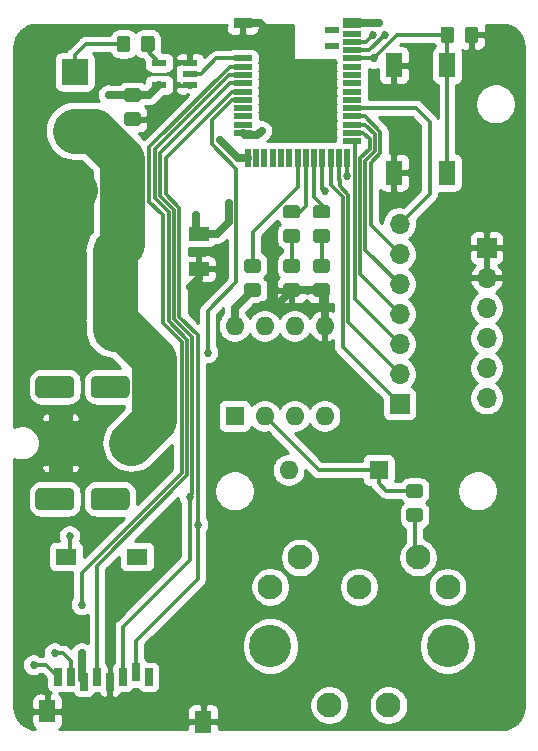
<source format=gtl>
%TF.GenerationSoftware,KiCad,Pcbnew,(5.1.5-0-10_14)*%
%TF.CreationDate,2021-10-12T17:28:20-04:00*%
%TF.ProjectId,piano_aid_pcb,7069616e-6f5f-4616-9964-5f7063622e6b,2*%
%TF.SameCoordinates,Original*%
%TF.FileFunction,Copper,L1,Top*%
%TF.FilePolarity,Positive*%
%FSLAX46Y46*%
G04 Gerber Fmt 4.6, Leading zero omitted, Abs format (unit mm)*
G04 Created by KiCad (PCBNEW (5.1.5-0-10_14)) date 2021-10-12 17:28:20*
%MOMM*%
%LPD*%
G04 APERTURE LIST*
%TA.AperFunction,SMDPad,CuDef*%
%ADD10R,1.400000X2.100000*%
%TD*%
%TA.AperFunction,SMDPad,CuDef*%
%ADD11C,0.100000*%
%TD*%
%TA.AperFunction,ComponentPad*%
%ADD12C,0.100000*%
%TD*%
%TA.AperFunction,ComponentPad*%
%ADD13C,2.250000*%
%TD*%
%TA.AperFunction,ComponentPad*%
%ADD14R,2.250000X2.250000*%
%TD*%
%TA.AperFunction,SMDPad,CuDef*%
%ADD15R,0.700000X1.500000*%
%TD*%
%TA.AperFunction,SMDPad,CuDef*%
%ADD16R,1.800000X1.400000*%
%TD*%
%TA.AperFunction,SMDPad,CuDef*%
%ADD17R,1.400000X1.900000*%
%TD*%
%TA.AperFunction,ComponentPad*%
%ADD18O,1.600000X1.600000*%
%TD*%
%TA.AperFunction,ComponentPad*%
%ADD19R,1.600000X1.600000*%
%TD*%
%TA.AperFunction,SMDPad,CuDef*%
%ADD20R,1.270000X0.558800*%
%TD*%
%TA.AperFunction,ComponentPad*%
%ADD21R,1.700000X1.700000*%
%TD*%
%TA.AperFunction,ComponentPad*%
%ADD22O,1.700000X1.700000*%
%TD*%
%TA.AperFunction,SMDPad,CuDef*%
%ADD23R,1.600000X0.900000*%
%TD*%
%TA.AperFunction,SMDPad,CuDef*%
%ADD24R,1.600000X0.500000*%
%TD*%
%TA.AperFunction,SMDPad,CuDef*%
%ADD25R,0.500000X1.600000*%
%TD*%
%TA.AperFunction,SMDPad,CuDef*%
%ADD26R,1.200000X0.500000*%
%TD*%
%TA.AperFunction,ComponentPad*%
%ADD27C,2.000000*%
%TD*%
%TA.AperFunction,ComponentPad*%
%ADD28R,2.000000X2.000000*%
%TD*%
%TA.AperFunction,SMDPad,CuDef*%
%ADD29R,1.820000X1.160000*%
%TD*%
%TA.AperFunction,ComponentPad*%
%ADD30C,3.585000*%
%TD*%
%TA.AperFunction,ComponentPad*%
%ADD31C,2.100000*%
%TD*%
%TA.AperFunction,ViaPad*%
%ADD32C,0.685800*%
%TD*%
%TA.AperFunction,Conductor*%
%ADD33C,3.810000*%
%TD*%
%TA.AperFunction,Conductor*%
%ADD34C,0.635000*%
%TD*%
%TA.AperFunction,Conductor*%
%ADD35C,0.304800*%
%TD*%
%TA.AperFunction,Conductor*%
%ADD36C,0.254000*%
%TD*%
G04 APERTURE END LIST*
D10*
%TO.P,S1,4*%
%TO.N,GND*%
X153452000Y-86846000D03*
%TO.P,S1,3*%
X153452000Y-77746000D03*
%TO.P,S1,1*%
%TO.N,RESET*%
X157952000Y-77746000D03*
%TO.P,S1,2*%
X157952000Y-86846000D03*
%TD*%
%TA.AperFunction,SMDPad,CuDef*%
D11*
%TO.P,R11,2*%
%TO.N,3.3V*%
G36*
X141952505Y-96209204D02*
G01*
X141976773Y-96212804D01*
X142000572Y-96218765D01*
X142023671Y-96227030D01*
X142045850Y-96237520D01*
X142066893Y-96250132D01*
X142086599Y-96264747D01*
X142104777Y-96281223D01*
X142121253Y-96299401D01*
X142135868Y-96319107D01*
X142148480Y-96340150D01*
X142158970Y-96362329D01*
X142167235Y-96385428D01*
X142173196Y-96409227D01*
X142176796Y-96433495D01*
X142178000Y-96457999D01*
X142178000Y-97108001D01*
X142176796Y-97132505D01*
X142173196Y-97156773D01*
X142167235Y-97180572D01*
X142158970Y-97203671D01*
X142148480Y-97225850D01*
X142135868Y-97246893D01*
X142121253Y-97266599D01*
X142104777Y-97284777D01*
X142086599Y-97301253D01*
X142066893Y-97315868D01*
X142045850Y-97328480D01*
X142023671Y-97338970D01*
X142000572Y-97347235D01*
X141976773Y-97353196D01*
X141952505Y-97356796D01*
X141928001Y-97358000D01*
X141027999Y-97358000D01*
X141003495Y-97356796D01*
X140979227Y-97353196D01*
X140955428Y-97347235D01*
X140932329Y-97338970D01*
X140910150Y-97328480D01*
X140889107Y-97315868D01*
X140869401Y-97301253D01*
X140851223Y-97284777D01*
X140834747Y-97266599D01*
X140820132Y-97246893D01*
X140807520Y-97225850D01*
X140797030Y-97203671D01*
X140788765Y-97180572D01*
X140782804Y-97156773D01*
X140779204Y-97132505D01*
X140778000Y-97108001D01*
X140778000Y-96457999D01*
X140779204Y-96433495D01*
X140782804Y-96409227D01*
X140788765Y-96385428D01*
X140797030Y-96362329D01*
X140807520Y-96340150D01*
X140820132Y-96319107D01*
X140834747Y-96299401D01*
X140851223Y-96281223D01*
X140869401Y-96264747D01*
X140889107Y-96250132D01*
X140910150Y-96237520D01*
X140932329Y-96227030D01*
X140955428Y-96218765D01*
X140979227Y-96212804D01*
X141003495Y-96209204D01*
X141027999Y-96208000D01*
X141928001Y-96208000D01*
X141952505Y-96209204D01*
G37*
%TD.AperFunction*%
%TA.AperFunction,SMDPad,CuDef*%
%TO.P,R11,1*%
%TO.N,Net-(R11-Pad1)*%
G36*
X141952505Y-94159204D02*
G01*
X141976773Y-94162804D01*
X142000572Y-94168765D01*
X142023671Y-94177030D01*
X142045850Y-94187520D01*
X142066893Y-94200132D01*
X142086599Y-94214747D01*
X142104777Y-94231223D01*
X142121253Y-94249401D01*
X142135868Y-94269107D01*
X142148480Y-94290150D01*
X142158970Y-94312329D01*
X142167235Y-94335428D01*
X142173196Y-94359227D01*
X142176796Y-94383495D01*
X142178000Y-94407999D01*
X142178000Y-95058001D01*
X142176796Y-95082505D01*
X142173196Y-95106773D01*
X142167235Y-95130572D01*
X142158970Y-95153671D01*
X142148480Y-95175850D01*
X142135868Y-95196893D01*
X142121253Y-95216599D01*
X142104777Y-95234777D01*
X142086599Y-95251253D01*
X142066893Y-95265868D01*
X142045850Y-95278480D01*
X142023671Y-95288970D01*
X142000572Y-95297235D01*
X141976773Y-95303196D01*
X141952505Y-95306796D01*
X141928001Y-95308000D01*
X141027999Y-95308000D01*
X141003495Y-95306796D01*
X140979227Y-95303196D01*
X140955428Y-95297235D01*
X140932329Y-95288970D01*
X140910150Y-95278480D01*
X140889107Y-95265868D01*
X140869401Y-95251253D01*
X140851223Y-95234777D01*
X140834747Y-95216599D01*
X140820132Y-95196893D01*
X140807520Y-95175850D01*
X140797030Y-95153671D01*
X140788765Y-95130572D01*
X140782804Y-95106773D01*
X140779204Y-95082505D01*
X140778000Y-95058001D01*
X140778000Y-94407999D01*
X140779204Y-94383495D01*
X140782804Y-94359227D01*
X140788765Y-94335428D01*
X140797030Y-94312329D01*
X140807520Y-94290150D01*
X140820132Y-94269107D01*
X140834747Y-94249401D01*
X140851223Y-94231223D01*
X140869401Y-94214747D01*
X140889107Y-94200132D01*
X140910150Y-94187520D01*
X140932329Y-94177030D01*
X140955428Y-94168765D01*
X140979227Y-94162804D01*
X141003495Y-94159204D01*
X141027999Y-94158000D01*
X141928001Y-94158000D01*
X141952505Y-94159204D01*
G37*
%TD.AperFunction*%
%TD*%
%TA.AperFunction,ComponentPad*%
D12*
%TO.P,J1,SHIELD*%
%TO.N,N/C*%
G36*
X125951558Y-113530287D02*
G01*
X125997668Y-113537127D01*
X126042885Y-113548453D01*
X126086775Y-113564157D01*
X126128913Y-113584087D01*
X126168896Y-113608052D01*
X126206337Y-113635820D01*
X126240876Y-113667124D01*
X126272180Y-113701663D01*
X126299948Y-113739104D01*
X126323913Y-113779087D01*
X126343843Y-113821225D01*
X126359547Y-113865115D01*
X126370873Y-113910332D01*
X126377713Y-113956442D01*
X126380000Y-114003000D01*
X126380000Y-114953000D01*
X126377713Y-114999558D01*
X126370873Y-115045668D01*
X126359547Y-115090885D01*
X126343843Y-115134775D01*
X126323913Y-115176913D01*
X126299948Y-115216896D01*
X126272180Y-115254337D01*
X126240876Y-115288876D01*
X126206337Y-115320180D01*
X126168896Y-115347948D01*
X126128913Y-115371913D01*
X126086775Y-115391843D01*
X126042885Y-115407547D01*
X125997668Y-115418873D01*
X125951558Y-115425713D01*
X125905000Y-115428000D01*
X123555000Y-115428000D01*
X123508442Y-115425713D01*
X123462332Y-115418873D01*
X123417115Y-115407547D01*
X123373225Y-115391843D01*
X123331087Y-115371913D01*
X123291104Y-115347948D01*
X123253663Y-115320180D01*
X123219124Y-115288876D01*
X123187820Y-115254337D01*
X123160052Y-115216896D01*
X123136087Y-115176913D01*
X123116157Y-115134775D01*
X123100453Y-115090885D01*
X123089127Y-115045668D01*
X123082287Y-114999558D01*
X123080000Y-114953000D01*
X123080000Y-114003000D01*
X123082287Y-113956442D01*
X123089127Y-113910332D01*
X123100453Y-113865115D01*
X123116157Y-113821225D01*
X123136087Y-113779087D01*
X123160052Y-113739104D01*
X123187820Y-113701663D01*
X123219124Y-113667124D01*
X123253663Y-113635820D01*
X123291104Y-113608052D01*
X123331087Y-113584087D01*
X123373225Y-113564157D01*
X123417115Y-113548453D01*
X123462332Y-113537127D01*
X123508442Y-113530287D01*
X123555000Y-113528000D01*
X125905000Y-113528000D01*
X125951558Y-113530287D01*
G37*
%TD.AperFunction*%
%TA.AperFunction,ComponentPad*%
%TO.P,J1,2*%
%TO.N,GND*%
G36*
X125779009Y-107730408D02*
G01*
X125827545Y-107737607D01*
X125875142Y-107749530D01*
X125921342Y-107766060D01*
X125965698Y-107787039D01*
X126007785Y-107812265D01*
X126047197Y-107841495D01*
X126083553Y-107874447D01*
X126116505Y-107910803D01*
X126145735Y-107950215D01*
X126170961Y-107992302D01*
X126191940Y-108036658D01*
X126208470Y-108082858D01*
X126220393Y-108130455D01*
X126227592Y-108178991D01*
X126230000Y-108228000D01*
X126230000Y-111228000D01*
X126227592Y-111277009D01*
X126220393Y-111325545D01*
X126208470Y-111373142D01*
X126191940Y-111419342D01*
X126170961Y-111463698D01*
X126145735Y-111505785D01*
X126116505Y-111545197D01*
X126083553Y-111581553D01*
X126047197Y-111614505D01*
X126007785Y-111643735D01*
X125965698Y-111668961D01*
X125921342Y-111689940D01*
X125875142Y-111706470D01*
X125827545Y-111718393D01*
X125779009Y-111725592D01*
X125730000Y-111728000D01*
X124730000Y-111728000D01*
X124680991Y-111725592D01*
X124632455Y-111718393D01*
X124584858Y-111706470D01*
X124538658Y-111689940D01*
X124494302Y-111668961D01*
X124452215Y-111643735D01*
X124412803Y-111614505D01*
X124376447Y-111581553D01*
X124343495Y-111545197D01*
X124314265Y-111505785D01*
X124289039Y-111463698D01*
X124268060Y-111419342D01*
X124251530Y-111373142D01*
X124239607Y-111325545D01*
X124232408Y-111277009D01*
X124230000Y-111228000D01*
X124230000Y-108228000D01*
X124232408Y-108178991D01*
X124239607Y-108130455D01*
X124251530Y-108082858D01*
X124268060Y-108036658D01*
X124289039Y-107992302D01*
X124314265Y-107950215D01*
X124343495Y-107910803D01*
X124376447Y-107874447D01*
X124412803Y-107841495D01*
X124452215Y-107812265D01*
X124494302Y-107787039D01*
X124538658Y-107766060D01*
X124584858Y-107749530D01*
X124632455Y-107737607D01*
X124680991Y-107730408D01*
X124730000Y-107728000D01*
X125730000Y-107728000D01*
X125779009Y-107730408D01*
G37*
%TD.AperFunction*%
%TA.AperFunction,ComponentPad*%
%TO.P,J1,SHIELD*%
%TO.N,N/C*%
G36*
X125951558Y-104030287D02*
G01*
X125997668Y-104037127D01*
X126042885Y-104048453D01*
X126086775Y-104064157D01*
X126128913Y-104084087D01*
X126168896Y-104108052D01*
X126206337Y-104135820D01*
X126240876Y-104167124D01*
X126272180Y-104201663D01*
X126299948Y-104239104D01*
X126323913Y-104279087D01*
X126343843Y-104321225D01*
X126359547Y-104365115D01*
X126370873Y-104410332D01*
X126377713Y-104456442D01*
X126380000Y-104503000D01*
X126380000Y-105453000D01*
X126377713Y-105499558D01*
X126370873Y-105545668D01*
X126359547Y-105590885D01*
X126343843Y-105634775D01*
X126323913Y-105676913D01*
X126299948Y-105716896D01*
X126272180Y-105754337D01*
X126240876Y-105788876D01*
X126206337Y-105820180D01*
X126168896Y-105847948D01*
X126128913Y-105871913D01*
X126086775Y-105891843D01*
X126042885Y-105907547D01*
X125997668Y-105918873D01*
X125951558Y-105925713D01*
X125905000Y-105928000D01*
X123555000Y-105928000D01*
X123508442Y-105925713D01*
X123462332Y-105918873D01*
X123417115Y-105907547D01*
X123373225Y-105891843D01*
X123331087Y-105871913D01*
X123291104Y-105847948D01*
X123253663Y-105820180D01*
X123219124Y-105788876D01*
X123187820Y-105754337D01*
X123160052Y-105716896D01*
X123136087Y-105676913D01*
X123116157Y-105634775D01*
X123100453Y-105590885D01*
X123089127Y-105545668D01*
X123082287Y-105499558D01*
X123080000Y-105453000D01*
X123080000Y-104503000D01*
X123082287Y-104456442D01*
X123089127Y-104410332D01*
X123100453Y-104365115D01*
X123116157Y-104321225D01*
X123136087Y-104279087D01*
X123160052Y-104239104D01*
X123187820Y-104201663D01*
X123219124Y-104167124D01*
X123253663Y-104135820D01*
X123291104Y-104108052D01*
X123331087Y-104084087D01*
X123373225Y-104064157D01*
X123417115Y-104048453D01*
X123462332Y-104037127D01*
X123508442Y-104030287D01*
X123555000Y-104028000D01*
X125905000Y-104028000D01*
X125951558Y-104030287D01*
G37*
%TD.AperFunction*%
%TA.AperFunction,ComponentPad*%
G36*
X130651558Y-113530287D02*
G01*
X130697668Y-113537127D01*
X130742885Y-113548453D01*
X130786775Y-113564157D01*
X130828913Y-113584087D01*
X130868896Y-113608052D01*
X130906337Y-113635820D01*
X130940876Y-113667124D01*
X130972180Y-113701663D01*
X130999948Y-113739104D01*
X131023913Y-113779087D01*
X131043843Y-113821225D01*
X131059547Y-113865115D01*
X131070873Y-113910332D01*
X131077713Y-113956442D01*
X131080000Y-114003000D01*
X131080000Y-114953000D01*
X131077713Y-114999558D01*
X131070873Y-115045668D01*
X131059547Y-115090885D01*
X131043843Y-115134775D01*
X131023913Y-115176913D01*
X130999948Y-115216896D01*
X130972180Y-115254337D01*
X130940876Y-115288876D01*
X130906337Y-115320180D01*
X130868896Y-115347948D01*
X130828913Y-115371913D01*
X130786775Y-115391843D01*
X130742885Y-115407547D01*
X130697668Y-115418873D01*
X130651558Y-115425713D01*
X130605000Y-115428000D01*
X128255000Y-115428000D01*
X128208442Y-115425713D01*
X128162332Y-115418873D01*
X128117115Y-115407547D01*
X128073225Y-115391843D01*
X128031087Y-115371913D01*
X127991104Y-115347948D01*
X127953663Y-115320180D01*
X127919124Y-115288876D01*
X127887820Y-115254337D01*
X127860052Y-115216896D01*
X127836087Y-115176913D01*
X127816157Y-115134775D01*
X127800453Y-115090885D01*
X127789127Y-115045668D01*
X127782287Y-114999558D01*
X127780000Y-114953000D01*
X127780000Y-114003000D01*
X127782287Y-113956442D01*
X127789127Y-113910332D01*
X127800453Y-113865115D01*
X127816157Y-113821225D01*
X127836087Y-113779087D01*
X127860052Y-113739104D01*
X127887820Y-113701663D01*
X127919124Y-113667124D01*
X127953663Y-113635820D01*
X127991104Y-113608052D01*
X128031087Y-113584087D01*
X128073225Y-113564157D01*
X128117115Y-113548453D01*
X128162332Y-113537127D01*
X128208442Y-113530287D01*
X128255000Y-113528000D01*
X130605000Y-113528000D01*
X130651558Y-113530287D01*
G37*
%TD.AperFunction*%
%TA.AperFunction,ComponentPad*%
G36*
X130651558Y-104030287D02*
G01*
X130697668Y-104037127D01*
X130742885Y-104048453D01*
X130786775Y-104064157D01*
X130828913Y-104084087D01*
X130868896Y-104108052D01*
X130906337Y-104135820D01*
X130940876Y-104167124D01*
X130972180Y-104201663D01*
X130999948Y-104239104D01*
X131023913Y-104279087D01*
X131043843Y-104321225D01*
X131059547Y-104365115D01*
X131070873Y-104410332D01*
X131077713Y-104456442D01*
X131080000Y-104503000D01*
X131080000Y-105453000D01*
X131077713Y-105499558D01*
X131070873Y-105545668D01*
X131059547Y-105590885D01*
X131043843Y-105634775D01*
X131023913Y-105676913D01*
X130999948Y-105716896D01*
X130972180Y-105754337D01*
X130940876Y-105788876D01*
X130906337Y-105820180D01*
X130868896Y-105847948D01*
X130828913Y-105871913D01*
X130786775Y-105891843D01*
X130742885Y-105907547D01*
X130697668Y-105918873D01*
X130651558Y-105925713D01*
X130605000Y-105928000D01*
X128255000Y-105928000D01*
X128208442Y-105925713D01*
X128162332Y-105918873D01*
X128117115Y-105907547D01*
X128073225Y-105891843D01*
X128031087Y-105871913D01*
X127991104Y-105847948D01*
X127953663Y-105820180D01*
X127919124Y-105788876D01*
X127887820Y-105754337D01*
X127860052Y-105716896D01*
X127836087Y-105676913D01*
X127816157Y-105634775D01*
X127800453Y-105590885D01*
X127789127Y-105545668D01*
X127782287Y-105499558D01*
X127780000Y-105453000D01*
X127780000Y-104503000D01*
X127782287Y-104456442D01*
X127789127Y-104410332D01*
X127800453Y-104365115D01*
X127816157Y-104321225D01*
X127836087Y-104279087D01*
X127860052Y-104239104D01*
X127887820Y-104201663D01*
X127919124Y-104167124D01*
X127953663Y-104135820D01*
X127991104Y-104108052D01*
X128031087Y-104084087D01*
X128073225Y-104064157D01*
X128117115Y-104048453D01*
X128162332Y-104037127D01*
X128208442Y-104030287D01*
X128255000Y-104028000D01*
X130605000Y-104028000D01*
X130651558Y-104030287D01*
G37*
%TD.AperFunction*%
D13*
%TO.P,J1,1*%
%TO.N,5V*%
X131230000Y-109728000D03*
%TD*%
%TO.P,J2,3*%
%TO.N,GND*%
X126428000Y-88308000D03*
%TO.P,J2,2*%
%TO.N,5V*%
X126428000Y-83308000D03*
D14*
%TO.P,J2,1*%
%TO.N,LED_CONTROL_OUT*%
X126428000Y-78308000D03*
%TD*%
D15*
%TO.P,J5,1*%
%TO.N,Net-(J5-Pad1)*%
X132698000Y-129550000D03*
%TO.P,J5,2*%
%TO.N,CD*%
X131598000Y-129150000D03*
%TO.P,J5,3*%
%TO.N,CMD*%
X130498000Y-129550000D03*
%TO.P,J5,4*%
%TO.N,GND*%
X129398000Y-129950000D03*
%TO.P,J5,5*%
%TO.N,CLK*%
X128298000Y-129550000D03*
%TO.P,J5,6*%
%TO.N,3.3V*%
X127198000Y-129950000D03*
%TO.P,J5,7*%
%TO.N,DAT0*%
X126098000Y-129550000D03*
%TO.P,J5,8*%
%TO.N,Net-(J5-Pad8)*%
X124998000Y-129550000D03*
D16*
%TO.P,J5,10*%
%TO.N,Net-(J5-Pad10)*%
X131698000Y-119350000D03*
%TO.P,J5,9*%
%TO.N,DET*%
X125698000Y-119350000D03*
D17*
%TO.P,J5,11*%
%TO.N,GND*%
X137298000Y-133350000D03*
X124098000Y-132450000D03*
%TD*%
D18*
%TO.P,D1,2*%
%TO.N,Net-(D1-Pad2)*%
X144526000Y-112014000D03*
D19*
%TO.P,D1,1*%
%TO.N,Net-(D1-Pad1)*%
X152146000Y-112014000D03*
%TD*%
%TA.AperFunction,SMDPad,CuDef*%
D11*
%TO.P,R1,2*%
%TO.N,Net-(D1-Pad1)*%
G36*
X155668505Y-113209204D02*
G01*
X155692773Y-113212804D01*
X155716572Y-113218765D01*
X155739671Y-113227030D01*
X155761850Y-113237520D01*
X155782893Y-113250132D01*
X155802599Y-113264747D01*
X155820777Y-113281223D01*
X155837253Y-113299401D01*
X155851868Y-113319107D01*
X155864480Y-113340150D01*
X155874970Y-113362329D01*
X155883235Y-113385428D01*
X155889196Y-113409227D01*
X155892796Y-113433495D01*
X155894000Y-113457999D01*
X155894000Y-114108001D01*
X155892796Y-114132505D01*
X155889196Y-114156773D01*
X155883235Y-114180572D01*
X155874970Y-114203671D01*
X155864480Y-114225850D01*
X155851868Y-114246893D01*
X155837253Y-114266599D01*
X155820777Y-114284777D01*
X155802599Y-114301253D01*
X155782893Y-114315868D01*
X155761850Y-114328480D01*
X155739671Y-114338970D01*
X155716572Y-114347235D01*
X155692773Y-114353196D01*
X155668505Y-114356796D01*
X155644001Y-114358000D01*
X154743999Y-114358000D01*
X154719495Y-114356796D01*
X154695227Y-114353196D01*
X154671428Y-114347235D01*
X154648329Y-114338970D01*
X154626150Y-114328480D01*
X154605107Y-114315868D01*
X154585401Y-114301253D01*
X154567223Y-114284777D01*
X154550747Y-114266599D01*
X154536132Y-114246893D01*
X154523520Y-114225850D01*
X154513030Y-114203671D01*
X154504765Y-114180572D01*
X154498804Y-114156773D01*
X154495204Y-114132505D01*
X154494000Y-114108001D01*
X154494000Y-113457999D01*
X154495204Y-113433495D01*
X154498804Y-113409227D01*
X154504765Y-113385428D01*
X154513030Y-113362329D01*
X154523520Y-113340150D01*
X154536132Y-113319107D01*
X154550747Y-113299401D01*
X154567223Y-113281223D01*
X154585401Y-113264747D01*
X154605107Y-113250132D01*
X154626150Y-113237520D01*
X154648329Y-113227030D01*
X154671428Y-113218765D01*
X154695227Y-113212804D01*
X154719495Y-113209204D01*
X154743999Y-113208000D01*
X155644001Y-113208000D01*
X155668505Y-113209204D01*
G37*
%TD.AperFunction*%
%TA.AperFunction,SMDPad,CuDef*%
%TO.P,R1,1*%
%TO.N,Net-(J3-Pad4)*%
G36*
X155668505Y-115259204D02*
G01*
X155692773Y-115262804D01*
X155716572Y-115268765D01*
X155739671Y-115277030D01*
X155761850Y-115287520D01*
X155782893Y-115300132D01*
X155802599Y-115314747D01*
X155820777Y-115331223D01*
X155837253Y-115349401D01*
X155851868Y-115369107D01*
X155864480Y-115390150D01*
X155874970Y-115412329D01*
X155883235Y-115435428D01*
X155889196Y-115459227D01*
X155892796Y-115483495D01*
X155894000Y-115507999D01*
X155894000Y-116158001D01*
X155892796Y-116182505D01*
X155889196Y-116206773D01*
X155883235Y-116230572D01*
X155874970Y-116253671D01*
X155864480Y-116275850D01*
X155851868Y-116296893D01*
X155837253Y-116316599D01*
X155820777Y-116334777D01*
X155802599Y-116351253D01*
X155782893Y-116365868D01*
X155761850Y-116378480D01*
X155739671Y-116388970D01*
X155716572Y-116397235D01*
X155692773Y-116403196D01*
X155668505Y-116406796D01*
X155644001Y-116408000D01*
X154743999Y-116408000D01*
X154719495Y-116406796D01*
X154695227Y-116403196D01*
X154671428Y-116397235D01*
X154648329Y-116388970D01*
X154626150Y-116378480D01*
X154605107Y-116365868D01*
X154585401Y-116351253D01*
X154567223Y-116334777D01*
X154550747Y-116316599D01*
X154536132Y-116296893D01*
X154523520Y-116275850D01*
X154513030Y-116253671D01*
X154504765Y-116230572D01*
X154498804Y-116206773D01*
X154495204Y-116182505D01*
X154494000Y-116158001D01*
X154494000Y-115507999D01*
X154495204Y-115483495D01*
X154498804Y-115459227D01*
X154504765Y-115435428D01*
X154513030Y-115412329D01*
X154523520Y-115390150D01*
X154536132Y-115369107D01*
X154550747Y-115349401D01*
X154567223Y-115331223D01*
X154585401Y-115314747D01*
X154605107Y-115300132D01*
X154626150Y-115287520D01*
X154648329Y-115277030D01*
X154671428Y-115268765D01*
X154695227Y-115262804D01*
X154719495Y-115259204D01*
X154743999Y-115258000D01*
X155644001Y-115258000D01*
X155668505Y-115259204D01*
G37*
%TD.AperFunction*%
%TD*%
D20*
%TO.P,U3,1*%
%TO.N,GND*%
X136169400Y-79425800D03*
%TO.P,U3,2*%
%TO.N,LED_CONTROL_IN*%
X136169400Y-78486000D03*
%TO.P,U3,3*%
%TO.N,GND*%
X136169400Y-77546200D03*
%TO.P,U3,4*%
%TO.N,Net-(R6-Pad2)*%
X133578600Y-77546200D03*
%TO.P,U3,5*%
%TO.N,5V*%
X133578600Y-79425800D03*
%TD*%
%TA.AperFunction,SMDPad,CuDef*%
D11*
%TO.P,C8,1*%
%TO.N,RESET*%
G36*
X158319505Y-74485204D02*
G01*
X158343773Y-74488804D01*
X158367572Y-74494765D01*
X158390671Y-74503030D01*
X158412850Y-74513520D01*
X158433893Y-74526132D01*
X158453599Y-74540747D01*
X158471777Y-74557223D01*
X158488253Y-74575401D01*
X158502868Y-74595107D01*
X158515480Y-74616150D01*
X158525970Y-74638329D01*
X158534235Y-74661428D01*
X158540196Y-74685227D01*
X158543796Y-74709495D01*
X158545000Y-74733999D01*
X158545000Y-75634001D01*
X158543796Y-75658505D01*
X158540196Y-75682773D01*
X158534235Y-75706572D01*
X158525970Y-75729671D01*
X158515480Y-75751850D01*
X158502868Y-75772893D01*
X158488253Y-75792599D01*
X158471777Y-75810777D01*
X158453599Y-75827253D01*
X158433893Y-75841868D01*
X158412850Y-75854480D01*
X158390671Y-75864970D01*
X158367572Y-75873235D01*
X158343773Y-75879196D01*
X158319505Y-75882796D01*
X158295001Y-75884000D01*
X157644999Y-75884000D01*
X157620495Y-75882796D01*
X157596227Y-75879196D01*
X157572428Y-75873235D01*
X157549329Y-75864970D01*
X157527150Y-75854480D01*
X157506107Y-75841868D01*
X157486401Y-75827253D01*
X157468223Y-75810777D01*
X157451747Y-75792599D01*
X157437132Y-75772893D01*
X157424520Y-75751850D01*
X157414030Y-75729671D01*
X157405765Y-75706572D01*
X157399804Y-75682773D01*
X157396204Y-75658505D01*
X157395000Y-75634001D01*
X157395000Y-74733999D01*
X157396204Y-74709495D01*
X157399804Y-74685227D01*
X157405765Y-74661428D01*
X157414030Y-74638329D01*
X157424520Y-74616150D01*
X157437132Y-74595107D01*
X157451747Y-74575401D01*
X157468223Y-74557223D01*
X157486401Y-74540747D01*
X157506107Y-74526132D01*
X157527150Y-74513520D01*
X157549329Y-74503030D01*
X157572428Y-74494765D01*
X157596227Y-74488804D01*
X157620495Y-74485204D01*
X157644999Y-74484000D01*
X158295001Y-74484000D01*
X158319505Y-74485204D01*
G37*
%TD.AperFunction*%
%TA.AperFunction,SMDPad,CuDef*%
%TO.P,C8,2*%
%TO.N,GND*%
G36*
X160369505Y-74485204D02*
G01*
X160393773Y-74488804D01*
X160417572Y-74494765D01*
X160440671Y-74503030D01*
X160462850Y-74513520D01*
X160483893Y-74526132D01*
X160503599Y-74540747D01*
X160521777Y-74557223D01*
X160538253Y-74575401D01*
X160552868Y-74595107D01*
X160565480Y-74616150D01*
X160575970Y-74638329D01*
X160584235Y-74661428D01*
X160590196Y-74685227D01*
X160593796Y-74709495D01*
X160595000Y-74733999D01*
X160595000Y-75634001D01*
X160593796Y-75658505D01*
X160590196Y-75682773D01*
X160584235Y-75706572D01*
X160575970Y-75729671D01*
X160565480Y-75751850D01*
X160552868Y-75772893D01*
X160538253Y-75792599D01*
X160521777Y-75810777D01*
X160503599Y-75827253D01*
X160483893Y-75841868D01*
X160462850Y-75854480D01*
X160440671Y-75864970D01*
X160417572Y-75873235D01*
X160393773Y-75879196D01*
X160369505Y-75882796D01*
X160345001Y-75884000D01*
X159694999Y-75884000D01*
X159670495Y-75882796D01*
X159646227Y-75879196D01*
X159622428Y-75873235D01*
X159599329Y-75864970D01*
X159577150Y-75854480D01*
X159556107Y-75841868D01*
X159536401Y-75827253D01*
X159518223Y-75810777D01*
X159501747Y-75792599D01*
X159487132Y-75772893D01*
X159474520Y-75751850D01*
X159464030Y-75729671D01*
X159455765Y-75706572D01*
X159449804Y-75682773D01*
X159446204Y-75658505D01*
X159445000Y-75634001D01*
X159445000Y-74733999D01*
X159446204Y-74709495D01*
X159449804Y-74685227D01*
X159455765Y-74661428D01*
X159464030Y-74638329D01*
X159474520Y-74616150D01*
X159487132Y-74595107D01*
X159501747Y-74575401D01*
X159518223Y-74557223D01*
X159536401Y-74540747D01*
X159556107Y-74526132D01*
X159577150Y-74513520D01*
X159599329Y-74503030D01*
X159622428Y-74494765D01*
X159646227Y-74488804D01*
X159670495Y-74485204D01*
X159694999Y-74484000D01*
X160345001Y-74484000D01*
X160369505Y-74485204D01*
G37*
%TD.AperFunction*%
%TD*%
D18*
%TO.P,U2,8*%
%TO.N,3.3V*%
X139954000Y-99822000D03*
%TO.P,U2,4*%
%TO.N,Net-(U2-Pad4)*%
X147574000Y-107442000D03*
%TO.P,U2,7*%
%TO.N,Net-(R3-Pad1)*%
X142494000Y-99822000D03*
%TO.P,U2,3*%
%TO.N,Net-(D1-Pad2)*%
X145034000Y-107442000D03*
%TO.P,U2,6*%
%TO.N,MIDI_DIN*%
X145034000Y-99822000D03*
%TO.P,U2,2*%
%TO.N,Net-(D1-Pad1)*%
X142494000Y-107442000D03*
%TO.P,U2,5*%
%TO.N,GND*%
X147574000Y-99822000D03*
D19*
%TO.P,U2,1*%
%TO.N,Net-(U2-Pad1)*%
X139954000Y-107442000D03*
%TD*%
D21*
%TO.P,J6,1*%
%TO.N,P9*%
X153924000Y-106426000D03*
D22*
%TO.P,J6,2*%
%TO.N,P10*%
X153924000Y-103886000D03*
%TO.P,J6,3*%
%TO.N,P11*%
X153924000Y-101346000D03*
%TO.P,J6,4*%
%TO.N,P12*%
X153924000Y-98806000D03*
%TO.P,J6,5*%
%TO.N,P13*%
X153924000Y-96266000D03*
%TO.P,J6,6*%
%TO.N,P14*%
X153924000Y-93726000D03*
%TO.P,J6,7*%
%TO.N,P15*%
X153924000Y-91186000D03*
%TD*%
D23*
%TO.P,U1,1*%
%TO.N,GND*%
X140638000Y-74178000D03*
D24*
%TO.P,U1,2*%
%TO.N,LED_CONTROL_IN*%
X140638000Y-77178000D03*
%TO.P,U1,3*%
%TO.N,DAT0*%
X140638000Y-77878000D03*
%TO.P,U1,4*%
%TO.N,CLK*%
X140638000Y-78578000D03*
%TO.P,U1,5*%
%TO.N,CMD*%
X140638000Y-79278000D03*
%TO.P,U1,6*%
%TO.N,CD*%
X140638000Y-79978000D03*
%TO.P,U1,7*%
%TO.N,DET*%
X140638000Y-80678000D03*
%TO.P,U1,8*%
%TO.N,Net-(U1-Pad8)*%
X140638000Y-81378000D03*
%TO.P,U1,9*%
%TO.N,Net-(U1-Pad9)*%
X140638000Y-82078000D03*
%TO.P,U1,10*%
%TO.N,Net-(U1-Pad10)*%
X140638000Y-82778000D03*
%TO.P,U1,11*%
%TO.N,3.3V*%
X140638000Y-83478000D03*
D25*
%TO.P,U1,12*%
%TO.N,GND*%
X141088000Y-85628000D03*
%TO.P,U1,13*%
%TO.N,Net-(U1-Pad13)*%
X141788000Y-85628000D03*
%TO.P,U1,14*%
%TO.N,Net-(U1-Pad14)*%
X142488000Y-85628000D03*
%TO.P,U1,15*%
%TO.N,Net-(U1-Pad15)*%
X143188000Y-85628000D03*
%TO.P,U1,16*%
%TO.N,Net-(U1-Pad16)*%
X143888000Y-85628000D03*
%TO.P,U1,17*%
%TO.N,Net-(U1-Pad17)*%
X144588000Y-85628000D03*
%TO.P,U1,18*%
%TO.N,Net-(R11-Pad1)*%
X145288000Y-85628000D03*
%TO.P,U1,19*%
%TO.N,Net-(D2-Pad1)*%
X145988000Y-85628000D03*
%TO.P,U1,20*%
%TO.N,Net-(D3-Pad1)*%
X146688000Y-85628000D03*
%TO.P,U1,21*%
%TO.N,MIDI_DIN*%
X147388000Y-85628000D03*
%TO.P,U1,22*%
%TO.N,P9*%
X148088000Y-85628000D03*
%TO.P,U1,23*%
%TO.N,P10*%
X148788000Y-85628000D03*
%TO.P,U1,24*%
%TO.N,GND*%
X149488000Y-85628000D03*
D24*
%TO.P,U1,25*%
%TO.N,P11*%
X149938000Y-84178000D03*
%TO.P,U1,26*%
%TO.N,P12*%
X149938000Y-83478000D03*
%TO.P,U1,27*%
%TO.N,P13*%
X149938000Y-82778000D03*
%TO.P,U1,28*%
%TO.N,P14*%
X149938000Y-82078000D03*
%TO.P,U1,29*%
%TO.N,P15*%
X149938000Y-81378000D03*
%TO.P,U1,30*%
%TO.N,Net-(U1-Pad30)*%
X149938000Y-80678000D03*
%TO.P,U1,31*%
%TO.N,Net-(U1-Pad31)*%
X149938000Y-79978000D03*
%TO.P,U1,32*%
%TO.N,Net-(U1-Pad32)*%
X149938000Y-79278000D03*
%TO.P,U1,33*%
%TO.N,Net-(U1-Pad33)*%
X149938000Y-78578000D03*
%TO.P,U1,34*%
%TO.N,Net-(U1-Pad34)*%
X149938000Y-77878000D03*
%TO.P,U1,35*%
%TO.N,RESET*%
X149938000Y-77178000D03*
%TO.P,U1,36*%
%TO.N,SWDCLK*%
X149938000Y-76478000D03*
%TO.P,U1,37*%
%TO.N,SWDIO*%
X149938000Y-75778000D03*
%TO.P,U1,38*%
%TO.N,Net-(U1-Pad38)*%
X149938000Y-75078000D03*
D23*
%TO.P,U1,39*%
%TO.N,GND*%
X149938000Y-74178000D03*
D26*
%TO.P,U1,40*%
%TO.N,Net-(U1-Pad40)*%
X148188000Y-74728000D03*
%TO.P,U1,41*%
%TO.N,Net-(U1-Pad41)*%
X148188000Y-76128000D03*
%TD*%
%TA.AperFunction,SMDPad,CuDef*%
D11*
%TO.P,D3,1*%
%TO.N,Net-(D3-Pad1)*%
G36*
X147794505Y-89578204D02*
G01*
X147818773Y-89581804D01*
X147842572Y-89587765D01*
X147865671Y-89596030D01*
X147887850Y-89606520D01*
X147908893Y-89619132D01*
X147928599Y-89633747D01*
X147946777Y-89650223D01*
X147963253Y-89668401D01*
X147977868Y-89688107D01*
X147990480Y-89709150D01*
X148000970Y-89731329D01*
X148009235Y-89754428D01*
X148015196Y-89778227D01*
X148018796Y-89802495D01*
X148020000Y-89826999D01*
X148020000Y-90477001D01*
X148018796Y-90501505D01*
X148015196Y-90525773D01*
X148009235Y-90549572D01*
X148000970Y-90572671D01*
X147990480Y-90594850D01*
X147977868Y-90615893D01*
X147963253Y-90635599D01*
X147946777Y-90653777D01*
X147928599Y-90670253D01*
X147908893Y-90684868D01*
X147887850Y-90697480D01*
X147865671Y-90707970D01*
X147842572Y-90716235D01*
X147818773Y-90722196D01*
X147794505Y-90725796D01*
X147770001Y-90727000D01*
X146869999Y-90727000D01*
X146845495Y-90725796D01*
X146821227Y-90722196D01*
X146797428Y-90716235D01*
X146774329Y-90707970D01*
X146752150Y-90697480D01*
X146731107Y-90684868D01*
X146711401Y-90670253D01*
X146693223Y-90653777D01*
X146676747Y-90635599D01*
X146662132Y-90615893D01*
X146649520Y-90594850D01*
X146639030Y-90572671D01*
X146630765Y-90549572D01*
X146624804Y-90525773D01*
X146621204Y-90501505D01*
X146620000Y-90477001D01*
X146620000Y-89826999D01*
X146621204Y-89802495D01*
X146624804Y-89778227D01*
X146630765Y-89754428D01*
X146639030Y-89731329D01*
X146649520Y-89709150D01*
X146662132Y-89688107D01*
X146676747Y-89668401D01*
X146693223Y-89650223D01*
X146711401Y-89633747D01*
X146731107Y-89619132D01*
X146752150Y-89606520D01*
X146774329Y-89596030D01*
X146797428Y-89587765D01*
X146821227Y-89581804D01*
X146845495Y-89578204D01*
X146869999Y-89577000D01*
X147770001Y-89577000D01*
X147794505Y-89578204D01*
G37*
%TD.AperFunction*%
%TA.AperFunction,SMDPad,CuDef*%
%TO.P,D3,2*%
%TO.N,Net-(D3-Pad2)*%
G36*
X147794505Y-91628204D02*
G01*
X147818773Y-91631804D01*
X147842572Y-91637765D01*
X147865671Y-91646030D01*
X147887850Y-91656520D01*
X147908893Y-91669132D01*
X147928599Y-91683747D01*
X147946777Y-91700223D01*
X147963253Y-91718401D01*
X147977868Y-91738107D01*
X147990480Y-91759150D01*
X148000970Y-91781329D01*
X148009235Y-91804428D01*
X148015196Y-91828227D01*
X148018796Y-91852495D01*
X148020000Y-91876999D01*
X148020000Y-92527001D01*
X148018796Y-92551505D01*
X148015196Y-92575773D01*
X148009235Y-92599572D01*
X148000970Y-92622671D01*
X147990480Y-92644850D01*
X147977868Y-92665893D01*
X147963253Y-92685599D01*
X147946777Y-92703777D01*
X147928599Y-92720253D01*
X147908893Y-92734868D01*
X147887850Y-92747480D01*
X147865671Y-92757970D01*
X147842572Y-92766235D01*
X147818773Y-92772196D01*
X147794505Y-92775796D01*
X147770001Y-92777000D01*
X146869999Y-92777000D01*
X146845495Y-92775796D01*
X146821227Y-92772196D01*
X146797428Y-92766235D01*
X146774329Y-92757970D01*
X146752150Y-92747480D01*
X146731107Y-92734868D01*
X146711401Y-92720253D01*
X146693223Y-92703777D01*
X146676747Y-92685599D01*
X146662132Y-92665893D01*
X146649520Y-92644850D01*
X146639030Y-92622671D01*
X146630765Y-92599572D01*
X146624804Y-92575773D01*
X146621204Y-92551505D01*
X146620000Y-92527001D01*
X146620000Y-91876999D01*
X146621204Y-91852495D01*
X146624804Y-91828227D01*
X146630765Y-91804428D01*
X146639030Y-91781329D01*
X146649520Y-91759150D01*
X146662132Y-91738107D01*
X146676747Y-91718401D01*
X146693223Y-91700223D01*
X146711401Y-91683747D01*
X146731107Y-91669132D01*
X146752150Y-91656520D01*
X146774329Y-91646030D01*
X146797428Y-91637765D01*
X146821227Y-91631804D01*
X146845495Y-91628204D01*
X146869999Y-91627000D01*
X147770001Y-91627000D01*
X147794505Y-91628204D01*
G37*
%TD.AperFunction*%
%TD*%
D27*
%TO.P,C1,2*%
%TO.N,GND*%
X124794000Y-98298000D03*
D28*
%TO.P,C1,1*%
%TO.N,5V*%
X129794000Y-98298000D03*
%TD*%
%TA.AperFunction,SMDPad,CuDef*%
D11*
%TO.P,C2,1*%
%TO.N,5V*%
G36*
X131792505Y-79690204D02*
G01*
X131816773Y-79693804D01*
X131840572Y-79699765D01*
X131863671Y-79708030D01*
X131885850Y-79718520D01*
X131906893Y-79731132D01*
X131926599Y-79745747D01*
X131944777Y-79762223D01*
X131961253Y-79780401D01*
X131975868Y-79800107D01*
X131988480Y-79821150D01*
X131998970Y-79843329D01*
X132007235Y-79866428D01*
X132013196Y-79890227D01*
X132016796Y-79914495D01*
X132018000Y-79938999D01*
X132018000Y-80589001D01*
X132016796Y-80613505D01*
X132013196Y-80637773D01*
X132007235Y-80661572D01*
X131998970Y-80684671D01*
X131988480Y-80706850D01*
X131975868Y-80727893D01*
X131961253Y-80747599D01*
X131944777Y-80765777D01*
X131926599Y-80782253D01*
X131906893Y-80796868D01*
X131885850Y-80809480D01*
X131863671Y-80819970D01*
X131840572Y-80828235D01*
X131816773Y-80834196D01*
X131792505Y-80837796D01*
X131768001Y-80839000D01*
X130867999Y-80839000D01*
X130843495Y-80837796D01*
X130819227Y-80834196D01*
X130795428Y-80828235D01*
X130772329Y-80819970D01*
X130750150Y-80809480D01*
X130729107Y-80796868D01*
X130709401Y-80782253D01*
X130691223Y-80765777D01*
X130674747Y-80747599D01*
X130660132Y-80727893D01*
X130647520Y-80706850D01*
X130637030Y-80684671D01*
X130628765Y-80661572D01*
X130622804Y-80637773D01*
X130619204Y-80613505D01*
X130618000Y-80589001D01*
X130618000Y-79938999D01*
X130619204Y-79914495D01*
X130622804Y-79890227D01*
X130628765Y-79866428D01*
X130637030Y-79843329D01*
X130647520Y-79821150D01*
X130660132Y-79800107D01*
X130674747Y-79780401D01*
X130691223Y-79762223D01*
X130709401Y-79745747D01*
X130729107Y-79731132D01*
X130750150Y-79718520D01*
X130772329Y-79708030D01*
X130795428Y-79699765D01*
X130819227Y-79693804D01*
X130843495Y-79690204D01*
X130867999Y-79689000D01*
X131768001Y-79689000D01*
X131792505Y-79690204D01*
G37*
%TD.AperFunction*%
%TA.AperFunction,SMDPad,CuDef*%
%TO.P,C2,2*%
%TO.N,GND*%
G36*
X131792505Y-81740204D02*
G01*
X131816773Y-81743804D01*
X131840572Y-81749765D01*
X131863671Y-81758030D01*
X131885850Y-81768520D01*
X131906893Y-81781132D01*
X131926599Y-81795747D01*
X131944777Y-81812223D01*
X131961253Y-81830401D01*
X131975868Y-81850107D01*
X131988480Y-81871150D01*
X131998970Y-81893329D01*
X132007235Y-81916428D01*
X132013196Y-81940227D01*
X132016796Y-81964495D01*
X132018000Y-81988999D01*
X132018000Y-82639001D01*
X132016796Y-82663505D01*
X132013196Y-82687773D01*
X132007235Y-82711572D01*
X131998970Y-82734671D01*
X131988480Y-82756850D01*
X131975868Y-82777893D01*
X131961253Y-82797599D01*
X131944777Y-82815777D01*
X131926599Y-82832253D01*
X131906893Y-82846868D01*
X131885850Y-82859480D01*
X131863671Y-82869970D01*
X131840572Y-82878235D01*
X131816773Y-82884196D01*
X131792505Y-82887796D01*
X131768001Y-82889000D01*
X130867999Y-82889000D01*
X130843495Y-82887796D01*
X130819227Y-82884196D01*
X130795428Y-82878235D01*
X130772329Y-82869970D01*
X130750150Y-82859480D01*
X130729107Y-82846868D01*
X130709401Y-82832253D01*
X130691223Y-82815777D01*
X130674747Y-82797599D01*
X130660132Y-82777893D01*
X130647520Y-82756850D01*
X130637030Y-82734671D01*
X130628765Y-82711572D01*
X130622804Y-82687773D01*
X130619204Y-82663505D01*
X130618000Y-82639001D01*
X130618000Y-81988999D01*
X130619204Y-81964495D01*
X130622804Y-81940227D01*
X130628765Y-81916428D01*
X130637030Y-81893329D01*
X130647520Y-81871150D01*
X130660132Y-81850107D01*
X130674747Y-81830401D01*
X130691223Y-81812223D01*
X130709401Y-81795747D01*
X130729107Y-81781132D01*
X130750150Y-81768520D01*
X130772329Y-81758030D01*
X130795428Y-81749765D01*
X130819227Y-81743804D01*
X130843495Y-81740204D01*
X130867999Y-81739000D01*
X131768001Y-81739000D01*
X131792505Y-81740204D01*
G37*
%TD.AperFunction*%
%TD*%
D29*
%TO.P,C3,2*%
%TO.N,GND*%
X136906000Y-94996000D03*
%TO.P,C3,1*%
%TO.N,3.3V*%
X136906000Y-92046000D03*
%TD*%
%TA.AperFunction,SMDPad,CuDef*%
D11*
%TO.P,D2,2*%
%TO.N,Net-(D2-Pad2)*%
G36*
X145254505Y-91628204D02*
G01*
X145278773Y-91631804D01*
X145302572Y-91637765D01*
X145325671Y-91646030D01*
X145347850Y-91656520D01*
X145368893Y-91669132D01*
X145388599Y-91683747D01*
X145406777Y-91700223D01*
X145423253Y-91718401D01*
X145437868Y-91738107D01*
X145450480Y-91759150D01*
X145460970Y-91781329D01*
X145469235Y-91804428D01*
X145475196Y-91828227D01*
X145478796Y-91852495D01*
X145480000Y-91876999D01*
X145480000Y-92527001D01*
X145478796Y-92551505D01*
X145475196Y-92575773D01*
X145469235Y-92599572D01*
X145460970Y-92622671D01*
X145450480Y-92644850D01*
X145437868Y-92665893D01*
X145423253Y-92685599D01*
X145406777Y-92703777D01*
X145388599Y-92720253D01*
X145368893Y-92734868D01*
X145347850Y-92747480D01*
X145325671Y-92757970D01*
X145302572Y-92766235D01*
X145278773Y-92772196D01*
X145254505Y-92775796D01*
X145230001Y-92777000D01*
X144329999Y-92777000D01*
X144305495Y-92775796D01*
X144281227Y-92772196D01*
X144257428Y-92766235D01*
X144234329Y-92757970D01*
X144212150Y-92747480D01*
X144191107Y-92734868D01*
X144171401Y-92720253D01*
X144153223Y-92703777D01*
X144136747Y-92685599D01*
X144122132Y-92665893D01*
X144109520Y-92644850D01*
X144099030Y-92622671D01*
X144090765Y-92599572D01*
X144084804Y-92575773D01*
X144081204Y-92551505D01*
X144080000Y-92527001D01*
X144080000Y-91876999D01*
X144081204Y-91852495D01*
X144084804Y-91828227D01*
X144090765Y-91804428D01*
X144099030Y-91781329D01*
X144109520Y-91759150D01*
X144122132Y-91738107D01*
X144136747Y-91718401D01*
X144153223Y-91700223D01*
X144171401Y-91683747D01*
X144191107Y-91669132D01*
X144212150Y-91656520D01*
X144234329Y-91646030D01*
X144257428Y-91637765D01*
X144281227Y-91631804D01*
X144305495Y-91628204D01*
X144329999Y-91627000D01*
X145230001Y-91627000D01*
X145254505Y-91628204D01*
G37*
%TD.AperFunction*%
%TA.AperFunction,SMDPad,CuDef*%
%TO.P,D2,1*%
%TO.N,Net-(D2-Pad1)*%
G36*
X145254505Y-89578204D02*
G01*
X145278773Y-89581804D01*
X145302572Y-89587765D01*
X145325671Y-89596030D01*
X145347850Y-89606520D01*
X145368893Y-89619132D01*
X145388599Y-89633747D01*
X145406777Y-89650223D01*
X145423253Y-89668401D01*
X145437868Y-89688107D01*
X145450480Y-89709150D01*
X145460970Y-89731329D01*
X145469235Y-89754428D01*
X145475196Y-89778227D01*
X145478796Y-89802495D01*
X145480000Y-89826999D01*
X145480000Y-90477001D01*
X145478796Y-90501505D01*
X145475196Y-90525773D01*
X145469235Y-90549572D01*
X145460970Y-90572671D01*
X145450480Y-90594850D01*
X145437868Y-90615893D01*
X145423253Y-90635599D01*
X145406777Y-90653777D01*
X145388599Y-90670253D01*
X145368893Y-90684868D01*
X145347850Y-90697480D01*
X145325671Y-90707970D01*
X145302572Y-90716235D01*
X145278773Y-90722196D01*
X145254505Y-90725796D01*
X145230001Y-90727000D01*
X144329999Y-90727000D01*
X144305495Y-90725796D01*
X144281227Y-90722196D01*
X144257428Y-90716235D01*
X144234329Y-90707970D01*
X144212150Y-90697480D01*
X144191107Y-90684868D01*
X144171401Y-90670253D01*
X144153223Y-90653777D01*
X144136747Y-90635599D01*
X144122132Y-90615893D01*
X144109520Y-90594850D01*
X144099030Y-90572671D01*
X144090765Y-90549572D01*
X144084804Y-90525773D01*
X144081204Y-90501505D01*
X144080000Y-90477001D01*
X144080000Y-89826999D01*
X144081204Y-89802495D01*
X144084804Y-89778227D01*
X144090765Y-89754428D01*
X144099030Y-89731329D01*
X144109520Y-89709150D01*
X144122132Y-89688107D01*
X144136747Y-89668401D01*
X144153223Y-89650223D01*
X144171401Y-89633747D01*
X144191107Y-89619132D01*
X144212150Y-89606520D01*
X144234329Y-89596030D01*
X144257428Y-89587765D01*
X144281227Y-89581804D01*
X144305495Y-89578204D01*
X144329999Y-89577000D01*
X145230001Y-89577000D01*
X145254505Y-89578204D01*
G37*
%TD.AperFunction*%
%TD*%
D30*
%TO.P,J3,MH2*%
%TO.N,N/C*%
X142978000Y-126930000D03*
%TO.P,J3,MH1*%
X157988000Y-126930000D03*
D31*
%TO.P,J3,7*%
X147983000Y-131930000D03*
%TO.P,J3,6*%
X152983000Y-131930000D03*
%TO.P,J3,5*%
%TO.N,Net-(D1-Pad2)*%
X145478000Y-119430000D03*
%TO.P,J3,4*%
%TO.N,Net-(J3-Pad4)*%
X155488000Y-119430000D03*
%TO.P,J3,3*%
%TO.N,Net-(J3-Pad3)*%
X142978000Y-121920000D03*
%TO.P,J3,2*%
%TO.N,Net-(C5-Pad1)*%
X150483000Y-121920000D03*
%TO.P,J3,1*%
%TO.N,Net-(J3-Pad1)*%
X157988000Y-121920000D03*
%TD*%
D22*
%TO.P,J4,6*%
%TO.N,3.3V*%
X161290000Y-105918000D03*
%TO.P,J4,5*%
%TO.N,RESET*%
X161290000Y-103378000D03*
%TO.P,J4,4*%
%TO.N,SWDIO*%
X161290000Y-100838000D03*
%TO.P,J4,3*%
%TO.N,SWDCLK*%
X161290000Y-98298000D03*
%TO.P,J4,2*%
%TO.N,GND*%
X161290000Y-95758000D03*
D21*
%TO.P,J4,1*%
X161290000Y-93218000D03*
%TD*%
%TA.AperFunction,SMDPad,CuDef*%
D11*
%TO.P,R6,1*%
%TO.N,LED_CONTROL_OUT*%
G36*
X130905505Y-75247204D02*
G01*
X130929773Y-75250804D01*
X130953572Y-75256765D01*
X130976671Y-75265030D01*
X130998850Y-75275520D01*
X131019893Y-75288132D01*
X131039599Y-75302747D01*
X131057777Y-75319223D01*
X131074253Y-75337401D01*
X131088868Y-75357107D01*
X131101480Y-75378150D01*
X131111970Y-75400329D01*
X131120235Y-75423428D01*
X131126196Y-75447227D01*
X131129796Y-75471495D01*
X131131000Y-75495999D01*
X131131000Y-76396001D01*
X131129796Y-76420505D01*
X131126196Y-76444773D01*
X131120235Y-76468572D01*
X131111970Y-76491671D01*
X131101480Y-76513850D01*
X131088868Y-76534893D01*
X131074253Y-76554599D01*
X131057777Y-76572777D01*
X131039599Y-76589253D01*
X131019893Y-76603868D01*
X130998850Y-76616480D01*
X130976671Y-76626970D01*
X130953572Y-76635235D01*
X130929773Y-76641196D01*
X130905505Y-76644796D01*
X130881001Y-76646000D01*
X130230999Y-76646000D01*
X130206495Y-76644796D01*
X130182227Y-76641196D01*
X130158428Y-76635235D01*
X130135329Y-76626970D01*
X130113150Y-76616480D01*
X130092107Y-76603868D01*
X130072401Y-76589253D01*
X130054223Y-76572777D01*
X130037747Y-76554599D01*
X130023132Y-76534893D01*
X130010520Y-76513850D01*
X130000030Y-76491671D01*
X129991765Y-76468572D01*
X129985804Y-76444773D01*
X129982204Y-76420505D01*
X129981000Y-76396001D01*
X129981000Y-75495999D01*
X129982204Y-75471495D01*
X129985804Y-75447227D01*
X129991765Y-75423428D01*
X130000030Y-75400329D01*
X130010520Y-75378150D01*
X130023132Y-75357107D01*
X130037747Y-75337401D01*
X130054223Y-75319223D01*
X130072401Y-75302747D01*
X130092107Y-75288132D01*
X130113150Y-75275520D01*
X130135329Y-75265030D01*
X130158428Y-75256765D01*
X130182227Y-75250804D01*
X130206495Y-75247204D01*
X130230999Y-75246000D01*
X130881001Y-75246000D01*
X130905505Y-75247204D01*
G37*
%TD.AperFunction*%
%TA.AperFunction,SMDPad,CuDef*%
%TO.P,R6,2*%
%TO.N,Net-(R6-Pad2)*%
G36*
X132955505Y-75247204D02*
G01*
X132979773Y-75250804D01*
X133003572Y-75256765D01*
X133026671Y-75265030D01*
X133048850Y-75275520D01*
X133069893Y-75288132D01*
X133089599Y-75302747D01*
X133107777Y-75319223D01*
X133124253Y-75337401D01*
X133138868Y-75357107D01*
X133151480Y-75378150D01*
X133161970Y-75400329D01*
X133170235Y-75423428D01*
X133176196Y-75447227D01*
X133179796Y-75471495D01*
X133181000Y-75495999D01*
X133181000Y-76396001D01*
X133179796Y-76420505D01*
X133176196Y-76444773D01*
X133170235Y-76468572D01*
X133161970Y-76491671D01*
X133151480Y-76513850D01*
X133138868Y-76534893D01*
X133124253Y-76554599D01*
X133107777Y-76572777D01*
X133089599Y-76589253D01*
X133069893Y-76603868D01*
X133048850Y-76616480D01*
X133026671Y-76626970D01*
X133003572Y-76635235D01*
X132979773Y-76641196D01*
X132955505Y-76644796D01*
X132931001Y-76646000D01*
X132280999Y-76646000D01*
X132256495Y-76644796D01*
X132232227Y-76641196D01*
X132208428Y-76635235D01*
X132185329Y-76626970D01*
X132163150Y-76616480D01*
X132142107Y-76603868D01*
X132122401Y-76589253D01*
X132104223Y-76572777D01*
X132087747Y-76554599D01*
X132073132Y-76534893D01*
X132060520Y-76513850D01*
X132050030Y-76491671D01*
X132041765Y-76468572D01*
X132035804Y-76444773D01*
X132032204Y-76420505D01*
X132031000Y-76396001D01*
X132031000Y-75495999D01*
X132032204Y-75471495D01*
X132035804Y-75447227D01*
X132041765Y-75423428D01*
X132050030Y-75400329D01*
X132060520Y-75378150D01*
X132073132Y-75357107D01*
X132087747Y-75337401D01*
X132104223Y-75319223D01*
X132122401Y-75302747D01*
X132142107Y-75288132D01*
X132163150Y-75275520D01*
X132185329Y-75265030D01*
X132208428Y-75256765D01*
X132232227Y-75250804D01*
X132256495Y-75247204D01*
X132280999Y-75246000D01*
X132931001Y-75246000D01*
X132955505Y-75247204D01*
G37*
%TD.AperFunction*%
%TD*%
%TA.AperFunction,SMDPad,CuDef*%
%TO.P,R7,2*%
%TO.N,GND*%
G36*
X145254505Y-96218204D02*
G01*
X145278773Y-96221804D01*
X145302572Y-96227765D01*
X145325671Y-96236030D01*
X145347850Y-96246520D01*
X145368893Y-96259132D01*
X145388599Y-96273747D01*
X145406777Y-96290223D01*
X145423253Y-96308401D01*
X145437868Y-96328107D01*
X145450480Y-96349150D01*
X145460970Y-96371329D01*
X145469235Y-96394428D01*
X145475196Y-96418227D01*
X145478796Y-96442495D01*
X145480000Y-96466999D01*
X145480000Y-97117001D01*
X145478796Y-97141505D01*
X145475196Y-97165773D01*
X145469235Y-97189572D01*
X145460970Y-97212671D01*
X145450480Y-97234850D01*
X145437868Y-97255893D01*
X145423253Y-97275599D01*
X145406777Y-97293777D01*
X145388599Y-97310253D01*
X145368893Y-97324868D01*
X145347850Y-97337480D01*
X145325671Y-97347970D01*
X145302572Y-97356235D01*
X145278773Y-97362196D01*
X145254505Y-97365796D01*
X145230001Y-97367000D01*
X144329999Y-97367000D01*
X144305495Y-97365796D01*
X144281227Y-97362196D01*
X144257428Y-97356235D01*
X144234329Y-97347970D01*
X144212150Y-97337480D01*
X144191107Y-97324868D01*
X144171401Y-97310253D01*
X144153223Y-97293777D01*
X144136747Y-97275599D01*
X144122132Y-97255893D01*
X144109520Y-97234850D01*
X144099030Y-97212671D01*
X144090765Y-97189572D01*
X144084804Y-97165773D01*
X144081204Y-97141505D01*
X144080000Y-97117001D01*
X144080000Y-96466999D01*
X144081204Y-96442495D01*
X144084804Y-96418227D01*
X144090765Y-96394428D01*
X144099030Y-96371329D01*
X144109520Y-96349150D01*
X144122132Y-96328107D01*
X144136747Y-96308401D01*
X144153223Y-96290223D01*
X144171401Y-96273747D01*
X144191107Y-96259132D01*
X144212150Y-96246520D01*
X144234329Y-96236030D01*
X144257428Y-96227765D01*
X144281227Y-96221804D01*
X144305495Y-96218204D01*
X144329999Y-96217000D01*
X145230001Y-96217000D01*
X145254505Y-96218204D01*
G37*
%TD.AperFunction*%
%TA.AperFunction,SMDPad,CuDef*%
%TO.P,R7,1*%
%TO.N,Net-(D2-Pad2)*%
G36*
X145254505Y-94168204D02*
G01*
X145278773Y-94171804D01*
X145302572Y-94177765D01*
X145325671Y-94186030D01*
X145347850Y-94196520D01*
X145368893Y-94209132D01*
X145388599Y-94223747D01*
X145406777Y-94240223D01*
X145423253Y-94258401D01*
X145437868Y-94278107D01*
X145450480Y-94299150D01*
X145460970Y-94321329D01*
X145469235Y-94344428D01*
X145475196Y-94368227D01*
X145478796Y-94392495D01*
X145480000Y-94416999D01*
X145480000Y-95067001D01*
X145478796Y-95091505D01*
X145475196Y-95115773D01*
X145469235Y-95139572D01*
X145460970Y-95162671D01*
X145450480Y-95184850D01*
X145437868Y-95205893D01*
X145423253Y-95225599D01*
X145406777Y-95243777D01*
X145388599Y-95260253D01*
X145368893Y-95274868D01*
X145347850Y-95287480D01*
X145325671Y-95297970D01*
X145302572Y-95306235D01*
X145278773Y-95312196D01*
X145254505Y-95315796D01*
X145230001Y-95317000D01*
X144329999Y-95317000D01*
X144305495Y-95315796D01*
X144281227Y-95312196D01*
X144257428Y-95306235D01*
X144234329Y-95297970D01*
X144212150Y-95287480D01*
X144191107Y-95274868D01*
X144171401Y-95260253D01*
X144153223Y-95243777D01*
X144136747Y-95225599D01*
X144122132Y-95205893D01*
X144109520Y-95184850D01*
X144099030Y-95162671D01*
X144090765Y-95139572D01*
X144084804Y-95115773D01*
X144081204Y-95091505D01*
X144080000Y-95067001D01*
X144080000Y-94416999D01*
X144081204Y-94392495D01*
X144084804Y-94368227D01*
X144090765Y-94344428D01*
X144099030Y-94321329D01*
X144109520Y-94299150D01*
X144122132Y-94278107D01*
X144136747Y-94258401D01*
X144153223Y-94240223D01*
X144171401Y-94223747D01*
X144191107Y-94209132D01*
X144212150Y-94196520D01*
X144234329Y-94186030D01*
X144257428Y-94177765D01*
X144281227Y-94171804D01*
X144305495Y-94168204D01*
X144329999Y-94167000D01*
X145230001Y-94167000D01*
X145254505Y-94168204D01*
G37*
%TD.AperFunction*%
%TD*%
%TA.AperFunction,SMDPad,CuDef*%
%TO.P,R8,2*%
%TO.N,GND*%
G36*
X147794505Y-96218204D02*
G01*
X147818773Y-96221804D01*
X147842572Y-96227765D01*
X147865671Y-96236030D01*
X147887850Y-96246520D01*
X147908893Y-96259132D01*
X147928599Y-96273747D01*
X147946777Y-96290223D01*
X147963253Y-96308401D01*
X147977868Y-96328107D01*
X147990480Y-96349150D01*
X148000970Y-96371329D01*
X148009235Y-96394428D01*
X148015196Y-96418227D01*
X148018796Y-96442495D01*
X148020000Y-96466999D01*
X148020000Y-97117001D01*
X148018796Y-97141505D01*
X148015196Y-97165773D01*
X148009235Y-97189572D01*
X148000970Y-97212671D01*
X147990480Y-97234850D01*
X147977868Y-97255893D01*
X147963253Y-97275599D01*
X147946777Y-97293777D01*
X147928599Y-97310253D01*
X147908893Y-97324868D01*
X147887850Y-97337480D01*
X147865671Y-97347970D01*
X147842572Y-97356235D01*
X147818773Y-97362196D01*
X147794505Y-97365796D01*
X147770001Y-97367000D01*
X146869999Y-97367000D01*
X146845495Y-97365796D01*
X146821227Y-97362196D01*
X146797428Y-97356235D01*
X146774329Y-97347970D01*
X146752150Y-97337480D01*
X146731107Y-97324868D01*
X146711401Y-97310253D01*
X146693223Y-97293777D01*
X146676747Y-97275599D01*
X146662132Y-97255893D01*
X146649520Y-97234850D01*
X146639030Y-97212671D01*
X146630765Y-97189572D01*
X146624804Y-97165773D01*
X146621204Y-97141505D01*
X146620000Y-97117001D01*
X146620000Y-96466999D01*
X146621204Y-96442495D01*
X146624804Y-96418227D01*
X146630765Y-96394428D01*
X146639030Y-96371329D01*
X146649520Y-96349150D01*
X146662132Y-96328107D01*
X146676747Y-96308401D01*
X146693223Y-96290223D01*
X146711401Y-96273747D01*
X146731107Y-96259132D01*
X146752150Y-96246520D01*
X146774329Y-96236030D01*
X146797428Y-96227765D01*
X146821227Y-96221804D01*
X146845495Y-96218204D01*
X146869999Y-96217000D01*
X147770001Y-96217000D01*
X147794505Y-96218204D01*
G37*
%TD.AperFunction*%
%TA.AperFunction,SMDPad,CuDef*%
%TO.P,R8,1*%
%TO.N,Net-(D3-Pad2)*%
G36*
X147794505Y-94168204D02*
G01*
X147818773Y-94171804D01*
X147842572Y-94177765D01*
X147865671Y-94186030D01*
X147887850Y-94196520D01*
X147908893Y-94209132D01*
X147928599Y-94223747D01*
X147946777Y-94240223D01*
X147963253Y-94258401D01*
X147977868Y-94278107D01*
X147990480Y-94299150D01*
X148000970Y-94321329D01*
X148009235Y-94344428D01*
X148015196Y-94368227D01*
X148018796Y-94392495D01*
X148020000Y-94416999D01*
X148020000Y-95067001D01*
X148018796Y-95091505D01*
X148015196Y-95115773D01*
X148009235Y-95139572D01*
X148000970Y-95162671D01*
X147990480Y-95184850D01*
X147977868Y-95205893D01*
X147963253Y-95225599D01*
X147946777Y-95243777D01*
X147928599Y-95260253D01*
X147908893Y-95274868D01*
X147887850Y-95287480D01*
X147865671Y-95297970D01*
X147842572Y-95306235D01*
X147818773Y-95312196D01*
X147794505Y-95315796D01*
X147770001Y-95317000D01*
X146869999Y-95317000D01*
X146845495Y-95315796D01*
X146821227Y-95312196D01*
X146797428Y-95306235D01*
X146774329Y-95297970D01*
X146752150Y-95287480D01*
X146731107Y-95274868D01*
X146711401Y-95260253D01*
X146693223Y-95243777D01*
X146676747Y-95225599D01*
X146662132Y-95205893D01*
X146649520Y-95184850D01*
X146639030Y-95162671D01*
X146630765Y-95139572D01*
X146624804Y-95115773D01*
X146621204Y-95091505D01*
X146620000Y-95067001D01*
X146620000Y-94416999D01*
X146621204Y-94392495D01*
X146624804Y-94368227D01*
X146630765Y-94344428D01*
X146639030Y-94321329D01*
X146649520Y-94299150D01*
X146662132Y-94278107D01*
X146676747Y-94258401D01*
X146693223Y-94240223D01*
X146711401Y-94223747D01*
X146731107Y-94209132D01*
X146752150Y-94196520D01*
X146774329Y-94186030D01*
X146797428Y-94177765D01*
X146821227Y-94171804D01*
X146845495Y-94168204D01*
X146869999Y-94167000D01*
X147770001Y-94167000D01*
X147794505Y-94168204D01*
G37*
%TD.AperFunction*%
%TD*%
D32*
%TO.N,5V*%
X129286000Y-80264000D03*
%TO.N,GND*%
X152146000Y-74180300D03*
X142748000Y-74853000D03*
X142240000Y-98044000D03*
X138684000Y-84074000D03*
X149466300Y-87122000D03*
X136144000Y-96520000D03*
X152654000Y-89154000D03*
%TO.N,3.3V*%
X142240000Y-83312000D03*
X127000000Y-127508000D03*
X139446000Y-89408000D03*
X136652000Y-90424000D03*
%TO.N,RESET*%
X151721358Y-77178000D03*
%TO.N,Net-(J5-Pad8)*%
X122936000Y-128524000D03*
%TO.N,DAT0*%
X124714000Y-127508000D03*
X127000000Y-123444000D03*
%TO.N,CMD*%
X136144000Y-114300000D03*
%TO.N,SWDIO*%
X151638000Y-75184000D03*
%TO.N,SWDCLK*%
X152654000Y-75184000D03*
%TO.N,MIDI_DIN*%
X147574000Y-88392000D03*
%TO.N,CD*%
X136842538Y-116649462D03*
%TO.N,DET*%
X125984000Y-117602000D03*
X137668000Y-102108000D03*
%TD*%
D33*
%TO.N,5V*%
X129794000Y-93488000D02*
X129794000Y-98298000D01*
X130390408Y-92891592D02*
X129794000Y-93488000D01*
X130390408Y-85679418D02*
X130390408Y-92891592D01*
X128018990Y-83308000D02*
X130390408Y-85679418D01*
X126428000Y-83308000D02*
X128018990Y-83308000D01*
D34*
X129286000Y-80264000D02*
X131318000Y-80264000D01*
X131394200Y-80187800D02*
X131318000Y-80264000D01*
X132740400Y-80264000D02*
X133578600Y-79425800D01*
X131318000Y-80264000D02*
X132740400Y-80264000D01*
D33*
X129794000Y-98298000D02*
X129794000Y-99060000D01*
X129794000Y-98298000D02*
X129794000Y-100076000D01*
X129794000Y-98298000D02*
X129794000Y-99314000D01*
X133137410Y-107820590D02*
X131230000Y-109728000D01*
X133137410Y-102657410D02*
X133137410Y-107820590D01*
X129794000Y-99314000D02*
X133137410Y-102657410D01*
%TO.N,GND*%
X124810000Y-98314000D02*
X124794000Y-98298000D01*
X124810000Y-89926000D02*
X124810000Y-98314000D01*
X126428000Y-88308000D02*
X124810000Y-89926000D01*
D34*
X142073000Y-74178000D02*
X142748000Y-74853000D01*
X140638000Y-74178000D02*
X142073000Y-74178000D01*
X152143700Y-74178000D02*
X152146000Y-74180300D01*
X149938000Y-74178000D02*
X152143700Y-74178000D01*
X143528000Y-98044000D02*
X144780000Y-96792000D01*
X142240000Y-98044000D02*
X143528000Y-98044000D01*
X147320000Y-96792000D02*
X144780000Y-96792000D01*
X147574000Y-97046000D02*
X147320000Y-96792000D01*
X147574000Y-99822000D02*
X147574000Y-97046000D01*
X140238000Y-85628000D02*
X141068099Y-85628000D01*
X138684000Y-84074000D02*
X140238000Y-85628000D01*
D35*
X149488000Y-85628000D02*
X149488000Y-87100300D01*
X149488000Y-87100300D02*
X149466300Y-87122000D01*
D34*
X136906000Y-94996000D02*
X136906000Y-95758000D01*
X136906000Y-95758000D02*
X136144000Y-96520000D01*
%TO.N,3.3V*%
X141897101Y-83654899D02*
X140814899Y-83654899D01*
X140657901Y-83497901D02*
X140638000Y-83497901D01*
X140814899Y-83654899D02*
X140657901Y-83497901D01*
X142240000Y-83312000D02*
X141897101Y-83654899D01*
X138451000Y-92046000D02*
X139446000Y-91051000D01*
X136906000Y-92046000D02*
X138451000Y-92046000D01*
X139446000Y-91051000D02*
X139446000Y-89408000D01*
X136652000Y-91792000D02*
X136906000Y-92046000D01*
X136652000Y-90424000D02*
X136652000Y-91792000D01*
X139954000Y-98307000D02*
X139954000Y-99822000D01*
X141478000Y-96783000D02*
X139954000Y-98307000D01*
X127000000Y-129752000D02*
X127198000Y-129950000D01*
X127000000Y-127508000D02*
X127000000Y-129752000D01*
D35*
%TO.N,Net-(D1-Pad1)*%
X152146000Y-113118800D02*
X152146000Y-112014000D01*
X152810200Y-113783000D02*
X152146000Y-113118800D01*
X155194000Y-113783000D02*
X152810200Y-113783000D01*
X147066000Y-112014000D02*
X152146000Y-112014000D01*
X142494000Y-107442000D02*
X147066000Y-112014000D01*
%TO.N,Net-(D2-Pad1)*%
X145988000Y-86732800D02*
X145988000Y-85628000D01*
X145988000Y-89644000D02*
X145988000Y-86732800D01*
X145480000Y-90152000D02*
X145988000Y-89644000D01*
X144780000Y-90152000D02*
X145480000Y-90152000D01*
%TO.N,Net-(D2-Pad2)*%
X144780000Y-92202000D02*
X144780000Y-94742000D01*
%TO.N,Net-(D3-Pad2)*%
X147320000Y-92202000D02*
X147320000Y-94742000D01*
%TO.N,Net-(D3-Pad1)*%
X146688000Y-86732800D02*
X146688000Y-85628000D01*
X146688000Y-88945000D02*
X146688000Y-86732800D01*
X147320000Y-89577000D02*
X146688000Y-88945000D01*
X147320000Y-90152000D02*
X147320000Y-89577000D01*
%TO.N,LED_CONTROL_OUT*%
X126428000Y-76878200D02*
X126428000Y-78308000D01*
X127360200Y-75946000D02*
X126428000Y-76878200D01*
X130556000Y-75946000D02*
X127360200Y-75946000D01*
%TO.N,Net-(J3-Pad4)*%
X155194000Y-119136000D02*
X155488000Y-119430000D01*
X155194000Y-115833000D02*
X155194000Y-119136000D01*
%TO.N,RESET*%
X157952000Y-75202000D02*
X157970000Y-75184000D01*
X157952000Y-77746000D02*
X157952000Y-75202000D01*
X151042800Y-77178000D02*
X149938000Y-77178000D01*
X151721358Y-77178000D02*
X151042800Y-77178000D01*
X153715358Y-75184000D02*
X151721358Y-77178000D01*
X157970000Y-75184000D02*
X153715358Y-75184000D01*
X157952000Y-77746000D02*
X157952000Y-86846000D01*
%TO.N,Net-(J5-Pad8)*%
X123972000Y-128524000D02*
X124998000Y-129550000D01*
X122936000Y-128524000D02*
X123972000Y-128524000D01*
%TO.N,DAT0*%
X125402800Y-127508000D02*
X124714000Y-127508000D01*
X126098000Y-128203200D02*
X125402800Y-127508000D01*
X140638000Y-77878000D02*
X139739358Y-77878000D01*
X132740373Y-84670827D02*
X139533200Y-77878000D01*
X133908791Y-90474791D02*
X132740373Y-89306373D01*
X127000000Y-123444000D02*
X127000000Y-120765408D01*
X135470910Y-101180910D02*
X133908791Y-99618791D01*
X132740373Y-89306373D02*
X132740373Y-84670827D01*
X135470910Y-112294498D02*
X135470910Y-101180910D01*
X139533200Y-77878000D02*
X140638000Y-77878000D01*
X127000000Y-120765408D02*
X135470910Y-112294498D01*
X133908791Y-99618791D02*
X133908791Y-90474791D01*
X126098000Y-128203200D02*
X126098000Y-129550000D01*
%TO.N,CMD*%
X139739358Y-79278000D02*
X140638000Y-79278000D01*
X133654793Y-85156407D02*
X139533200Y-79278000D01*
X133654793Y-86170615D02*
X133654793Y-85156407D01*
X133654790Y-86170618D02*
X133654793Y-86170615D01*
X133654791Y-88835383D02*
X133654790Y-86170618D01*
X134823210Y-99240026D02*
X134823210Y-90003802D01*
X136385329Y-100802147D02*
X134823210Y-99240026D01*
X134823210Y-90003802D02*
X133654791Y-88835383D01*
X136144000Y-114300000D02*
X136385328Y-114058672D01*
X139533200Y-79278000D02*
X140638000Y-79278000D01*
X136385328Y-114058672D02*
X136385329Y-100802147D01*
X136144000Y-114300000D02*
X136144000Y-114300000D01*
X130498000Y-129550000D02*
X130498000Y-125280000D01*
X136144000Y-119634000D02*
X136144000Y-114300000D01*
X130498000Y-125280000D02*
X136144000Y-119634000D01*
%TO.N,Net-(R6-Pad2)*%
X132606000Y-76573600D02*
X133578600Y-77546200D01*
X132606000Y-75946000D02*
X132606000Y-76573600D01*
%TO.N,SWDIO*%
X149938000Y-75778000D02*
X151044000Y-75778000D01*
X151044000Y-75778000D02*
X151638000Y-75184000D01*
%TO.N,SWDCLK*%
X149938000Y-76478000D02*
X151360000Y-76478000D01*
X151360000Y-76478000D02*
X152654000Y-75184000D01*
%TO.N,P15*%
X153924000Y-91186000D02*
X156464000Y-88646000D01*
X156464000Y-88646000D02*
X156464000Y-82550000D01*
X155292000Y-81378000D02*
X149938000Y-81378000D01*
X156464000Y-82550000D02*
X155292000Y-81378000D01*
%TO.N,P14*%
X152298419Y-83387029D02*
X152298418Y-85214766D01*
X149938000Y-82078000D02*
X150989392Y-82078000D01*
X150989392Y-82078000D02*
X152298419Y-83387029D01*
X152298418Y-85214766D02*
X151485630Y-86027554D01*
X151485630Y-91287630D02*
X153924000Y-93726000D01*
X151485630Y-86027554D02*
X151485630Y-91287630D01*
%TO.N,P13*%
X151841210Y-83576410D02*
X151841209Y-85025383D01*
X149938000Y-82778000D02*
X151042800Y-82778000D01*
X151042800Y-82778000D02*
X151841210Y-83576410D01*
X151841209Y-85025383D02*
X151028420Y-85838172D01*
X151028420Y-93370420D02*
X153924000Y-96266000D01*
X151028420Y-85838172D02*
X151028420Y-93370420D01*
%TO.N,P12*%
X150836642Y-83478000D02*
X151384000Y-84025358D01*
X149938000Y-83478000D02*
X150836642Y-83478000D01*
X151384000Y-84836000D02*
X150571210Y-85648790D01*
X151384000Y-84025358D02*
X151384000Y-84836000D01*
X150571210Y-95453210D02*
X153924000Y-98806000D01*
X150571210Y-85648790D02*
X150571210Y-95453210D01*
%TO.N,P11*%
X153924000Y-101346000D02*
X150114000Y-97536000D01*
X150114000Y-84354000D02*
X149938000Y-84178000D01*
X150114000Y-97536000D02*
X150114000Y-84354000D01*
%TO.N,P10*%
X148788000Y-85628000D02*
X148788000Y-87432000D01*
X148844000Y-87488000D02*
X148844000Y-87999408D01*
X148788000Y-87432000D02*
X148844000Y-87488000D01*
X148844000Y-87999408D02*
X149555210Y-88710618D01*
X149555210Y-99517210D02*
X153924000Y-103886000D01*
X149555210Y-88710618D02*
X149555210Y-99517210D01*
%TO.N,P9*%
X149098000Y-101600000D02*
X153924000Y-106426000D01*
X149098000Y-88900000D02*
X149098000Y-101600000D01*
X148088000Y-85628000D02*
X148088000Y-87890000D01*
X148088000Y-87890000D02*
X149098000Y-88900000D01*
%TO.N,CLK*%
X139685950Y-78578000D02*
X140638000Y-78578000D01*
X133197583Y-84860209D02*
X139479792Y-78578000D01*
X133197581Y-85981237D02*
X133197583Y-85981235D01*
X139479792Y-78578000D02*
X140638000Y-78578000D01*
X133197582Y-89024766D02*
X133197581Y-85981237D01*
X133197583Y-85981235D02*
X133197583Y-84860209D01*
X135928120Y-100991528D02*
X134366000Y-99429408D01*
X134366000Y-99429408D02*
X134366000Y-90193184D01*
X135928120Y-112483880D02*
X135928120Y-100991528D01*
X128298000Y-120114000D02*
X135928120Y-112483880D01*
X134366000Y-90193184D02*
X133197582Y-89024766D01*
X128298000Y-129550000D02*
X128298000Y-120114000D01*
%TO.N,LED_CONTROL_IN*%
X139533200Y-77178000D02*
X140638000Y-77178000D01*
X138417200Y-77178000D02*
X139533200Y-77178000D01*
X137109200Y-78486000D02*
X138417200Y-77178000D01*
X136169400Y-78486000D02*
X137109200Y-78486000D01*
%TO.N,MIDI_DIN*%
X147388000Y-88206000D02*
X147574000Y-88392000D01*
X147388000Y-85628000D02*
X147388000Y-88206000D01*
%TO.N,CD*%
X139739358Y-79978000D02*
X140638000Y-79978000D01*
X134112003Y-85605355D02*
X139739358Y-79978000D01*
X134112003Y-88646003D02*
X134112003Y-85605355D01*
X135280419Y-89814419D02*
X134112003Y-88646003D01*
X135280420Y-99050646D02*
X135280419Y-89814419D01*
X136842538Y-116649462D02*
X136842538Y-116649462D01*
X136842538Y-100612764D02*
X135280420Y-99050646D01*
X136842538Y-116649462D02*
X136842538Y-100612764D01*
X136842538Y-116649462D02*
X136842538Y-121221462D01*
X131598000Y-126466000D02*
X131598000Y-129150000D01*
X136842538Y-121221462D02*
X131598000Y-126466000D01*
%TO.N,DET*%
X138036299Y-82381059D02*
X138036299Y-84442299D01*
X140638000Y-80678000D02*
X139739358Y-80678000D01*
X139739358Y-80678000D02*
X138036299Y-82381059D01*
X138036299Y-84442299D02*
X140093701Y-86499701D01*
X140093701Y-86499701D02*
X140093701Y-93846941D01*
X125984000Y-118772000D02*
X125698000Y-119058000D01*
X125984000Y-117602000D02*
X125984000Y-118772000D01*
X140093701Y-93846941D02*
X140093701Y-96126299D01*
X140093701Y-96126299D02*
X137668000Y-98552000D01*
X137668000Y-98552000D02*
X137668000Y-102108000D01*
%TO.N,Net-(R11-Pad1)*%
X145288000Y-86732800D02*
X145288000Y-85628000D01*
X145288000Y-88084378D02*
X145288000Y-86732800D01*
X141478000Y-91894378D02*
X145288000Y-88084378D01*
X141478000Y-94733000D02*
X141478000Y-91894378D01*
%TD*%
D36*
%TO.N,GND*%
G36*
X139203000Y-74463750D02*
G01*
X139199928Y-74628000D01*
X139212188Y-74752482D01*
X139248498Y-74872180D01*
X139307463Y-74982494D01*
X139386815Y-75079185D01*
X139483506Y-75158537D01*
X139593820Y-75217502D01*
X139713518Y-75253812D01*
X139838000Y-75266072D01*
X140352250Y-75263000D01*
X140511000Y-75104250D01*
X140511000Y-74320000D01*
X140765000Y-74320000D01*
X140765000Y-75104250D01*
X140923750Y-75263000D01*
X141438000Y-75266072D01*
X141562482Y-75253812D01*
X141682180Y-75217502D01*
X141792494Y-75158537D01*
X141889185Y-75079185D01*
X141968537Y-74982494D01*
X142027502Y-74872180D01*
X142063812Y-74752482D01*
X142076072Y-74628000D01*
X142073000Y-74463750D01*
X141929250Y-74320000D01*
X144907000Y-74320000D01*
X144907000Y-77216000D01*
X144909440Y-77240776D01*
X144916667Y-77264601D01*
X144928403Y-77286557D01*
X144944197Y-77305803D01*
X144963443Y-77321597D01*
X144985399Y-77333333D01*
X145009224Y-77340560D01*
X145034000Y-77343000D01*
X148499928Y-77343000D01*
X148499928Y-77428000D01*
X148509777Y-77528000D01*
X148499928Y-77628000D01*
X148499928Y-78128000D01*
X148509777Y-78228000D01*
X148499928Y-78328000D01*
X148499928Y-78828000D01*
X148509777Y-78928000D01*
X148499928Y-79028000D01*
X148499928Y-79528000D01*
X148509777Y-79628000D01*
X148499928Y-79728000D01*
X148499928Y-80228000D01*
X148509777Y-80328000D01*
X148499928Y-80428000D01*
X148499928Y-80928000D01*
X148509777Y-81028000D01*
X148499928Y-81128000D01*
X148499928Y-81628000D01*
X148509777Y-81728000D01*
X148499928Y-81828000D01*
X148499928Y-82328000D01*
X148509777Y-82428000D01*
X148499928Y-82528000D01*
X148499928Y-83028000D01*
X148509777Y-83128000D01*
X148499928Y-83228000D01*
X148499928Y-83728000D01*
X148509777Y-83828000D01*
X148499928Y-83928000D01*
X148499928Y-84193678D01*
X148438000Y-84199777D01*
X148338000Y-84189928D01*
X147838000Y-84189928D01*
X147738000Y-84199777D01*
X147638000Y-84189928D01*
X147138000Y-84189928D01*
X147038000Y-84199777D01*
X146938000Y-84189928D01*
X146438000Y-84189928D01*
X146338000Y-84199777D01*
X146238000Y-84189928D01*
X145738000Y-84189928D01*
X145638000Y-84199777D01*
X145538000Y-84189928D01*
X145038000Y-84189928D01*
X144938000Y-84199777D01*
X144838000Y-84189928D01*
X144338000Y-84189928D01*
X144238000Y-84199777D01*
X144138000Y-84189928D01*
X143638000Y-84189928D01*
X143538000Y-84199777D01*
X143438000Y-84189928D01*
X142938000Y-84189928D01*
X142838000Y-84199777D01*
X142738000Y-84189928D01*
X142709110Y-84189928D01*
X142755116Y-84143921D01*
X142863375Y-84071585D01*
X142999585Y-83935375D01*
X143106604Y-83775210D01*
X143180320Y-83597243D01*
X143217900Y-83408315D01*
X143217900Y-83215685D01*
X143180320Y-83026757D01*
X143106604Y-82848790D01*
X142999585Y-82688625D01*
X142863375Y-82552415D01*
X142703210Y-82445396D01*
X142525243Y-82371680D01*
X142336315Y-82334100D01*
X142143685Y-82334100D01*
X142074108Y-82347940D01*
X142076072Y-82328000D01*
X142076072Y-81828000D01*
X142066223Y-81728000D01*
X142076072Y-81628000D01*
X142076072Y-81128000D01*
X142066223Y-81028000D01*
X142076072Y-80928000D01*
X142076072Y-80428000D01*
X142066223Y-80328000D01*
X142076072Y-80228000D01*
X142076072Y-79728000D01*
X142066223Y-79628000D01*
X142076072Y-79528000D01*
X142076072Y-79028000D01*
X142066223Y-78928000D01*
X142076072Y-78828000D01*
X142076072Y-78328000D01*
X142066223Y-78228000D01*
X142076072Y-78128000D01*
X142076072Y-77628000D01*
X142066223Y-77528000D01*
X142076072Y-77428000D01*
X142076072Y-76928000D01*
X142063812Y-76803518D01*
X142027502Y-76683820D01*
X141968537Y-76573506D01*
X141889185Y-76476815D01*
X141792494Y-76397463D01*
X141682180Y-76338498D01*
X141562482Y-76302188D01*
X141438000Y-76289928D01*
X139838000Y-76289928D01*
X139713518Y-76302188D01*
X139593820Y-76338498D01*
X139496346Y-76390600D01*
X138455862Y-76390600D01*
X138417199Y-76386792D01*
X138378536Y-76390600D01*
X138378527Y-76390600D01*
X138262843Y-76401994D01*
X138114417Y-76447018D01*
X137977628Y-76520134D01*
X137977626Y-76520135D01*
X137977627Y-76520135D01*
X137887769Y-76593879D01*
X137887767Y-76593881D01*
X137857731Y-76618531D01*
X137833081Y-76648567D01*
X137409034Y-77072614D01*
X137393084Y-77020657D01*
X137333753Y-76910540D01*
X137254079Y-76814114D01*
X137157123Y-76735084D01*
X137046613Y-76676488D01*
X136926795Y-76640577D01*
X136802273Y-76628732D01*
X136455150Y-76631800D01*
X136296400Y-76790550D01*
X136296400Y-77419200D01*
X136316400Y-77419200D01*
X136316400Y-77568528D01*
X135534400Y-77568528D01*
X135409918Y-77580788D01*
X135290220Y-77617098D01*
X135185262Y-77673200D01*
X135058150Y-77673200D01*
X134899400Y-77831950D01*
X134909007Y-77952167D01*
X134928624Y-78016068D01*
X134908588Y-78082118D01*
X134896328Y-78206600D01*
X134896328Y-78765400D01*
X134908588Y-78889882D01*
X134928624Y-78955932D01*
X134909007Y-79019833D01*
X134899400Y-79140050D01*
X135058150Y-79298800D01*
X135185262Y-79298800D01*
X135290220Y-79354902D01*
X135409918Y-79391212D01*
X135534400Y-79403472D01*
X136316400Y-79403472D01*
X136316400Y-79552800D01*
X136296400Y-79552800D01*
X136296400Y-79572800D01*
X136042400Y-79572800D01*
X136042400Y-79552800D01*
X135058150Y-79552800D01*
X134899400Y-79711550D01*
X134909007Y-79831767D01*
X134945716Y-79951343D01*
X135005047Y-80061460D01*
X135084721Y-80157886D01*
X135181677Y-80236916D01*
X135292187Y-80295512D01*
X135412005Y-80331423D01*
X135536527Y-80343268D01*
X135883650Y-80340200D01*
X136042398Y-80181452D01*
X136042398Y-80255251D01*
X132297842Y-83999808D01*
X132195149Y-83874677D01*
X132098234Y-83795141D01*
X131828761Y-83525669D01*
X132018000Y-83527072D01*
X132142482Y-83514812D01*
X132262180Y-83478502D01*
X132372494Y-83419537D01*
X132469185Y-83340185D01*
X132548537Y-83243494D01*
X132607502Y-83133180D01*
X132643812Y-83013482D01*
X132656072Y-82889000D01*
X132653000Y-82599750D01*
X132494250Y-82441000D01*
X131445000Y-82441000D01*
X131445000Y-82461000D01*
X131191000Y-82461000D01*
X131191000Y-82441000D01*
X131171000Y-82441000D01*
X131171000Y-82187000D01*
X131191000Y-82187000D01*
X131191000Y-82167000D01*
X131445000Y-82167000D01*
X131445000Y-82187000D01*
X132494250Y-82187000D01*
X132653000Y-82028250D01*
X132656072Y-81739000D01*
X132643812Y-81614518D01*
X132607502Y-81494820D01*
X132548537Y-81384506D01*
X132469185Y-81287815D01*
X132389406Y-81222342D01*
X132395962Y-81216962D01*
X132396341Y-81216500D01*
X132693615Y-81216500D01*
X132740400Y-81221108D01*
X132787185Y-81216500D01*
X132927123Y-81202717D01*
X133106669Y-81148252D01*
X133272141Y-81059806D01*
X133417178Y-80940778D01*
X133447007Y-80904431D01*
X134008167Y-80343272D01*
X134213600Y-80343272D01*
X134338082Y-80331012D01*
X134457780Y-80294702D01*
X134568094Y-80235737D01*
X134664785Y-80156385D01*
X134744137Y-80059694D01*
X134803102Y-79949380D01*
X134839412Y-79829682D01*
X134851672Y-79705200D01*
X134851672Y-79146400D01*
X134839412Y-79021918D01*
X134803102Y-78902220D01*
X134744137Y-78791906D01*
X134664785Y-78695215D01*
X134568094Y-78615863D01*
X134457780Y-78556898D01*
X134338082Y-78520588D01*
X134213600Y-78508328D01*
X133835357Y-78508328D01*
X133765322Y-78487083D01*
X133578600Y-78468692D01*
X133391877Y-78487083D01*
X133321842Y-78508328D01*
X132943600Y-78508328D01*
X132819118Y-78520588D01*
X132699420Y-78556898D01*
X132589106Y-78615863D01*
X132492415Y-78695215D01*
X132413063Y-78791906D01*
X132354098Y-78902220D01*
X132317788Y-79021918D01*
X132305528Y-79146400D01*
X132305528Y-79236821D01*
X132261387Y-79200595D01*
X132107851Y-79118528D01*
X131941255Y-79067992D01*
X131768001Y-79050928D01*
X130867999Y-79050928D01*
X130694745Y-79067992D01*
X130528149Y-79118528D01*
X130374613Y-79200595D01*
X130240038Y-79311038D01*
X130239659Y-79311500D01*
X129510010Y-79311500D01*
X129382315Y-79286100D01*
X129189685Y-79286100D01*
X129000757Y-79323680D01*
X128822790Y-79397396D01*
X128662625Y-79504415D01*
X128526415Y-79640625D01*
X128419396Y-79800790D01*
X128345680Y-79978757D01*
X128308100Y-80167685D01*
X128308100Y-80360315D01*
X128345680Y-80549243D01*
X128419396Y-80727210D01*
X128467989Y-80799934D01*
X128143761Y-80768000D01*
X128018990Y-80755711D01*
X127894219Y-80768000D01*
X126303229Y-80768000D01*
X125930073Y-80804753D01*
X125451281Y-80949992D01*
X125010024Y-81185849D01*
X124623259Y-81503259D01*
X124305849Y-81890024D01*
X124069992Y-82331281D01*
X123924753Y-82810073D01*
X123875711Y-83308000D01*
X123924753Y-83805927D01*
X124069992Y-84284719D01*
X124305849Y-84725976D01*
X124623259Y-85112741D01*
X125010024Y-85430151D01*
X125451281Y-85666008D01*
X125930073Y-85811247D01*
X126303229Y-85848000D01*
X126966888Y-85848000D01*
X127850408Y-86731521D01*
X127850408Y-87342206D01*
X127652531Y-87263074D01*
X126607605Y-88308000D01*
X127652531Y-89352926D01*
X127850408Y-89273794D01*
X127850409Y-91852449D01*
X127671849Y-92070025D01*
X127536235Y-92323741D01*
X127435992Y-92511282D01*
X127290753Y-92990074D01*
X127241711Y-93488000D01*
X127254000Y-93612771D01*
X127254001Y-98173220D01*
X127254000Y-98173230D01*
X127254000Y-99189229D01*
X127241711Y-99314000D01*
X127254000Y-99438770D01*
X127254000Y-100200771D01*
X127290753Y-100573927D01*
X127435992Y-101052719D01*
X127671849Y-101493976D01*
X127989260Y-101880741D01*
X128376025Y-102198151D01*
X128817282Y-102434008D01*
X129296074Y-102579247D01*
X129485836Y-102597937D01*
X130277826Y-103389928D01*
X128255000Y-103389928D01*
X128037850Y-103411315D01*
X127829046Y-103474656D01*
X127636610Y-103577514D01*
X127467939Y-103715939D01*
X127329514Y-103884610D01*
X127226656Y-104077046D01*
X127163315Y-104285850D01*
X127141928Y-104503000D01*
X127141928Y-105453000D01*
X127163315Y-105670150D01*
X127226656Y-105878954D01*
X127329514Y-106071390D01*
X127467939Y-106240061D01*
X127636610Y-106378486D01*
X127829046Y-106481344D01*
X128037850Y-106544685D01*
X128255000Y-106566072D01*
X130597411Y-106566072D01*
X130597411Y-106768488D01*
X129345723Y-108020176D01*
X129107850Y-108310025D01*
X128871992Y-108751282D01*
X128726753Y-109230074D01*
X128677711Y-109728000D01*
X128726753Y-110225926D01*
X128871992Y-110704718D01*
X129107850Y-111145975D01*
X129425260Y-111532740D01*
X129812025Y-111850150D01*
X130253282Y-112086008D01*
X130732074Y-112231247D01*
X131230000Y-112280289D01*
X131727926Y-112231247D01*
X132206718Y-112086008D01*
X132647975Y-111850150D01*
X132937824Y-111612277D01*
X134683510Y-109866592D01*
X134683510Y-111968347D01*
X131718072Y-114933785D01*
X131718072Y-114003000D01*
X131696685Y-113785850D01*
X131633344Y-113577046D01*
X131530486Y-113384610D01*
X131392061Y-113215939D01*
X131223390Y-113077514D01*
X131030954Y-112974656D01*
X130822150Y-112911315D01*
X130605000Y-112889928D01*
X128255000Y-112889928D01*
X128037850Y-112911315D01*
X127829046Y-112974656D01*
X127636610Y-113077514D01*
X127467939Y-113215939D01*
X127329514Y-113384610D01*
X127226656Y-113577046D01*
X127163315Y-113785850D01*
X127141928Y-114003000D01*
X127141928Y-114953000D01*
X127163315Y-115170150D01*
X127226656Y-115378954D01*
X127329514Y-115571390D01*
X127467939Y-115740061D01*
X127636610Y-115878486D01*
X127829046Y-115981344D01*
X128037850Y-116044685D01*
X128255000Y-116066072D01*
X130585786Y-116066072D01*
X127236072Y-119415786D01*
X127236072Y-118650000D01*
X127223812Y-118525518D01*
X127187502Y-118405820D01*
X127128537Y-118295506D01*
X127049185Y-118198815D01*
X126952494Y-118119463D01*
X126850675Y-118065039D01*
X126924320Y-117887243D01*
X126961900Y-117698315D01*
X126961900Y-117505685D01*
X126924320Y-117316757D01*
X126850604Y-117138790D01*
X126743585Y-116978625D01*
X126607375Y-116842415D01*
X126447210Y-116735396D01*
X126269243Y-116661680D01*
X126080315Y-116624100D01*
X125887685Y-116624100D01*
X125698757Y-116661680D01*
X125520790Y-116735396D01*
X125360625Y-116842415D01*
X125224415Y-116978625D01*
X125117396Y-117138790D01*
X125043680Y-117316757D01*
X125006100Y-117505685D01*
X125006100Y-117698315D01*
X125043680Y-117887243D01*
X125095326Y-118011928D01*
X124798000Y-118011928D01*
X124673518Y-118024188D01*
X124553820Y-118060498D01*
X124443506Y-118119463D01*
X124346815Y-118198815D01*
X124267463Y-118295506D01*
X124208498Y-118405820D01*
X124172188Y-118525518D01*
X124159928Y-118650000D01*
X124159928Y-120050000D01*
X124172188Y-120174482D01*
X124208498Y-120294180D01*
X124267463Y-120404494D01*
X124346815Y-120501185D01*
X124443506Y-120580537D01*
X124553820Y-120639502D01*
X124673518Y-120675812D01*
X124798000Y-120688072D01*
X126216409Y-120688072D01*
X126208792Y-120765408D01*
X126212601Y-120804081D01*
X126212600Y-122862253D01*
X126133396Y-122980790D01*
X126059680Y-123158757D01*
X126022100Y-123347685D01*
X126022100Y-123540315D01*
X126059680Y-123729243D01*
X126133396Y-123907210D01*
X126240415Y-124067375D01*
X126376625Y-124203585D01*
X126536790Y-124310604D01*
X126714757Y-124384320D01*
X126903685Y-124421900D01*
X127096315Y-124421900D01*
X127285243Y-124384320D01*
X127463210Y-124310604D01*
X127510601Y-124278939D01*
X127510600Y-126673061D01*
X127463210Y-126641396D01*
X127285243Y-126567680D01*
X127096315Y-126530100D01*
X126903685Y-126530100D01*
X126714757Y-126567680D01*
X126536790Y-126641396D01*
X126376625Y-126748415D01*
X126240415Y-126884625D01*
X126133396Y-127044790D01*
X126109890Y-127101539D01*
X125986927Y-126978577D01*
X125962269Y-126948531D01*
X125842372Y-126850134D01*
X125705583Y-126777018D01*
X125557157Y-126731994D01*
X125441473Y-126720600D01*
X125441463Y-126720600D01*
X125402800Y-126716792D01*
X125364137Y-126720600D01*
X125295747Y-126720600D01*
X125177210Y-126641396D01*
X124999243Y-126567680D01*
X124810315Y-126530100D01*
X124617685Y-126530100D01*
X124428757Y-126567680D01*
X124250790Y-126641396D01*
X124090625Y-126748415D01*
X123954415Y-126884625D01*
X123847396Y-127044790D01*
X123773680Y-127222757D01*
X123736100Y-127411685D01*
X123736100Y-127604315D01*
X123762413Y-127736600D01*
X123517747Y-127736600D01*
X123399210Y-127657396D01*
X123221243Y-127583680D01*
X123032315Y-127546100D01*
X122839685Y-127546100D01*
X122650757Y-127583680D01*
X122472790Y-127657396D01*
X122312625Y-127764415D01*
X122176415Y-127900625D01*
X122069396Y-128060790D01*
X121995680Y-128238757D01*
X121958100Y-128427685D01*
X121958100Y-128620315D01*
X121995680Y-128809243D01*
X122069396Y-128987210D01*
X122176415Y-129147375D01*
X122312625Y-129283585D01*
X122472790Y-129390604D01*
X122650757Y-129464320D01*
X122839685Y-129501900D01*
X123032315Y-129501900D01*
X123221243Y-129464320D01*
X123399210Y-129390604D01*
X123517747Y-129311400D01*
X123645850Y-129311400D01*
X124009928Y-129675479D01*
X124009928Y-130300000D01*
X124022188Y-130424482D01*
X124058498Y-130544180D01*
X124117463Y-130654494D01*
X124196815Y-130751185D01*
X124293506Y-130830537D01*
X124374774Y-130873976D01*
X124225000Y-131023750D01*
X124225000Y-132323000D01*
X125274250Y-132323000D01*
X125433000Y-132164250D01*
X125436072Y-131500000D01*
X125423812Y-131375518D01*
X125387502Y-131255820D01*
X125328537Y-131145506D01*
X125249185Y-131048815D01*
X125152494Y-130969463D01*
X125093767Y-130938072D01*
X125348000Y-130938072D01*
X125472482Y-130925812D01*
X125548000Y-130902904D01*
X125623518Y-130925812D01*
X125748000Y-130938072D01*
X126256645Y-130938072D01*
X126258498Y-130944180D01*
X126317463Y-131054494D01*
X126396815Y-131151185D01*
X126493506Y-131230537D01*
X126603820Y-131289502D01*
X126723518Y-131325812D01*
X126848000Y-131338072D01*
X127548000Y-131338072D01*
X127672482Y-131325812D01*
X127792180Y-131289502D01*
X127902494Y-131230537D01*
X127999185Y-131151185D01*
X128078537Y-131054494D01*
X128137502Y-130944180D01*
X128139355Y-130938072D01*
X128456645Y-130938072D01*
X128458498Y-130944180D01*
X128517463Y-131054494D01*
X128596815Y-131151185D01*
X128693506Y-131230537D01*
X128803820Y-131289502D01*
X128923518Y-131325812D01*
X129048000Y-131338072D01*
X129112250Y-131335000D01*
X129271000Y-131176250D01*
X129271000Y-130433752D01*
X129273812Y-130424482D01*
X129286072Y-130300000D01*
X129286072Y-128800000D01*
X129273812Y-128675518D01*
X129237502Y-128555820D01*
X129178537Y-128445506D01*
X129099185Y-128348815D01*
X129085400Y-128337502D01*
X129085400Y-120440150D01*
X130159928Y-119365622D01*
X130159928Y-120050000D01*
X130172188Y-120174482D01*
X130208498Y-120294180D01*
X130267463Y-120404494D01*
X130346815Y-120501185D01*
X130443506Y-120580537D01*
X130553820Y-120639502D01*
X130673518Y-120675812D01*
X130798000Y-120688072D01*
X132598000Y-120688072D01*
X132722482Y-120675812D01*
X132842180Y-120639502D01*
X132952494Y-120580537D01*
X133049185Y-120501185D01*
X133128537Y-120404494D01*
X133187502Y-120294180D01*
X133223812Y-120174482D01*
X133236072Y-120050000D01*
X133236072Y-118650000D01*
X133223812Y-118525518D01*
X133187502Y-118405820D01*
X133128537Y-118295506D01*
X133049185Y-118198815D01*
X132952494Y-118119463D01*
X132842180Y-118060498D01*
X132722482Y-118024188D01*
X132598000Y-118011928D01*
X131513623Y-118011928D01*
X135166100Y-114359452D01*
X135166100Y-114396315D01*
X135203680Y-114585243D01*
X135277396Y-114763210D01*
X135356601Y-114881748D01*
X135356600Y-119307849D01*
X129968573Y-124695877D01*
X129938532Y-124720531D01*
X129913879Y-124750571D01*
X129840135Y-124840428D01*
X129767018Y-124977218D01*
X129721995Y-125125643D01*
X129706792Y-125280000D01*
X129710601Y-125318673D01*
X129710600Y-128337502D01*
X129696815Y-128348815D01*
X129617463Y-128445506D01*
X129558498Y-128555820D01*
X129522188Y-128675518D01*
X129509928Y-128800000D01*
X129509928Y-130300000D01*
X129522188Y-130424482D01*
X129525000Y-130433752D01*
X129525000Y-131176250D01*
X129683750Y-131335000D01*
X129748000Y-131338072D01*
X129872482Y-131325812D01*
X129992180Y-131289502D01*
X130102494Y-131230537D01*
X130199185Y-131151185D01*
X130278537Y-131054494D01*
X130337502Y-130944180D01*
X130339355Y-130938072D01*
X130848000Y-130938072D01*
X130972482Y-130925812D01*
X131092180Y-130889502D01*
X131202494Y-130830537D01*
X131299185Y-130751185D01*
X131378537Y-130654494D01*
X131437502Y-130544180D01*
X131439355Y-130538072D01*
X131756645Y-130538072D01*
X131758498Y-130544180D01*
X131817463Y-130654494D01*
X131896815Y-130751185D01*
X131993506Y-130830537D01*
X132103820Y-130889502D01*
X132223518Y-130925812D01*
X132348000Y-130938072D01*
X133048000Y-130938072D01*
X133172482Y-130925812D01*
X133292180Y-130889502D01*
X133402494Y-130830537D01*
X133499185Y-130751185D01*
X133578537Y-130654494D01*
X133637502Y-130544180D01*
X133673812Y-130424482D01*
X133686072Y-130300000D01*
X133686072Y-128800000D01*
X133673812Y-128675518D01*
X133637502Y-128555820D01*
X133578537Y-128445506D01*
X133499185Y-128348815D01*
X133402494Y-128269463D01*
X133292180Y-128210498D01*
X133172482Y-128174188D01*
X133048000Y-128161928D01*
X132539355Y-128161928D01*
X132537502Y-128155820D01*
X132478537Y-128045506D01*
X132399185Y-127948815D01*
X132385400Y-127937502D01*
X132385400Y-126792150D01*
X132486638Y-126690912D01*
X140550500Y-126690912D01*
X140550500Y-127169088D01*
X140643787Y-127638076D01*
X140826777Y-128079853D01*
X141092437Y-128477441D01*
X141430559Y-128815563D01*
X141828147Y-129081223D01*
X142269924Y-129264213D01*
X142738912Y-129357500D01*
X143217088Y-129357500D01*
X143686076Y-129264213D01*
X144127853Y-129081223D01*
X144525441Y-128815563D01*
X144863563Y-128477441D01*
X145129223Y-128079853D01*
X145312213Y-127638076D01*
X145405500Y-127169088D01*
X145405500Y-126690912D01*
X155560500Y-126690912D01*
X155560500Y-127169088D01*
X155653787Y-127638076D01*
X155836777Y-128079853D01*
X156102437Y-128477441D01*
X156440559Y-128815563D01*
X156838147Y-129081223D01*
X157279924Y-129264213D01*
X157748912Y-129357500D01*
X158227088Y-129357500D01*
X158696076Y-129264213D01*
X159137853Y-129081223D01*
X159535441Y-128815563D01*
X159873563Y-128477441D01*
X160139223Y-128079853D01*
X160322213Y-127638076D01*
X160415500Y-127169088D01*
X160415500Y-126690912D01*
X160322213Y-126221924D01*
X160139223Y-125780147D01*
X159873563Y-125382559D01*
X159535441Y-125044437D01*
X159137853Y-124778777D01*
X158696076Y-124595787D01*
X158227088Y-124502500D01*
X157748912Y-124502500D01*
X157279924Y-124595787D01*
X156838147Y-124778777D01*
X156440559Y-125044437D01*
X156102437Y-125382559D01*
X155836777Y-125780147D01*
X155653787Y-126221924D01*
X155560500Y-126690912D01*
X145405500Y-126690912D01*
X145312213Y-126221924D01*
X145129223Y-125780147D01*
X144863563Y-125382559D01*
X144525441Y-125044437D01*
X144127853Y-124778777D01*
X143686076Y-124595787D01*
X143217088Y-124502500D01*
X142738912Y-124502500D01*
X142269924Y-124595787D01*
X141828147Y-124778777D01*
X141430559Y-125044437D01*
X141092437Y-125382559D01*
X140826777Y-125780147D01*
X140643787Y-126221924D01*
X140550500Y-126690912D01*
X132486638Y-126690912D01*
X137371966Y-121805585D01*
X137402007Y-121780931D01*
X137424074Y-121754042D01*
X141293000Y-121754042D01*
X141293000Y-122085958D01*
X141357754Y-122411496D01*
X141484772Y-122718147D01*
X141669175Y-122994125D01*
X141903875Y-123228825D01*
X142179853Y-123413228D01*
X142486504Y-123540246D01*
X142812042Y-123605000D01*
X143143958Y-123605000D01*
X143469496Y-123540246D01*
X143776147Y-123413228D01*
X144052125Y-123228825D01*
X144286825Y-122994125D01*
X144471228Y-122718147D01*
X144598246Y-122411496D01*
X144663000Y-122085958D01*
X144663000Y-121754042D01*
X148798000Y-121754042D01*
X148798000Y-122085958D01*
X148862754Y-122411496D01*
X148989772Y-122718147D01*
X149174175Y-122994125D01*
X149408875Y-123228825D01*
X149684853Y-123413228D01*
X149991504Y-123540246D01*
X150317042Y-123605000D01*
X150648958Y-123605000D01*
X150974496Y-123540246D01*
X151281147Y-123413228D01*
X151557125Y-123228825D01*
X151791825Y-122994125D01*
X151976228Y-122718147D01*
X152103246Y-122411496D01*
X152168000Y-122085958D01*
X152168000Y-121754042D01*
X156303000Y-121754042D01*
X156303000Y-122085958D01*
X156367754Y-122411496D01*
X156494772Y-122718147D01*
X156679175Y-122994125D01*
X156913875Y-123228825D01*
X157189853Y-123413228D01*
X157496504Y-123540246D01*
X157822042Y-123605000D01*
X158153958Y-123605000D01*
X158479496Y-123540246D01*
X158786147Y-123413228D01*
X159062125Y-123228825D01*
X159296825Y-122994125D01*
X159481228Y-122718147D01*
X159608246Y-122411496D01*
X159673000Y-122085958D01*
X159673000Y-121754042D01*
X159608246Y-121428504D01*
X159481228Y-121121853D01*
X159296825Y-120845875D01*
X159062125Y-120611175D01*
X158786147Y-120426772D01*
X158479496Y-120299754D01*
X158153958Y-120235000D01*
X157822042Y-120235000D01*
X157496504Y-120299754D01*
X157189853Y-120426772D01*
X156913875Y-120611175D01*
X156679175Y-120845875D01*
X156494772Y-121121853D01*
X156367754Y-121428504D01*
X156303000Y-121754042D01*
X152168000Y-121754042D01*
X152103246Y-121428504D01*
X151976228Y-121121853D01*
X151791825Y-120845875D01*
X151557125Y-120611175D01*
X151281147Y-120426772D01*
X150974496Y-120299754D01*
X150648958Y-120235000D01*
X150317042Y-120235000D01*
X149991504Y-120299754D01*
X149684853Y-120426772D01*
X149408875Y-120611175D01*
X149174175Y-120845875D01*
X148989772Y-121121853D01*
X148862754Y-121428504D01*
X148798000Y-121754042D01*
X144663000Y-121754042D01*
X144598246Y-121428504D01*
X144471228Y-121121853D01*
X144286825Y-120845875D01*
X144052125Y-120611175D01*
X143776147Y-120426772D01*
X143469496Y-120299754D01*
X143143958Y-120235000D01*
X142812042Y-120235000D01*
X142486504Y-120299754D01*
X142179853Y-120426772D01*
X141903875Y-120611175D01*
X141669175Y-120845875D01*
X141484772Y-121121853D01*
X141357754Y-121428504D01*
X141293000Y-121754042D01*
X137424074Y-121754042D01*
X137450373Y-121721997D01*
X137500404Y-121661035D01*
X137573520Y-121524245D01*
X137618544Y-121375820D01*
X137623561Y-121324877D01*
X137629938Y-121260135D01*
X137629938Y-121260128D01*
X137633746Y-121221462D01*
X137629938Y-121182797D01*
X137629938Y-119264042D01*
X143793000Y-119264042D01*
X143793000Y-119595958D01*
X143857754Y-119921496D01*
X143984772Y-120228147D01*
X144169175Y-120504125D01*
X144403875Y-120738825D01*
X144679853Y-120923228D01*
X144986504Y-121050246D01*
X145312042Y-121115000D01*
X145643958Y-121115000D01*
X145969496Y-121050246D01*
X146276147Y-120923228D01*
X146552125Y-120738825D01*
X146786825Y-120504125D01*
X146971228Y-120228147D01*
X147098246Y-119921496D01*
X147163000Y-119595958D01*
X147163000Y-119264042D01*
X147098246Y-118938504D01*
X146971228Y-118631853D01*
X146786825Y-118355875D01*
X146552125Y-118121175D01*
X146276147Y-117936772D01*
X145969496Y-117809754D01*
X145643958Y-117745000D01*
X145312042Y-117745000D01*
X144986504Y-117809754D01*
X144679853Y-117936772D01*
X144403875Y-118121175D01*
X144169175Y-118355875D01*
X143984772Y-118631853D01*
X143857754Y-118938504D01*
X143793000Y-119264042D01*
X137629938Y-119264042D01*
X137629938Y-117231209D01*
X137709142Y-117112672D01*
X137782858Y-116934705D01*
X137820438Y-116745777D01*
X137820438Y-116553147D01*
X137782858Y-116364219D01*
X137709142Y-116186252D01*
X137629938Y-116067715D01*
X137629938Y-113621117D01*
X138219000Y-113621117D01*
X138219000Y-113962883D01*
X138285675Y-114298081D01*
X138416463Y-114613831D01*
X138606337Y-114897998D01*
X138848002Y-115139663D01*
X139132169Y-115329537D01*
X139447919Y-115460325D01*
X139783117Y-115527000D01*
X140124883Y-115527000D01*
X140460081Y-115460325D01*
X140775831Y-115329537D01*
X141059998Y-115139663D01*
X141301663Y-114897998D01*
X141491537Y-114613831D01*
X141622325Y-114298081D01*
X141689000Y-113962883D01*
X141689000Y-113621117D01*
X141622325Y-113285919D01*
X141491537Y-112970169D01*
X141301663Y-112686002D01*
X141059998Y-112444337D01*
X140775831Y-112254463D01*
X140460081Y-112123675D01*
X140124883Y-112057000D01*
X139783117Y-112057000D01*
X139447919Y-112123675D01*
X139132169Y-112254463D01*
X138848002Y-112444337D01*
X138606337Y-112686002D01*
X138416463Y-112970169D01*
X138285675Y-113285919D01*
X138219000Y-113621117D01*
X137629938Y-113621117D01*
X137629938Y-106642000D01*
X138515928Y-106642000D01*
X138515928Y-108242000D01*
X138528188Y-108366482D01*
X138564498Y-108486180D01*
X138623463Y-108596494D01*
X138702815Y-108693185D01*
X138799506Y-108772537D01*
X138909820Y-108831502D01*
X139029518Y-108867812D01*
X139154000Y-108880072D01*
X140754000Y-108880072D01*
X140878482Y-108867812D01*
X140998180Y-108831502D01*
X141108494Y-108772537D01*
X141205185Y-108693185D01*
X141284537Y-108596494D01*
X141343502Y-108486180D01*
X141379812Y-108366482D01*
X141380643Y-108358039D01*
X141579241Y-108556637D01*
X141814273Y-108713680D01*
X142075426Y-108821853D01*
X142352665Y-108877000D01*
X142635335Y-108877000D01*
X142785566Y-108847117D01*
X144517449Y-110579000D01*
X144384665Y-110579000D01*
X144107426Y-110634147D01*
X143846273Y-110742320D01*
X143611241Y-110899363D01*
X143411363Y-111099241D01*
X143254320Y-111334273D01*
X143146147Y-111595426D01*
X143091000Y-111872665D01*
X143091000Y-112155335D01*
X143146147Y-112432574D01*
X143254320Y-112693727D01*
X143411363Y-112928759D01*
X143611241Y-113128637D01*
X143846273Y-113285680D01*
X144107426Y-113393853D01*
X144384665Y-113449000D01*
X144667335Y-113449000D01*
X144944574Y-113393853D01*
X145205727Y-113285680D01*
X145440759Y-113128637D01*
X145640637Y-112928759D01*
X145797680Y-112693727D01*
X145905853Y-112432574D01*
X145961000Y-112155335D01*
X145961000Y-112022552D01*
X146481881Y-112543433D01*
X146506531Y-112573469D01*
X146536567Y-112598119D01*
X146536569Y-112598121D01*
X146584587Y-112637528D01*
X146626428Y-112671866D01*
X146763217Y-112744982D01*
X146911643Y-112790006D01*
X147027327Y-112801400D01*
X147027336Y-112801400D01*
X147065999Y-112805208D01*
X147104662Y-112801400D01*
X150707928Y-112801400D01*
X150707928Y-112814000D01*
X150720188Y-112938482D01*
X150756498Y-113058180D01*
X150815463Y-113168494D01*
X150894815Y-113265185D01*
X150991506Y-113344537D01*
X151101820Y-113403502D01*
X151221518Y-113439812D01*
X151346000Y-113452072D01*
X151431315Y-113452072D01*
X151488134Y-113558371D01*
X151586531Y-113678269D01*
X151616577Y-113702927D01*
X152226081Y-114312433D01*
X152250731Y-114342469D01*
X152280767Y-114367119D01*
X152280770Y-114367122D01*
X152353074Y-114426460D01*
X152370628Y-114440866D01*
X152507417Y-114513982D01*
X152655843Y-114559006D01*
X152771527Y-114570400D01*
X152771535Y-114570400D01*
X152810200Y-114574208D01*
X152848865Y-114570400D01*
X153989032Y-114570400D01*
X154005595Y-114601387D01*
X154116038Y-114735962D01*
X154203816Y-114808000D01*
X154116038Y-114880038D01*
X154005595Y-115014613D01*
X153923528Y-115168149D01*
X153872992Y-115334745D01*
X153855928Y-115507999D01*
X153855928Y-116158001D01*
X153872992Y-116331255D01*
X153923528Y-116497851D01*
X154005595Y-116651387D01*
X154116038Y-116785962D01*
X154250613Y-116896405D01*
X154404149Y-116978472D01*
X154406600Y-116979216D01*
X154406601Y-118128449D01*
X154179175Y-118355875D01*
X153994772Y-118631853D01*
X153867754Y-118938504D01*
X153803000Y-119264042D01*
X153803000Y-119595958D01*
X153867754Y-119921496D01*
X153994772Y-120228147D01*
X154179175Y-120504125D01*
X154413875Y-120738825D01*
X154689853Y-120923228D01*
X154996504Y-121050246D01*
X155322042Y-121115000D01*
X155653958Y-121115000D01*
X155979496Y-121050246D01*
X156286147Y-120923228D01*
X156562125Y-120738825D01*
X156796825Y-120504125D01*
X156981228Y-120228147D01*
X157108246Y-119921496D01*
X157173000Y-119595958D01*
X157173000Y-119264042D01*
X157108246Y-118938504D01*
X156981228Y-118631853D01*
X156796825Y-118355875D01*
X156562125Y-118121175D01*
X156286147Y-117936772D01*
X155981400Y-117810543D01*
X155981400Y-116979215D01*
X155983851Y-116978472D01*
X156137387Y-116896405D01*
X156271962Y-116785962D01*
X156382405Y-116651387D01*
X156464472Y-116497851D01*
X156515008Y-116331255D01*
X156532072Y-116158001D01*
X156532072Y-115507999D01*
X156515008Y-115334745D01*
X156464472Y-115168149D01*
X156382405Y-115014613D01*
X156271962Y-114880038D01*
X156184184Y-114808000D01*
X156271962Y-114735962D01*
X156382405Y-114601387D01*
X156464472Y-114447851D01*
X156515008Y-114281255D01*
X156532072Y-114108001D01*
X156532072Y-113621117D01*
X158793000Y-113621117D01*
X158793000Y-113962883D01*
X158859675Y-114298081D01*
X158990463Y-114613831D01*
X159180337Y-114897998D01*
X159422002Y-115139663D01*
X159706169Y-115329537D01*
X160021919Y-115460325D01*
X160357117Y-115527000D01*
X160698883Y-115527000D01*
X161034081Y-115460325D01*
X161349831Y-115329537D01*
X161633998Y-115139663D01*
X161875663Y-114897998D01*
X162065537Y-114613831D01*
X162196325Y-114298081D01*
X162263000Y-113962883D01*
X162263000Y-113621117D01*
X162196325Y-113285919D01*
X162065537Y-112970169D01*
X161875663Y-112686002D01*
X161633998Y-112444337D01*
X161349831Y-112254463D01*
X161034081Y-112123675D01*
X160698883Y-112057000D01*
X160357117Y-112057000D01*
X160021919Y-112123675D01*
X159706169Y-112254463D01*
X159422002Y-112444337D01*
X159180337Y-112686002D01*
X158990463Y-112970169D01*
X158859675Y-113285919D01*
X158793000Y-113621117D01*
X156532072Y-113621117D01*
X156532072Y-113457999D01*
X156515008Y-113284745D01*
X156464472Y-113118149D01*
X156382405Y-112964613D01*
X156271962Y-112830038D01*
X156137387Y-112719595D01*
X155983851Y-112637528D01*
X155817255Y-112586992D01*
X155644001Y-112569928D01*
X154743999Y-112569928D01*
X154570745Y-112586992D01*
X154404149Y-112637528D01*
X154250613Y-112719595D01*
X154116038Y-112830038D01*
X154005595Y-112964613D01*
X153989032Y-112995600D01*
X153554485Y-112995600D01*
X153571812Y-112938482D01*
X153584072Y-112814000D01*
X153584072Y-111214000D01*
X153571812Y-111089518D01*
X153535502Y-110969820D01*
X153476537Y-110859506D01*
X153397185Y-110762815D01*
X153300494Y-110683463D01*
X153190180Y-110624498D01*
X153070482Y-110588188D01*
X152946000Y-110575928D01*
X151346000Y-110575928D01*
X151221518Y-110588188D01*
X151101820Y-110624498D01*
X150991506Y-110683463D01*
X150894815Y-110762815D01*
X150815463Y-110859506D01*
X150756498Y-110969820D01*
X150720188Y-111089518D01*
X150707928Y-111214000D01*
X150707928Y-111226600D01*
X147392152Y-111226600D01*
X145042551Y-108877000D01*
X145175335Y-108877000D01*
X145452574Y-108821853D01*
X145713727Y-108713680D01*
X145948759Y-108556637D01*
X146148637Y-108356759D01*
X146304000Y-108124241D01*
X146459363Y-108356759D01*
X146659241Y-108556637D01*
X146894273Y-108713680D01*
X147155426Y-108821853D01*
X147432665Y-108877000D01*
X147715335Y-108877000D01*
X147992574Y-108821853D01*
X148253727Y-108713680D01*
X148488759Y-108556637D01*
X148688637Y-108356759D01*
X148845680Y-108121727D01*
X148953853Y-107860574D01*
X149009000Y-107583335D01*
X149009000Y-107300665D01*
X148953853Y-107023426D01*
X148845680Y-106762273D01*
X148688637Y-106527241D01*
X148488759Y-106327363D01*
X148253727Y-106170320D01*
X147992574Y-106062147D01*
X147715335Y-106007000D01*
X147432665Y-106007000D01*
X147155426Y-106062147D01*
X146894273Y-106170320D01*
X146659241Y-106327363D01*
X146459363Y-106527241D01*
X146304000Y-106759759D01*
X146148637Y-106527241D01*
X145948759Y-106327363D01*
X145713727Y-106170320D01*
X145452574Y-106062147D01*
X145175335Y-106007000D01*
X144892665Y-106007000D01*
X144615426Y-106062147D01*
X144354273Y-106170320D01*
X144119241Y-106327363D01*
X143919363Y-106527241D01*
X143764000Y-106759759D01*
X143608637Y-106527241D01*
X143408759Y-106327363D01*
X143173727Y-106170320D01*
X142912574Y-106062147D01*
X142635335Y-106007000D01*
X142352665Y-106007000D01*
X142075426Y-106062147D01*
X141814273Y-106170320D01*
X141579241Y-106327363D01*
X141380643Y-106525961D01*
X141379812Y-106517518D01*
X141343502Y-106397820D01*
X141284537Y-106287506D01*
X141205185Y-106190815D01*
X141108494Y-106111463D01*
X140998180Y-106052498D01*
X140878482Y-106016188D01*
X140754000Y-106003928D01*
X139154000Y-106003928D01*
X139029518Y-106016188D01*
X138909820Y-106052498D01*
X138799506Y-106111463D01*
X138702815Y-106190815D01*
X138623463Y-106287506D01*
X138564498Y-106397820D01*
X138528188Y-106517518D01*
X138515928Y-106642000D01*
X137629938Y-106642000D01*
X137629938Y-103085900D01*
X137764315Y-103085900D01*
X137953243Y-103048320D01*
X138131210Y-102974604D01*
X138291375Y-102867585D01*
X138427585Y-102731375D01*
X138534604Y-102571210D01*
X138608320Y-102393243D01*
X138645900Y-102204315D01*
X138645900Y-102011685D01*
X138608320Y-101822757D01*
X138534604Y-101644790D01*
X138455400Y-101526253D01*
X138455400Y-98878150D01*
X138999551Y-98333999D01*
X139001500Y-98353785D01*
X139001500Y-98745104D01*
X138839363Y-98907241D01*
X138682320Y-99142273D01*
X138574147Y-99403426D01*
X138519000Y-99680665D01*
X138519000Y-99963335D01*
X138574147Y-100240574D01*
X138682320Y-100501727D01*
X138839363Y-100736759D01*
X139039241Y-100936637D01*
X139274273Y-101093680D01*
X139535426Y-101201853D01*
X139812665Y-101257000D01*
X140095335Y-101257000D01*
X140372574Y-101201853D01*
X140633727Y-101093680D01*
X140868759Y-100936637D01*
X141068637Y-100736759D01*
X141224000Y-100504241D01*
X141379363Y-100736759D01*
X141579241Y-100936637D01*
X141814273Y-101093680D01*
X142075426Y-101201853D01*
X142352665Y-101257000D01*
X142635335Y-101257000D01*
X142912574Y-101201853D01*
X143173727Y-101093680D01*
X143408759Y-100936637D01*
X143608637Y-100736759D01*
X143764000Y-100504241D01*
X143919363Y-100736759D01*
X144119241Y-100936637D01*
X144354273Y-101093680D01*
X144615426Y-101201853D01*
X144892665Y-101257000D01*
X145175335Y-101257000D01*
X145452574Y-101201853D01*
X145713727Y-101093680D01*
X145948759Y-100936637D01*
X146148637Y-100736759D01*
X146305680Y-100501727D01*
X146310067Y-100491135D01*
X146421615Y-100677131D01*
X146610586Y-100885519D01*
X146836580Y-101053037D01*
X147090913Y-101173246D01*
X147224961Y-101213904D01*
X147447000Y-101091915D01*
X147447000Y-99949000D01*
X147427000Y-99949000D01*
X147427000Y-99695000D01*
X147447000Y-99695000D01*
X147447000Y-98552085D01*
X147224961Y-98430096D01*
X147090913Y-98470754D01*
X146836580Y-98590963D01*
X146610586Y-98758481D01*
X146421615Y-98966869D01*
X146310067Y-99152865D01*
X146305680Y-99142273D01*
X146148637Y-98907241D01*
X145948759Y-98707363D01*
X145713727Y-98550320D01*
X145452574Y-98442147D01*
X145175335Y-98387000D01*
X144892665Y-98387000D01*
X144615426Y-98442147D01*
X144354273Y-98550320D01*
X144119241Y-98707363D01*
X143919363Y-98907241D01*
X143764000Y-99139759D01*
X143608637Y-98907241D01*
X143408759Y-98707363D01*
X143173727Y-98550320D01*
X142912574Y-98442147D01*
X142635335Y-98387000D01*
X142352665Y-98387000D01*
X142075426Y-98442147D01*
X141814273Y-98550320D01*
X141579241Y-98707363D01*
X141379363Y-98907241D01*
X141224000Y-99139759D01*
X141068637Y-98907241D01*
X140906500Y-98745104D01*
X140906500Y-98701538D01*
X141611966Y-97996072D01*
X141928001Y-97996072D01*
X142101255Y-97979008D01*
X142267851Y-97928472D01*
X142421387Y-97846405D01*
X142555962Y-97735962D01*
X142666405Y-97601387D01*
X142748472Y-97447851D01*
X142772997Y-97367000D01*
X143441928Y-97367000D01*
X143454188Y-97491482D01*
X143490498Y-97611180D01*
X143549463Y-97721494D01*
X143628815Y-97818185D01*
X143725506Y-97897537D01*
X143835820Y-97956502D01*
X143955518Y-97992812D01*
X144080000Y-98005072D01*
X144494250Y-98002000D01*
X144653000Y-97843250D01*
X144653000Y-96919000D01*
X144907000Y-96919000D01*
X144907000Y-97843250D01*
X145065750Y-98002000D01*
X145480000Y-98005072D01*
X145604482Y-97992812D01*
X145724180Y-97956502D01*
X145834494Y-97897537D01*
X145931185Y-97818185D01*
X146010537Y-97721494D01*
X146050000Y-97647665D01*
X146089463Y-97721494D01*
X146168815Y-97818185D01*
X146265506Y-97897537D01*
X146375820Y-97956502D01*
X146495518Y-97992812D01*
X146620000Y-98005072D01*
X147034250Y-98002000D01*
X147193000Y-97843250D01*
X147193000Y-96919000D01*
X146143750Y-96919000D01*
X146050000Y-97012750D01*
X145956250Y-96919000D01*
X144907000Y-96919000D01*
X144653000Y-96919000D01*
X143603750Y-96919000D01*
X143445000Y-97077750D01*
X143441928Y-97367000D01*
X142772997Y-97367000D01*
X142799008Y-97281255D01*
X142816072Y-97108001D01*
X142816072Y-96457999D01*
X142799008Y-96284745D01*
X142748472Y-96118149D01*
X142666405Y-95964613D01*
X142555962Y-95830038D01*
X142468184Y-95758000D01*
X142555962Y-95685962D01*
X142666405Y-95551387D01*
X142748472Y-95397851D01*
X142799008Y-95231255D01*
X142816072Y-95058001D01*
X142816072Y-94407999D01*
X142799008Y-94234745D01*
X142748472Y-94068149D01*
X142666405Y-93914613D01*
X142555962Y-93780038D01*
X142421387Y-93669595D01*
X142267851Y-93587528D01*
X142265400Y-93586785D01*
X142265400Y-92220528D01*
X143565104Y-90920825D01*
X143591595Y-90970387D01*
X143702038Y-91104962D01*
X143789816Y-91177000D01*
X143702038Y-91249038D01*
X143591595Y-91383613D01*
X143509528Y-91537149D01*
X143458992Y-91703745D01*
X143441928Y-91876999D01*
X143441928Y-92527001D01*
X143458992Y-92700255D01*
X143509528Y-92866851D01*
X143591595Y-93020387D01*
X143702038Y-93154962D01*
X143836613Y-93265405D01*
X143990149Y-93347472D01*
X143992600Y-93348216D01*
X143992601Y-93595784D01*
X143990149Y-93596528D01*
X143836613Y-93678595D01*
X143702038Y-93789038D01*
X143591595Y-93923613D01*
X143509528Y-94077149D01*
X143458992Y-94243745D01*
X143441928Y-94416999D01*
X143441928Y-95067001D01*
X143458992Y-95240255D01*
X143509528Y-95406851D01*
X143591595Y-95560387D01*
X143702038Y-95694962D01*
X143708594Y-95700342D01*
X143628815Y-95765815D01*
X143549463Y-95862506D01*
X143490498Y-95972820D01*
X143454188Y-96092518D01*
X143441928Y-96217000D01*
X143445000Y-96506250D01*
X143603750Y-96665000D01*
X144653000Y-96665000D01*
X144653000Y-96645000D01*
X144907000Y-96645000D01*
X144907000Y-96665000D01*
X145956250Y-96665000D01*
X146050000Y-96571250D01*
X146143750Y-96665000D01*
X147193000Y-96665000D01*
X147193000Y-96645000D01*
X147447000Y-96645000D01*
X147447000Y-96665000D01*
X147467000Y-96665000D01*
X147467000Y-96919000D01*
X147447000Y-96919000D01*
X147447000Y-97843250D01*
X147605750Y-98002000D01*
X148020000Y-98005072D01*
X148144482Y-97992812D01*
X148264180Y-97956502D01*
X148310601Y-97931689D01*
X148310601Y-98590576D01*
X148057087Y-98470754D01*
X147923039Y-98430096D01*
X147701000Y-98552085D01*
X147701000Y-99695000D01*
X147721000Y-99695000D01*
X147721000Y-99949000D01*
X147701000Y-99949000D01*
X147701000Y-101091915D01*
X147923039Y-101213904D01*
X148057087Y-101173246D01*
X148310601Y-101053424D01*
X148310601Y-101561327D01*
X148306792Y-101600000D01*
X148321995Y-101754357D01*
X148367018Y-101902782D01*
X148425229Y-102011685D01*
X148440135Y-102039572D01*
X148538532Y-102159469D01*
X148568573Y-102184123D01*
X152435928Y-106051480D01*
X152435928Y-107276000D01*
X152448188Y-107400482D01*
X152484498Y-107520180D01*
X152543463Y-107630494D01*
X152622815Y-107727185D01*
X152719506Y-107806537D01*
X152829820Y-107865502D01*
X152949518Y-107901812D01*
X153074000Y-107914072D01*
X154774000Y-107914072D01*
X154898482Y-107901812D01*
X155018180Y-107865502D01*
X155128494Y-107806537D01*
X155225185Y-107727185D01*
X155304537Y-107630494D01*
X155363502Y-107520180D01*
X155399812Y-107400482D01*
X155412072Y-107276000D01*
X155412072Y-105576000D01*
X155399812Y-105451518D01*
X155363502Y-105331820D01*
X155304537Y-105221506D01*
X155225185Y-105124815D01*
X155128494Y-105045463D01*
X155018180Y-104986498D01*
X154945620Y-104964487D01*
X155077475Y-104832632D01*
X155239990Y-104589411D01*
X155351932Y-104319158D01*
X155409000Y-104032260D01*
X155409000Y-103739740D01*
X155351932Y-103452842D01*
X155239990Y-103182589D01*
X155077475Y-102939368D01*
X154870632Y-102732525D01*
X154696240Y-102616000D01*
X154870632Y-102499475D01*
X155077475Y-102292632D01*
X155239990Y-102049411D01*
X155351932Y-101779158D01*
X155409000Y-101492260D01*
X155409000Y-101199740D01*
X155351932Y-100912842D01*
X155239990Y-100642589D01*
X155077475Y-100399368D01*
X154870632Y-100192525D01*
X154696240Y-100076000D01*
X154870632Y-99959475D01*
X155077475Y-99752632D01*
X155239990Y-99509411D01*
X155351932Y-99239158D01*
X155409000Y-98952260D01*
X155409000Y-98659740D01*
X155351932Y-98372842D01*
X155260349Y-98151740D01*
X159805000Y-98151740D01*
X159805000Y-98444260D01*
X159862068Y-98731158D01*
X159974010Y-99001411D01*
X160136525Y-99244632D01*
X160343368Y-99451475D01*
X160517760Y-99568000D01*
X160343368Y-99684525D01*
X160136525Y-99891368D01*
X159974010Y-100134589D01*
X159862068Y-100404842D01*
X159805000Y-100691740D01*
X159805000Y-100984260D01*
X159862068Y-101271158D01*
X159974010Y-101541411D01*
X160136525Y-101784632D01*
X160343368Y-101991475D01*
X160517760Y-102108000D01*
X160343368Y-102224525D01*
X160136525Y-102431368D01*
X159974010Y-102674589D01*
X159862068Y-102944842D01*
X159805000Y-103231740D01*
X159805000Y-103524260D01*
X159862068Y-103811158D01*
X159974010Y-104081411D01*
X160136525Y-104324632D01*
X160343368Y-104531475D01*
X160517760Y-104648000D01*
X160343368Y-104764525D01*
X160136525Y-104971368D01*
X159974010Y-105214589D01*
X159862068Y-105484842D01*
X159805000Y-105771740D01*
X159805000Y-106064260D01*
X159862068Y-106351158D01*
X159974010Y-106621411D01*
X160136525Y-106864632D01*
X160343368Y-107071475D01*
X160586589Y-107233990D01*
X160856842Y-107345932D01*
X161143740Y-107403000D01*
X161436260Y-107403000D01*
X161723158Y-107345932D01*
X161993411Y-107233990D01*
X162236632Y-107071475D01*
X162443475Y-106864632D01*
X162605990Y-106621411D01*
X162717932Y-106351158D01*
X162775000Y-106064260D01*
X162775000Y-105771740D01*
X162717932Y-105484842D01*
X162605990Y-105214589D01*
X162443475Y-104971368D01*
X162236632Y-104764525D01*
X162062240Y-104648000D01*
X162236632Y-104531475D01*
X162443475Y-104324632D01*
X162605990Y-104081411D01*
X162717932Y-103811158D01*
X162775000Y-103524260D01*
X162775000Y-103231740D01*
X162717932Y-102944842D01*
X162605990Y-102674589D01*
X162443475Y-102431368D01*
X162236632Y-102224525D01*
X162062240Y-102108000D01*
X162236632Y-101991475D01*
X162443475Y-101784632D01*
X162605990Y-101541411D01*
X162717932Y-101271158D01*
X162775000Y-100984260D01*
X162775000Y-100691740D01*
X162717932Y-100404842D01*
X162605990Y-100134589D01*
X162443475Y-99891368D01*
X162236632Y-99684525D01*
X162062240Y-99568000D01*
X162236632Y-99451475D01*
X162443475Y-99244632D01*
X162605990Y-99001411D01*
X162717932Y-98731158D01*
X162775000Y-98444260D01*
X162775000Y-98151740D01*
X162717932Y-97864842D01*
X162605990Y-97594589D01*
X162443475Y-97351368D01*
X162236632Y-97144525D01*
X162054466Y-97022805D01*
X162171355Y-96953178D01*
X162387588Y-96758269D01*
X162561641Y-96524920D01*
X162686825Y-96262099D01*
X162731476Y-96114890D01*
X162610155Y-95885000D01*
X161417000Y-95885000D01*
X161417000Y-95905000D01*
X161163000Y-95905000D01*
X161163000Y-95885000D01*
X159969845Y-95885000D01*
X159848524Y-96114890D01*
X159893175Y-96262099D01*
X160018359Y-96524920D01*
X160192412Y-96758269D01*
X160408645Y-96953178D01*
X160525534Y-97022805D01*
X160343368Y-97144525D01*
X160136525Y-97351368D01*
X159974010Y-97594589D01*
X159862068Y-97864842D01*
X159805000Y-98151740D01*
X155260349Y-98151740D01*
X155239990Y-98102589D01*
X155077475Y-97859368D01*
X154870632Y-97652525D01*
X154696240Y-97536000D01*
X154870632Y-97419475D01*
X155077475Y-97212632D01*
X155239990Y-96969411D01*
X155351932Y-96699158D01*
X155409000Y-96412260D01*
X155409000Y-96119740D01*
X155351932Y-95832842D01*
X155239990Y-95562589D01*
X155077475Y-95319368D01*
X154870632Y-95112525D01*
X154696240Y-94996000D01*
X154870632Y-94879475D01*
X155077475Y-94672632D01*
X155239990Y-94429411D01*
X155351932Y-94159158D01*
X155370064Y-94068000D01*
X159801928Y-94068000D01*
X159814188Y-94192482D01*
X159850498Y-94312180D01*
X159909463Y-94422494D01*
X159988815Y-94519185D01*
X160085506Y-94598537D01*
X160195820Y-94657502D01*
X160276466Y-94681966D01*
X160192412Y-94757731D01*
X160018359Y-94991080D01*
X159893175Y-95253901D01*
X159848524Y-95401110D01*
X159969845Y-95631000D01*
X161163000Y-95631000D01*
X161163000Y-93345000D01*
X161417000Y-93345000D01*
X161417000Y-95631000D01*
X162610155Y-95631000D01*
X162731476Y-95401110D01*
X162686825Y-95253901D01*
X162561641Y-94991080D01*
X162387588Y-94757731D01*
X162303534Y-94681966D01*
X162384180Y-94657502D01*
X162494494Y-94598537D01*
X162591185Y-94519185D01*
X162670537Y-94422494D01*
X162729502Y-94312180D01*
X162765812Y-94192482D01*
X162778072Y-94068000D01*
X162775000Y-93503750D01*
X162616250Y-93345000D01*
X161417000Y-93345000D01*
X161163000Y-93345000D01*
X159963750Y-93345000D01*
X159805000Y-93503750D01*
X159801928Y-94068000D01*
X155370064Y-94068000D01*
X155409000Y-93872260D01*
X155409000Y-93579740D01*
X155351932Y-93292842D01*
X155239990Y-93022589D01*
X155077475Y-92779368D01*
X154870632Y-92572525D01*
X154696240Y-92456000D01*
X154827941Y-92368000D01*
X159801928Y-92368000D01*
X159805000Y-92932250D01*
X159963750Y-93091000D01*
X161163000Y-93091000D01*
X161163000Y-91891750D01*
X161417000Y-91891750D01*
X161417000Y-93091000D01*
X162616250Y-93091000D01*
X162775000Y-92932250D01*
X162778072Y-92368000D01*
X162765812Y-92243518D01*
X162729502Y-92123820D01*
X162670537Y-92013506D01*
X162591185Y-91916815D01*
X162494494Y-91837463D01*
X162384180Y-91778498D01*
X162264482Y-91742188D01*
X162140000Y-91729928D01*
X161575750Y-91733000D01*
X161417000Y-91891750D01*
X161163000Y-91891750D01*
X161004250Y-91733000D01*
X160440000Y-91729928D01*
X160315518Y-91742188D01*
X160195820Y-91778498D01*
X160085506Y-91837463D01*
X159988815Y-91916815D01*
X159909463Y-92013506D01*
X159850498Y-92123820D01*
X159814188Y-92243518D01*
X159801928Y-92368000D01*
X154827941Y-92368000D01*
X154870632Y-92339475D01*
X155077475Y-92132632D01*
X155239990Y-91889411D01*
X155351932Y-91619158D01*
X155409000Y-91332260D01*
X155409000Y-91039740D01*
X155371638Y-90851912D01*
X156993434Y-89230118D01*
X157023469Y-89205469D01*
X157063614Y-89156553D01*
X157119385Y-89088595D01*
X157121866Y-89085572D01*
X157194982Y-88948783D01*
X157240006Y-88800357D01*
X157251400Y-88684673D01*
X157251400Y-88684664D01*
X157255208Y-88646001D01*
X157251400Y-88607338D01*
X157251400Y-88534013D01*
X157252000Y-88534072D01*
X158652000Y-88534072D01*
X158776482Y-88521812D01*
X158896180Y-88485502D01*
X159006494Y-88426537D01*
X159103185Y-88347185D01*
X159182537Y-88250494D01*
X159241502Y-88140180D01*
X159277812Y-88020482D01*
X159290072Y-87896000D01*
X159290072Y-85796000D01*
X159277812Y-85671518D01*
X159241502Y-85551820D01*
X159182537Y-85441506D01*
X159103185Y-85344815D01*
X159006494Y-85265463D01*
X158896180Y-85206498D01*
X158776482Y-85170188D01*
X158739400Y-85166536D01*
X158739400Y-80855117D01*
X160317000Y-80855117D01*
X160317000Y-81196883D01*
X160383675Y-81532081D01*
X160514463Y-81847831D01*
X160704337Y-82131998D01*
X160946002Y-82373663D01*
X161230169Y-82563537D01*
X161545919Y-82694325D01*
X161881117Y-82761000D01*
X162222883Y-82761000D01*
X162558081Y-82694325D01*
X162873831Y-82563537D01*
X163157998Y-82373663D01*
X163399663Y-82131998D01*
X163589537Y-81847831D01*
X163720325Y-81532081D01*
X163787000Y-81196883D01*
X163787000Y-80855117D01*
X163720325Y-80519919D01*
X163589537Y-80204169D01*
X163399663Y-79920002D01*
X163157998Y-79678337D01*
X162873831Y-79488463D01*
X162558081Y-79357675D01*
X162222883Y-79291000D01*
X161881117Y-79291000D01*
X161545919Y-79357675D01*
X161230169Y-79488463D01*
X160946002Y-79678337D01*
X160704337Y-79920002D01*
X160514463Y-80204169D01*
X160383675Y-80519919D01*
X160317000Y-80855117D01*
X158739400Y-80855117D01*
X158739400Y-79425464D01*
X158776482Y-79421812D01*
X158896180Y-79385502D01*
X159006494Y-79326537D01*
X159103185Y-79247185D01*
X159182537Y-79150494D01*
X159241502Y-79040180D01*
X159277812Y-78920482D01*
X159290072Y-78796000D01*
X159290072Y-76696000D01*
X159277812Y-76571518D01*
X159252869Y-76489291D01*
X159320518Y-76509812D01*
X159445000Y-76522072D01*
X159734250Y-76519000D01*
X159893000Y-76360250D01*
X159893000Y-75311000D01*
X160147000Y-75311000D01*
X160147000Y-76360250D01*
X160305750Y-76519000D01*
X160595000Y-76522072D01*
X160719482Y-76509812D01*
X160839180Y-76473502D01*
X160949494Y-76414537D01*
X161046185Y-76335185D01*
X161125537Y-76238494D01*
X161184502Y-76128180D01*
X161220812Y-76008482D01*
X161233072Y-75884000D01*
X161230000Y-75469750D01*
X161071250Y-75311000D01*
X160147000Y-75311000D01*
X159893000Y-75311000D01*
X159873000Y-75311000D01*
X159873000Y-75057000D01*
X159893000Y-75057000D01*
X159893000Y-75037000D01*
X160147000Y-75037000D01*
X160147000Y-75057000D01*
X161071250Y-75057000D01*
X161230000Y-74898250D01*
X161233072Y-74484000D01*
X161220812Y-74359518D01*
X161208824Y-74320000D01*
X162527721Y-74320000D01*
X162924545Y-74358909D01*
X163275208Y-74464780D01*
X163598625Y-74636744D01*
X163882484Y-74868254D01*
X164115965Y-75150486D01*
X164290183Y-75472695D01*
X164398502Y-75822614D01*
X164440000Y-76217443D01*
X164440001Y-132047711D01*
X164401091Y-132444545D01*
X164295220Y-132795206D01*
X164123257Y-133118623D01*
X163891748Y-133402482D01*
X163609514Y-133635965D01*
X163287304Y-133810184D01*
X162937385Y-133918502D01*
X162542557Y-133960000D01*
X138634500Y-133960000D01*
X138633000Y-133635750D01*
X138474250Y-133477000D01*
X137425000Y-133477000D01*
X137425000Y-133497000D01*
X137171000Y-133497000D01*
X137171000Y-133477000D01*
X136121750Y-133477000D01*
X135963000Y-133635750D01*
X135961500Y-133960000D01*
X125097373Y-133960000D01*
X125152494Y-133930537D01*
X125249185Y-133851185D01*
X125328537Y-133754494D01*
X125387502Y-133644180D01*
X125423812Y-133524482D01*
X125436072Y-133400000D01*
X125433000Y-132735750D01*
X125274250Y-132577000D01*
X124225000Y-132577000D01*
X124225000Y-132597000D01*
X123971000Y-132597000D01*
X123971000Y-132577000D01*
X122921750Y-132577000D01*
X122763000Y-132735750D01*
X122759928Y-133400000D01*
X122772188Y-133524482D01*
X122808498Y-133644180D01*
X122867463Y-133754494D01*
X122946815Y-133851185D01*
X123043506Y-133930537D01*
X123070848Y-133945152D01*
X122825455Y-133921091D01*
X122474794Y-133815220D01*
X122151377Y-133643257D01*
X121867518Y-133411748D01*
X121634035Y-133129514D01*
X121459816Y-132807304D01*
X121351498Y-132457385D01*
X121345467Y-132400000D01*
X135959928Y-132400000D01*
X135963000Y-133064250D01*
X136121750Y-133223000D01*
X137171000Y-133223000D01*
X137171000Y-131923750D01*
X137425000Y-131923750D01*
X137425000Y-133223000D01*
X138474250Y-133223000D01*
X138633000Y-133064250D01*
X138636072Y-132400000D01*
X138623812Y-132275518D01*
X138587502Y-132155820D01*
X138528537Y-132045506D01*
X138449185Y-131948815D01*
X138352494Y-131869463D01*
X138242180Y-131810498D01*
X138122482Y-131774188D01*
X138019465Y-131764042D01*
X146298000Y-131764042D01*
X146298000Y-132095958D01*
X146362754Y-132421496D01*
X146489772Y-132728147D01*
X146674175Y-133004125D01*
X146908875Y-133238825D01*
X147184853Y-133423228D01*
X147491504Y-133550246D01*
X147817042Y-133615000D01*
X148148958Y-133615000D01*
X148474496Y-133550246D01*
X148781147Y-133423228D01*
X149057125Y-133238825D01*
X149291825Y-133004125D01*
X149476228Y-132728147D01*
X149603246Y-132421496D01*
X149668000Y-132095958D01*
X149668000Y-131764042D01*
X151298000Y-131764042D01*
X151298000Y-132095958D01*
X151362754Y-132421496D01*
X151489772Y-132728147D01*
X151674175Y-133004125D01*
X151908875Y-133238825D01*
X152184853Y-133423228D01*
X152491504Y-133550246D01*
X152817042Y-133615000D01*
X153148958Y-133615000D01*
X153474496Y-133550246D01*
X153781147Y-133423228D01*
X154057125Y-133238825D01*
X154291825Y-133004125D01*
X154476228Y-132728147D01*
X154603246Y-132421496D01*
X154668000Y-132095958D01*
X154668000Y-131764042D01*
X154603246Y-131438504D01*
X154476228Y-131131853D01*
X154291825Y-130855875D01*
X154057125Y-130621175D01*
X153781147Y-130436772D01*
X153474496Y-130309754D01*
X153148958Y-130245000D01*
X152817042Y-130245000D01*
X152491504Y-130309754D01*
X152184853Y-130436772D01*
X151908875Y-130621175D01*
X151674175Y-130855875D01*
X151489772Y-131131853D01*
X151362754Y-131438504D01*
X151298000Y-131764042D01*
X149668000Y-131764042D01*
X149603246Y-131438504D01*
X149476228Y-131131853D01*
X149291825Y-130855875D01*
X149057125Y-130621175D01*
X148781147Y-130436772D01*
X148474496Y-130309754D01*
X148148958Y-130245000D01*
X147817042Y-130245000D01*
X147491504Y-130309754D01*
X147184853Y-130436772D01*
X146908875Y-130621175D01*
X146674175Y-130855875D01*
X146489772Y-131131853D01*
X146362754Y-131438504D01*
X146298000Y-131764042D01*
X138019465Y-131764042D01*
X137998000Y-131761928D01*
X137583750Y-131765000D01*
X137425000Y-131923750D01*
X137171000Y-131923750D01*
X137012250Y-131765000D01*
X136598000Y-131761928D01*
X136473518Y-131774188D01*
X136353820Y-131810498D01*
X136243506Y-131869463D01*
X136146815Y-131948815D01*
X136067463Y-132045506D01*
X136008498Y-132155820D01*
X135972188Y-132275518D01*
X135959928Y-132400000D01*
X121345467Y-132400000D01*
X121310000Y-132062557D01*
X121310000Y-131500000D01*
X122759928Y-131500000D01*
X122763000Y-132164250D01*
X122921750Y-132323000D01*
X123971000Y-132323000D01*
X123971000Y-131023750D01*
X123812250Y-130865000D01*
X123398000Y-130861928D01*
X123273518Y-130874188D01*
X123153820Y-130910498D01*
X123043506Y-130969463D01*
X122946815Y-131048815D01*
X122867463Y-131145506D01*
X122808498Y-131255820D01*
X122772188Y-131375518D01*
X122759928Y-131500000D01*
X121310000Y-131500000D01*
X121310000Y-114003000D01*
X122441928Y-114003000D01*
X122441928Y-114953000D01*
X122463315Y-115170150D01*
X122526656Y-115378954D01*
X122629514Y-115571390D01*
X122767939Y-115740061D01*
X122936610Y-115878486D01*
X123129046Y-115981344D01*
X123337850Y-116044685D01*
X123555000Y-116066072D01*
X125905000Y-116066072D01*
X126122150Y-116044685D01*
X126330954Y-115981344D01*
X126523390Y-115878486D01*
X126692061Y-115740061D01*
X126830486Y-115571390D01*
X126933344Y-115378954D01*
X126996685Y-115170150D01*
X127018072Y-114953000D01*
X127018072Y-114003000D01*
X126996685Y-113785850D01*
X126933344Y-113577046D01*
X126830486Y-113384610D01*
X126692061Y-113215939D01*
X126523390Y-113077514D01*
X126330954Y-112974656D01*
X126122150Y-112911315D01*
X125905000Y-112889928D01*
X123555000Y-112889928D01*
X123337850Y-112911315D01*
X123129046Y-112974656D01*
X122936610Y-113077514D01*
X122767939Y-113215939D01*
X122629514Y-113384610D01*
X122526656Y-113577046D01*
X122463315Y-113785850D01*
X122441928Y-114003000D01*
X121310000Y-114003000D01*
X121310000Y-111723629D01*
X123591943Y-111723629D01*
X123603350Y-111848192D01*
X123638840Y-111968136D01*
X123697047Y-112078851D01*
X123775735Y-112176084D01*
X123871880Y-112256097D01*
X123981788Y-112315815D01*
X124101235Y-112352944D01*
X124198250Y-112363000D01*
X124357000Y-112204250D01*
X124357000Y-111506000D01*
X123753750Y-111506000D01*
X123595000Y-111664750D01*
X123591943Y-111723629D01*
X121310000Y-111723629D01*
X121310000Y-111057829D01*
X121546842Y-111155932D01*
X121833740Y-111213000D01*
X122126260Y-111213000D01*
X122413158Y-111155932D01*
X122683411Y-111043990D01*
X122926632Y-110881475D01*
X122948897Y-110859210D01*
X124194500Y-110859210D01*
X124197141Y-110886029D01*
X124197125Y-110888389D01*
X124197991Y-110897220D01*
X124202008Y-110935436D01*
X124203696Y-110952579D01*
X124203869Y-110953151D01*
X124206151Y-110974859D01*
X124217733Y-111031284D01*
X124228526Y-111087860D01*
X124231089Y-111096349D01*
X124231090Y-111096353D01*
X124231091Y-111096355D01*
X124254176Y-111170930D01*
X124276494Y-111224022D01*
X124298072Y-111277429D01*
X124302237Y-111285263D01*
X124339367Y-111353934D01*
X124371570Y-111401676D01*
X124403115Y-111449883D01*
X124408723Y-111456759D01*
X124458484Y-111516910D01*
X124499335Y-111557476D01*
X124539655Y-111598650D01*
X124546492Y-111604306D01*
X124606989Y-111653646D01*
X124654962Y-111685519D01*
X124702490Y-111718062D01*
X124710295Y-111722282D01*
X124779224Y-111758932D01*
X124832489Y-111780886D01*
X124885412Y-111803569D01*
X124893890Y-111806193D01*
X124893894Y-111806195D01*
X124893899Y-111806196D01*
X124968623Y-111828757D01*
X125025125Y-111839946D01*
X125081467Y-111851921D01*
X125090283Y-111852848D01*
X125090288Y-111852849D01*
X125090292Y-111852849D01*
X125167986Y-111860467D01*
X125195773Y-111860467D01*
X125223402Y-111863466D01*
X125232275Y-111863496D01*
X125235068Y-111863486D01*
X125262654Y-111860681D01*
X125290389Y-111860875D01*
X125299220Y-111860009D01*
X125376859Y-111851849D01*
X125433284Y-111840267D01*
X125489860Y-111829474D01*
X125498349Y-111826911D01*
X125498353Y-111826910D01*
X125498356Y-111826909D01*
X125572930Y-111803824D01*
X125626022Y-111781506D01*
X125679429Y-111759928D01*
X125687263Y-111755763D01*
X125755934Y-111718633D01*
X125803676Y-111686430D01*
X125851883Y-111654885D01*
X125858759Y-111649277D01*
X125918910Y-111599516D01*
X125959476Y-111558665D01*
X126000650Y-111518345D01*
X126006306Y-111511508D01*
X126010798Y-111506000D01*
X126103000Y-111506000D01*
X126103000Y-112204250D01*
X126261750Y-112363000D01*
X126358765Y-112352944D01*
X126478212Y-112315815D01*
X126588120Y-112256097D01*
X126684265Y-112176084D01*
X126762953Y-112078851D01*
X126821160Y-111968136D01*
X126856650Y-111848192D01*
X126868057Y-111723629D01*
X126865000Y-111664750D01*
X126706250Y-111506000D01*
X126103000Y-111506000D01*
X126010798Y-111506000D01*
X126055646Y-111451011D01*
X126087519Y-111403038D01*
X126120062Y-111355510D01*
X126124282Y-111347705D01*
X126160932Y-111278776D01*
X126182886Y-111225511D01*
X126205569Y-111172588D01*
X126208193Y-111164111D01*
X126230757Y-111089377D01*
X126241946Y-111032875D01*
X126253921Y-110976533D01*
X126254849Y-110967708D01*
X126262467Y-110890014D01*
X126262467Y-110890006D01*
X126265500Y-110859211D01*
X126265500Y-108596789D01*
X126262859Y-108569970D01*
X126262875Y-108567611D01*
X126262009Y-108558780D01*
X126257995Y-108520587D01*
X126256304Y-108503420D01*
X126256130Y-108502847D01*
X126253849Y-108481142D01*
X126242271Y-108424737D01*
X126231474Y-108368139D01*
X126228910Y-108359646D01*
X126228909Y-108359644D01*
X126205824Y-108285070D01*
X126183506Y-108231978D01*
X126161928Y-108178571D01*
X126157762Y-108170736D01*
X126120633Y-108102066D01*
X126088420Y-108054308D01*
X126056885Y-108006117D01*
X126051277Y-107999241D01*
X126001516Y-107939090D01*
X125960665Y-107898524D01*
X125920345Y-107857350D01*
X125913508Y-107851694D01*
X125853011Y-107802354D01*
X125805012Y-107770464D01*
X125757510Y-107737939D01*
X125749705Y-107733718D01*
X125680776Y-107697068D01*
X125627511Y-107675114D01*
X125574588Y-107652431D01*
X125566111Y-107649807D01*
X125566108Y-107649806D01*
X125566106Y-107649805D01*
X125566101Y-107649804D01*
X125491377Y-107627243D01*
X125434882Y-107616056D01*
X125378533Y-107604079D01*
X125369715Y-107603152D01*
X125369712Y-107603151D01*
X125369709Y-107603151D01*
X125292014Y-107595533D01*
X125264227Y-107595533D01*
X125236598Y-107592534D01*
X125227725Y-107592504D01*
X125224932Y-107592514D01*
X125197346Y-107595319D01*
X125169611Y-107595125D01*
X125160780Y-107595991D01*
X125083142Y-107604151D01*
X125026737Y-107615729D01*
X124970139Y-107626526D01*
X124961651Y-107629089D01*
X124961647Y-107629090D01*
X124961644Y-107629091D01*
X124961645Y-107629091D01*
X124887070Y-107652176D01*
X124833978Y-107674494D01*
X124780571Y-107696072D01*
X124772736Y-107700238D01*
X124704066Y-107737367D01*
X124656308Y-107769580D01*
X124608117Y-107801115D01*
X124601241Y-107806723D01*
X124541090Y-107856484D01*
X124500524Y-107897335D01*
X124459350Y-107937655D01*
X124453694Y-107944492D01*
X124404354Y-108004989D01*
X124372464Y-108052988D01*
X124339939Y-108100490D01*
X124335718Y-108108295D01*
X124299068Y-108177224D01*
X124277114Y-108230489D01*
X124254431Y-108283412D01*
X124251807Y-108291889D01*
X124229243Y-108366623D01*
X124218056Y-108423118D01*
X124206079Y-108479467D01*
X124205151Y-108488291D01*
X124197533Y-108565986D01*
X124197533Y-108566004D01*
X124194501Y-108596789D01*
X124194500Y-110859210D01*
X122948897Y-110859210D01*
X123133475Y-110674632D01*
X123295990Y-110431411D01*
X123407932Y-110161158D01*
X123465000Y-109874260D01*
X123465000Y-109581740D01*
X123407932Y-109294842D01*
X123295990Y-109024589D01*
X123133475Y-108781368D01*
X122926632Y-108574525D01*
X122683411Y-108412010D01*
X122413158Y-108300068D01*
X122126260Y-108243000D01*
X121833740Y-108243000D01*
X121546842Y-108300068D01*
X121310000Y-108398171D01*
X121310000Y-107732371D01*
X123591943Y-107732371D01*
X123595000Y-107791250D01*
X123753750Y-107950000D01*
X124357000Y-107950000D01*
X124357000Y-107251750D01*
X126103000Y-107251750D01*
X126103000Y-107950000D01*
X126706250Y-107950000D01*
X126865000Y-107791250D01*
X126868057Y-107732371D01*
X126856650Y-107607808D01*
X126821160Y-107487864D01*
X126762953Y-107377149D01*
X126684265Y-107279916D01*
X126588120Y-107199903D01*
X126478212Y-107140185D01*
X126358765Y-107103056D01*
X126261750Y-107093000D01*
X126103000Y-107251750D01*
X124357000Y-107251750D01*
X124198250Y-107093000D01*
X124101235Y-107103056D01*
X123981788Y-107140185D01*
X123871880Y-107199903D01*
X123775735Y-107279916D01*
X123697047Y-107377149D01*
X123638840Y-107487864D01*
X123603350Y-107607808D01*
X123591943Y-107732371D01*
X121310000Y-107732371D01*
X121310000Y-104503000D01*
X122441928Y-104503000D01*
X122441928Y-105453000D01*
X122463315Y-105670150D01*
X122526656Y-105878954D01*
X122629514Y-106071390D01*
X122767939Y-106240061D01*
X122936610Y-106378486D01*
X123129046Y-106481344D01*
X123337850Y-106544685D01*
X123555000Y-106566072D01*
X125905000Y-106566072D01*
X126122150Y-106544685D01*
X126330954Y-106481344D01*
X126523390Y-106378486D01*
X126692061Y-106240061D01*
X126830486Y-106071390D01*
X126933344Y-105878954D01*
X126996685Y-105670150D01*
X127018072Y-105453000D01*
X127018072Y-104503000D01*
X126996685Y-104285850D01*
X126933344Y-104077046D01*
X126830486Y-103884610D01*
X126692061Y-103715939D01*
X126523390Y-103577514D01*
X126330954Y-103474656D01*
X126122150Y-103411315D01*
X125905000Y-103389928D01*
X123555000Y-103389928D01*
X123337850Y-103411315D01*
X123129046Y-103474656D01*
X122936610Y-103577514D01*
X122767939Y-103715939D01*
X122629514Y-103884610D01*
X122526656Y-104077046D01*
X122463315Y-104285850D01*
X122441928Y-104503000D01*
X121310000Y-104503000D01*
X121310000Y-99643281D01*
X124167140Y-99643281D01*
X124286625Y-99860603D01*
X124601223Y-99929563D01*
X124923229Y-99935822D01*
X125240269Y-99879140D01*
X125301375Y-99860603D01*
X125420860Y-99643281D01*
X124794000Y-99016420D01*
X124167140Y-99643281D01*
X121310000Y-99643281D01*
X121310000Y-98427229D01*
X123156178Y-98427229D01*
X123212860Y-98744269D01*
X123231397Y-98805375D01*
X123448719Y-98924860D01*
X124075580Y-98298000D01*
X125512420Y-98298000D01*
X126139281Y-98924860D01*
X126356603Y-98805375D01*
X126425563Y-98490777D01*
X126431822Y-98168771D01*
X126375140Y-97851731D01*
X126356603Y-97790625D01*
X126139281Y-97671140D01*
X125512420Y-98298000D01*
X124075580Y-98298000D01*
X123448719Y-97671140D01*
X123231397Y-97790625D01*
X123162437Y-98105223D01*
X123156178Y-98427229D01*
X121310000Y-98427229D01*
X121310000Y-96952719D01*
X124167140Y-96952719D01*
X124794000Y-97579580D01*
X125420860Y-96952719D01*
X125301375Y-96735397D01*
X124986777Y-96666437D01*
X124664771Y-96660178D01*
X124347731Y-96716860D01*
X124286625Y-96735397D01*
X124167140Y-96952719D01*
X121310000Y-96952719D01*
X121310000Y-89532531D01*
X125383074Y-89532531D01*
X125493921Y-89809714D01*
X125804840Y-89963089D01*
X126139705Y-90052860D01*
X126485650Y-90075576D01*
X126829380Y-90030366D01*
X127157685Y-89918966D01*
X127362079Y-89809714D01*
X127472926Y-89532531D01*
X126428000Y-88487605D01*
X125383074Y-89532531D01*
X121310000Y-89532531D01*
X121310000Y-88365650D01*
X124660424Y-88365650D01*
X124705634Y-88709380D01*
X124817034Y-89037685D01*
X124926286Y-89242079D01*
X125203469Y-89352926D01*
X126248395Y-88308000D01*
X125203469Y-87263074D01*
X124926286Y-87373921D01*
X124772911Y-87684840D01*
X124683140Y-88019705D01*
X124660424Y-88365650D01*
X121310000Y-88365650D01*
X121310000Y-87083469D01*
X125383074Y-87083469D01*
X126428000Y-88128395D01*
X127472926Y-87083469D01*
X127362079Y-86806286D01*
X127051160Y-86652911D01*
X126716295Y-86563140D01*
X126370350Y-86540424D01*
X126026620Y-86585634D01*
X125698315Y-86697034D01*
X125493921Y-86806286D01*
X125383074Y-87083469D01*
X121310000Y-87083469D01*
X121310000Y-77183000D01*
X124664928Y-77183000D01*
X124664928Y-79433000D01*
X124677188Y-79557482D01*
X124713498Y-79677180D01*
X124772463Y-79787494D01*
X124851815Y-79884185D01*
X124948506Y-79963537D01*
X125058820Y-80022502D01*
X125178518Y-80058812D01*
X125303000Y-80071072D01*
X127553000Y-80071072D01*
X127677482Y-80058812D01*
X127797180Y-80022502D01*
X127907494Y-79963537D01*
X128004185Y-79884185D01*
X128083537Y-79787494D01*
X128142502Y-79677180D01*
X128178812Y-79557482D01*
X128191072Y-79433000D01*
X128191072Y-77183000D01*
X128178812Y-77058518D01*
X128142502Y-76938820D01*
X128083537Y-76828506D01*
X128005486Y-76733400D01*
X129409785Y-76733400D01*
X129410528Y-76735851D01*
X129492595Y-76889387D01*
X129603038Y-77023962D01*
X129737613Y-77134405D01*
X129891149Y-77216472D01*
X130057745Y-77267008D01*
X130230999Y-77284072D01*
X130881001Y-77284072D01*
X131054255Y-77267008D01*
X131220851Y-77216472D01*
X131374387Y-77134405D01*
X131508962Y-77023962D01*
X131581000Y-76936184D01*
X131653038Y-77023962D01*
X131787613Y-77134405D01*
X131941149Y-77216472D01*
X132107745Y-77267008D01*
X132194392Y-77275542D01*
X132305528Y-77386679D01*
X132305528Y-77825600D01*
X132317788Y-77950082D01*
X132354098Y-78069780D01*
X132413063Y-78180094D01*
X132492415Y-78276785D01*
X132589106Y-78356137D01*
X132699420Y-78415102D01*
X132819118Y-78451412D01*
X132943600Y-78463672D01*
X134213600Y-78463672D01*
X134338082Y-78451412D01*
X134457780Y-78415102D01*
X134568094Y-78356137D01*
X134664785Y-78276785D01*
X134744137Y-78180094D01*
X134803102Y-78069780D01*
X134839412Y-77950082D01*
X134851672Y-77825600D01*
X134851672Y-77266800D01*
X134851047Y-77260450D01*
X134899400Y-77260450D01*
X135058150Y-77419200D01*
X136042400Y-77419200D01*
X136042400Y-76790550D01*
X135883650Y-76631800D01*
X135536527Y-76628732D01*
X135412005Y-76640577D01*
X135292187Y-76676488D01*
X135181677Y-76735084D01*
X135084721Y-76814114D01*
X135005047Y-76910540D01*
X134945716Y-77020657D01*
X134909007Y-77140233D01*
X134899400Y-77260450D01*
X134851047Y-77260450D01*
X134839412Y-77142318D01*
X134803102Y-77022620D01*
X134744137Y-76912306D01*
X134664785Y-76815615D01*
X134568094Y-76736263D01*
X134457780Y-76677298D01*
X134338082Y-76640988D01*
X134213600Y-76628728D01*
X133783967Y-76628728D01*
X133802008Y-76569255D01*
X133819072Y-76396001D01*
X133819072Y-75495999D01*
X133802008Y-75322745D01*
X133751472Y-75156149D01*
X133669405Y-75002613D01*
X133558962Y-74868038D01*
X133424387Y-74757595D01*
X133270851Y-74675528D01*
X133104255Y-74624992D01*
X132931001Y-74607928D01*
X132280999Y-74607928D01*
X132107745Y-74624992D01*
X131941149Y-74675528D01*
X131787613Y-74757595D01*
X131653038Y-74868038D01*
X131581000Y-74955816D01*
X131508962Y-74868038D01*
X131374387Y-74757595D01*
X131220851Y-74675528D01*
X131054255Y-74624992D01*
X130881001Y-74607928D01*
X130230999Y-74607928D01*
X130057745Y-74624992D01*
X129891149Y-74675528D01*
X129737613Y-74757595D01*
X129603038Y-74868038D01*
X129492595Y-75002613D01*
X129410528Y-75156149D01*
X129409785Y-75158600D01*
X127398863Y-75158600D01*
X127360200Y-75154792D01*
X127321537Y-75158600D01*
X127321527Y-75158600D01*
X127205843Y-75169994D01*
X127068935Y-75211524D01*
X127057417Y-75215018D01*
X126920627Y-75288134D01*
X126878454Y-75322745D01*
X126800731Y-75386531D01*
X126776077Y-75416572D01*
X125898577Y-76294073D01*
X125868531Y-76318731D01*
X125770134Y-76438629D01*
X125713315Y-76544928D01*
X125303000Y-76544928D01*
X125178518Y-76557188D01*
X125058820Y-76593498D01*
X124948506Y-76652463D01*
X124851815Y-76731815D01*
X124772463Y-76828506D01*
X124713498Y-76938820D01*
X124677188Y-77058518D01*
X124664928Y-77183000D01*
X121310000Y-77183000D01*
X121310000Y-76232279D01*
X121348909Y-75835455D01*
X121454780Y-75484792D01*
X121626744Y-75161375D01*
X121858254Y-74877516D01*
X122140486Y-74644035D01*
X122462695Y-74469817D01*
X122812614Y-74361498D01*
X123207443Y-74320000D01*
X139346750Y-74320000D01*
X139203000Y-74463750D01*
G37*
X139203000Y-74463750D02*
X139199928Y-74628000D01*
X139212188Y-74752482D01*
X139248498Y-74872180D01*
X139307463Y-74982494D01*
X139386815Y-75079185D01*
X139483506Y-75158537D01*
X139593820Y-75217502D01*
X139713518Y-75253812D01*
X139838000Y-75266072D01*
X140352250Y-75263000D01*
X140511000Y-75104250D01*
X140511000Y-74320000D01*
X140765000Y-74320000D01*
X140765000Y-75104250D01*
X140923750Y-75263000D01*
X141438000Y-75266072D01*
X141562482Y-75253812D01*
X141682180Y-75217502D01*
X141792494Y-75158537D01*
X141889185Y-75079185D01*
X141968537Y-74982494D01*
X142027502Y-74872180D01*
X142063812Y-74752482D01*
X142076072Y-74628000D01*
X142073000Y-74463750D01*
X141929250Y-74320000D01*
X144907000Y-74320000D01*
X144907000Y-77216000D01*
X144909440Y-77240776D01*
X144916667Y-77264601D01*
X144928403Y-77286557D01*
X144944197Y-77305803D01*
X144963443Y-77321597D01*
X144985399Y-77333333D01*
X145009224Y-77340560D01*
X145034000Y-77343000D01*
X148499928Y-77343000D01*
X148499928Y-77428000D01*
X148509777Y-77528000D01*
X148499928Y-77628000D01*
X148499928Y-78128000D01*
X148509777Y-78228000D01*
X148499928Y-78328000D01*
X148499928Y-78828000D01*
X148509777Y-78928000D01*
X148499928Y-79028000D01*
X148499928Y-79528000D01*
X148509777Y-79628000D01*
X148499928Y-79728000D01*
X148499928Y-80228000D01*
X148509777Y-80328000D01*
X148499928Y-80428000D01*
X148499928Y-80928000D01*
X148509777Y-81028000D01*
X148499928Y-81128000D01*
X148499928Y-81628000D01*
X148509777Y-81728000D01*
X148499928Y-81828000D01*
X148499928Y-82328000D01*
X148509777Y-82428000D01*
X148499928Y-82528000D01*
X148499928Y-83028000D01*
X148509777Y-83128000D01*
X148499928Y-83228000D01*
X148499928Y-83728000D01*
X148509777Y-83828000D01*
X148499928Y-83928000D01*
X148499928Y-84193678D01*
X148438000Y-84199777D01*
X148338000Y-84189928D01*
X147838000Y-84189928D01*
X147738000Y-84199777D01*
X147638000Y-84189928D01*
X147138000Y-84189928D01*
X147038000Y-84199777D01*
X146938000Y-84189928D01*
X146438000Y-84189928D01*
X146338000Y-84199777D01*
X146238000Y-84189928D01*
X145738000Y-84189928D01*
X145638000Y-84199777D01*
X145538000Y-84189928D01*
X145038000Y-84189928D01*
X144938000Y-84199777D01*
X144838000Y-84189928D01*
X144338000Y-84189928D01*
X144238000Y-84199777D01*
X144138000Y-84189928D01*
X143638000Y-84189928D01*
X143538000Y-84199777D01*
X143438000Y-84189928D01*
X142938000Y-84189928D01*
X142838000Y-84199777D01*
X142738000Y-84189928D01*
X142709110Y-84189928D01*
X142755116Y-84143921D01*
X142863375Y-84071585D01*
X142999585Y-83935375D01*
X143106604Y-83775210D01*
X143180320Y-83597243D01*
X143217900Y-83408315D01*
X143217900Y-83215685D01*
X143180320Y-83026757D01*
X143106604Y-82848790D01*
X142999585Y-82688625D01*
X142863375Y-82552415D01*
X142703210Y-82445396D01*
X142525243Y-82371680D01*
X142336315Y-82334100D01*
X142143685Y-82334100D01*
X142074108Y-82347940D01*
X142076072Y-82328000D01*
X142076072Y-81828000D01*
X142066223Y-81728000D01*
X142076072Y-81628000D01*
X142076072Y-81128000D01*
X142066223Y-81028000D01*
X142076072Y-80928000D01*
X142076072Y-80428000D01*
X142066223Y-80328000D01*
X142076072Y-80228000D01*
X142076072Y-79728000D01*
X142066223Y-79628000D01*
X142076072Y-79528000D01*
X142076072Y-79028000D01*
X142066223Y-78928000D01*
X142076072Y-78828000D01*
X142076072Y-78328000D01*
X142066223Y-78228000D01*
X142076072Y-78128000D01*
X142076072Y-77628000D01*
X142066223Y-77528000D01*
X142076072Y-77428000D01*
X142076072Y-76928000D01*
X142063812Y-76803518D01*
X142027502Y-76683820D01*
X141968537Y-76573506D01*
X141889185Y-76476815D01*
X141792494Y-76397463D01*
X141682180Y-76338498D01*
X141562482Y-76302188D01*
X141438000Y-76289928D01*
X139838000Y-76289928D01*
X139713518Y-76302188D01*
X139593820Y-76338498D01*
X139496346Y-76390600D01*
X138455862Y-76390600D01*
X138417199Y-76386792D01*
X138378536Y-76390600D01*
X138378527Y-76390600D01*
X138262843Y-76401994D01*
X138114417Y-76447018D01*
X137977628Y-76520134D01*
X137977626Y-76520135D01*
X137977627Y-76520135D01*
X137887769Y-76593879D01*
X137887767Y-76593881D01*
X137857731Y-76618531D01*
X137833081Y-76648567D01*
X137409034Y-77072614D01*
X137393084Y-77020657D01*
X137333753Y-76910540D01*
X137254079Y-76814114D01*
X137157123Y-76735084D01*
X137046613Y-76676488D01*
X136926795Y-76640577D01*
X136802273Y-76628732D01*
X136455150Y-76631800D01*
X136296400Y-76790550D01*
X136296400Y-77419200D01*
X136316400Y-77419200D01*
X136316400Y-77568528D01*
X135534400Y-77568528D01*
X135409918Y-77580788D01*
X135290220Y-77617098D01*
X135185262Y-77673200D01*
X135058150Y-77673200D01*
X134899400Y-77831950D01*
X134909007Y-77952167D01*
X134928624Y-78016068D01*
X134908588Y-78082118D01*
X134896328Y-78206600D01*
X134896328Y-78765400D01*
X134908588Y-78889882D01*
X134928624Y-78955932D01*
X134909007Y-79019833D01*
X134899400Y-79140050D01*
X135058150Y-79298800D01*
X135185262Y-79298800D01*
X135290220Y-79354902D01*
X135409918Y-79391212D01*
X135534400Y-79403472D01*
X136316400Y-79403472D01*
X136316400Y-79552800D01*
X136296400Y-79552800D01*
X136296400Y-79572800D01*
X136042400Y-79572800D01*
X136042400Y-79552800D01*
X135058150Y-79552800D01*
X134899400Y-79711550D01*
X134909007Y-79831767D01*
X134945716Y-79951343D01*
X135005047Y-80061460D01*
X135084721Y-80157886D01*
X135181677Y-80236916D01*
X135292187Y-80295512D01*
X135412005Y-80331423D01*
X135536527Y-80343268D01*
X135883650Y-80340200D01*
X136042398Y-80181452D01*
X136042398Y-80255251D01*
X132297842Y-83999808D01*
X132195149Y-83874677D01*
X132098234Y-83795141D01*
X131828761Y-83525669D01*
X132018000Y-83527072D01*
X132142482Y-83514812D01*
X132262180Y-83478502D01*
X132372494Y-83419537D01*
X132469185Y-83340185D01*
X132548537Y-83243494D01*
X132607502Y-83133180D01*
X132643812Y-83013482D01*
X132656072Y-82889000D01*
X132653000Y-82599750D01*
X132494250Y-82441000D01*
X131445000Y-82441000D01*
X131445000Y-82461000D01*
X131191000Y-82461000D01*
X131191000Y-82441000D01*
X131171000Y-82441000D01*
X131171000Y-82187000D01*
X131191000Y-82187000D01*
X131191000Y-82167000D01*
X131445000Y-82167000D01*
X131445000Y-82187000D01*
X132494250Y-82187000D01*
X132653000Y-82028250D01*
X132656072Y-81739000D01*
X132643812Y-81614518D01*
X132607502Y-81494820D01*
X132548537Y-81384506D01*
X132469185Y-81287815D01*
X132389406Y-81222342D01*
X132395962Y-81216962D01*
X132396341Y-81216500D01*
X132693615Y-81216500D01*
X132740400Y-81221108D01*
X132787185Y-81216500D01*
X132927123Y-81202717D01*
X133106669Y-81148252D01*
X133272141Y-81059806D01*
X133417178Y-80940778D01*
X133447007Y-80904431D01*
X134008167Y-80343272D01*
X134213600Y-80343272D01*
X134338082Y-80331012D01*
X134457780Y-80294702D01*
X134568094Y-80235737D01*
X134664785Y-80156385D01*
X134744137Y-80059694D01*
X134803102Y-79949380D01*
X134839412Y-79829682D01*
X134851672Y-79705200D01*
X134851672Y-79146400D01*
X134839412Y-79021918D01*
X134803102Y-78902220D01*
X134744137Y-78791906D01*
X134664785Y-78695215D01*
X134568094Y-78615863D01*
X134457780Y-78556898D01*
X134338082Y-78520588D01*
X134213600Y-78508328D01*
X133835357Y-78508328D01*
X133765322Y-78487083D01*
X133578600Y-78468692D01*
X133391877Y-78487083D01*
X133321842Y-78508328D01*
X132943600Y-78508328D01*
X132819118Y-78520588D01*
X132699420Y-78556898D01*
X132589106Y-78615863D01*
X132492415Y-78695215D01*
X132413063Y-78791906D01*
X132354098Y-78902220D01*
X132317788Y-79021918D01*
X132305528Y-79146400D01*
X132305528Y-79236821D01*
X132261387Y-79200595D01*
X132107851Y-79118528D01*
X131941255Y-79067992D01*
X131768001Y-79050928D01*
X130867999Y-79050928D01*
X130694745Y-79067992D01*
X130528149Y-79118528D01*
X130374613Y-79200595D01*
X130240038Y-79311038D01*
X130239659Y-79311500D01*
X129510010Y-79311500D01*
X129382315Y-79286100D01*
X129189685Y-79286100D01*
X129000757Y-79323680D01*
X128822790Y-79397396D01*
X128662625Y-79504415D01*
X128526415Y-79640625D01*
X128419396Y-79800790D01*
X128345680Y-79978757D01*
X128308100Y-80167685D01*
X128308100Y-80360315D01*
X128345680Y-80549243D01*
X128419396Y-80727210D01*
X128467989Y-80799934D01*
X128143761Y-80768000D01*
X128018990Y-80755711D01*
X127894219Y-80768000D01*
X126303229Y-80768000D01*
X125930073Y-80804753D01*
X125451281Y-80949992D01*
X125010024Y-81185849D01*
X124623259Y-81503259D01*
X124305849Y-81890024D01*
X124069992Y-82331281D01*
X123924753Y-82810073D01*
X123875711Y-83308000D01*
X123924753Y-83805927D01*
X124069992Y-84284719D01*
X124305849Y-84725976D01*
X124623259Y-85112741D01*
X125010024Y-85430151D01*
X125451281Y-85666008D01*
X125930073Y-85811247D01*
X126303229Y-85848000D01*
X126966888Y-85848000D01*
X127850408Y-86731521D01*
X127850408Y-87342206D01*
X127652531Y-87263074D01*
X126607605Y-88308000D01*
X127652531Y-89352926D01*
X127850408Y-89273794D01*
X127850409Y-91852449D01*
X127671849Y-92070025D01*
X127536235Y-92323741D01*
X127435992Y-92511282D01*
X127290753Y-92990074D01*
X127241711Y-93488000D01*
X127254000Y-93612771D01*
X127254001Y-98173220D01*
X127254000Y-98173230D01*
X127254000Y-99189229D01*
X127241711Y-99314000D01*
X127254000Y-99438770D01*
X127254000Y-100200771D01*
X127290753Y-100573927D01*
X127435992Y-101052719D01*
X127671849Y-101493976D01*
X127989260Y-101880741D01*
X128376025Y-102198151D01*
X128817282Y-102434008D01*
X129296074Y-102579247D01*
X129485836Y-102597937D01*
X130277826Y-103389928D01*
X128255000Y-103389928D01*
X128037850Y-103411315D01*
X127829046Y-103474656D01*
X127636610Y-103577514D01*
X127467939Y-103715939D01*
X127329514Y-103884610D01*
X127226656Y-104077046D01*
X127163315Y-104285850D01*
X127141928Y-104503000D01*
X127141928Y-105453000D01*
X127163315Y-105670150D01*
X127226656Y-105878954D01*
X127329514Y-106071390D01*
X127467939Y-106240061D01*
X127636610Y-106378486D01*
X127829046Y-106481344D01*
X128037850Y-106544685D01*
X128255000Y-106566072D01*
X130597411Y-106566072D01*
X130597411Y-106768488D01*
X129345723Y-108020176D01*
X129107850Y-108310025D01*
X128871992Y-108751282D01*
X128726753Y-109230074D01*
X128677711Y-109728000D01*
X128726753Y-110225926D01*
X128871992Y-110704718D01*
X129107850Y-111145975D01*
X129425260Y-111532740D01*
X129812025Y-111850150D01*
X130253282Y-112086008D01*
X130732074Y-112231247D01*
X131230000Y-112280289D01*
X131727926Y-112231247D01*
X132206718Y-112086008D01*
X132647975Y-111850150D01*
X132937824Y-111612277D01*
X134683510Y-109866592D01*
X134683510Y-111968347D01*
X131718072Y-114933785D01*
X131718072Y-114003000D01*
X131696685Y-113785850D01*
X131633344Y-113577046D01*
X131530486Y-113384610D01*
X131392061Y-113215939D01*
X131223390Y-113077514D01*
X131030954Y-112974656D01*
X130822150Y-112911315D01*
X130605000Y-112889928D01*
X128255000Y-112889928D01*
X128037850Y-112911315D01*
X127829046Y-112974656D01*
X127636610Y-113077514D01*
X127467939Y-113215939D01*
X127329514Y-113384610D01*
X127226656Y-113577046D01*
X127163315Y-113785850D01*
X127141928Y-114003000D01*
X127141928Y-114953000D01*
X127163315Y-115170150D01*
X127226656Y-115378954D01*
X127329514Y-115571390D01*
X127467939Y-115740061D01*
X127636610Y-115878486D01*
X127829046Y-115981344D01*
X128037850Y-116044685D01*
X128255000Y-116066072D01*
X130585786Y-116066072D01*
X127236072Y-119415786D01*
X127236072Y-118650000D01*
X127223812Y-118525518D01*
X127187502Y-118405820D01*
X127128537Y-118295506D01*
X127049185Y-118198815D01*
X126952494Y-118119463D01*
X126850675Y-118065039D01*
X126924320Y-117887243D01*
X126961900Y-117698315D01*
X126961900Y-117505685D01*
X126924320Y-117316757D01*
X126850604Y-117138790D01*
X126743585Y-116978625D01*
X126607375Y-116842415D01*
X126447210Y-116735396D01*
X126269243Y-116661680D01*
X126080315Y-116624100D01*
X125887685Y-116624100D01*
X125698757Y-116661680D01*
X125520790Y-116735396D01*
X125360625Y-116842415D01*
X125224415Y-116978625D01*
X125117396Y-117138790D01*
X125043680Y-117316757D01*
X125006100Y-117505685D01*
X125006100Y-117698315D01*
X125043680Y-117887243D01*
X125095326Y-118011928D01*
X124798000Y-118011928D01*
X124673518Y-118024188D01*
X124553820Y-118060498D01*
X124443506Y-118119463D01*
X124346815Y-118198815D01*
X124267463Y-118295506D01*
X124208498Y-118405820D01*
X124172188Y-118525518D01*
X124159928Y-118650000D01*
X124159928Y-120050000D01*
X124172188Y-120174482D01*
X124208498Y-120294180D01*
X124267463Y-120404494D01*
X124346815Y-120501185D01*
X124443506Y-120580537D01*
X124553820Y-120639502D01*
X124673518Y-120675812D01*
X124798000Y-120688072D01*
X126216409Y-120688072D01*
X126208792Y-120765408D01*
X126212601Y-120804081D01*
X126212600Y-122862253D01*
X126133396Y-122980790D01*
X126059680Y-123158757D01*
X126022100Y-123347685D01*
X126022100Y-123540315D01*
X126059680Y-123729243D01*
X126133396Y-123907210D01*
X126240415Y-124067375D01*
X126376625Y-124203585D01*
X126536790Y-124310604D01*
X126714757Y-124384320D01*
X126903685Y-124421900D01*
X127096315Y-124421900D01*
X127285243Y-124384320D01*
X127463210Y-124310604D01*
X127510601Y-124278939D01*
X127510600Y-126673061D01*
X127463210Y-126641396D01*
X127285243Y-126567680D01*
X127096315Y-126530100D01*
X126903685Y-126530100D01*
X126714757Y-126567680D01*
X126536790Y-126641396D01*
X126376625Y-126748415D01*
X126240415Y-126884625D01*
X126133396Y-127044790D01*
X126109890Y-127101539D01*
X125986927Y-126978577D01*
X125962269Y-126948531D01*
X125842372Y-126850134D01*
X125705583Y-126777018D01*
X125557157Y-126731994D01*
X125441473Y-126720600D01*
X125441463Y-126720600D01*
X125402800Y-126716792D01*
X125364137Y-126720600D01*
X125295747Y-126720600D01*
X125177210Y-126641396D01*
X124999243Y-126567680D01*
X124810315Y-126530100D01*
X124617685Y-126530100D01*
X124428757Y-126567680D01*
X124250790Y-126641396D01*
X124090625Y-126748415D01*
X123954415Y-126884625D01*
X123847396Y-127044790D01*
X123773680Y-127222757D01*
X123736100Y-127411685D01*
X123736100Y-127604315D01*
X123762413Y-127736600D01*
X123517747Y-127736600D01*
X123399210Y-127657396D01*
X123221243Y-127583680D01*
X123032315Y-127546100D01*
X122839685Y-127546100D01*
X122650757Y-127583680D01*
X122472790Y-127657396D01*
X122312625Y-127764415D01*
X122176415Y-127900625D01*
X122069396Y-128060790D01*
X121995680Y-128238757D01*
X121958100Y-128427685D01*
X121958100Y-128620315D01*
X121995680Y-128809243D01*
X122069396Y-128987210D01*
X122176415Y-129147375D01*
X122312625Y-129283585D01*
X122472790Y-129390604D01*
X122650757Y-129464320D01*
X122839685Y-129501900D01*
X123032315Y-129501900D01*
X123221243Y-129464320D01*
X123399210Y-129390604D01*
X123517747Y-129311400D01*
X123645850Y-129311400D01*
X124009928Y-129675479D01*
X124009928Y-130300000D01*
X124022188Y-130424482D01*
X124058498Y-130544180D01*
X124117463Y-130654494D01*
X124196815Y-130751185D01*
X124293506Y-130830537D01*
X124374774Y-130873976D01*
X124225000Y-131023750D01*
X124225000Y-132323000D01*
X125274250Y-132323000D01*
X125433000Y-132164250D01*
X125436072Y-131500000D01*
X125423812Y-131375518D01*
X125387502Y-131255820D01*
X125328537Y-131145506D01*
X125249185Y-131048815D01*
X125152494Y-130969463D01*
X125093767Y-130938072D01*
X125348000Y-130938072D01*
X125472482Y-130925812D01*
X125548000Y-130902904D01*
X125623518Y-130925812D01*
X125748000Y-130938072D01*
X126256645Y-130938072D01*
X126258498Y-130944180D01*
X126317463Y-131054494D01*
X126396815Y-131151185D01*
X126493506Y-131230537D01*
X126603820Y-131289502D01*
X126723518Y-131325812D01*
X126848000Y-131338072D01*
X127548000Y-131338072D01*
X127672482Y-131325812D01*
X127792180Y-131289502D01*
X127902494Y-131230537D01*
X127999185Y-131151185D01*
X128078537Y-131054494D01*
X128137502Y-130944180D01*
X128139355Y-130938072D01*
X128456645Y-130938072D01*
X128458498Y-130944180D01*
X128517463Y-131054494D01*
X128596815Y-131151185D01*
X128693506Y-131230537D01*
X128803820Y-131289502D01*
X128923518Y-131325812D01*
X129048000Y-131338072D01*
X129112250Y-131335000D01*
X129271000Y-131176250D01*
X129271000Y-130433752D01*
X129273812Y-130424482D01*
X129286072Y-130300000D01*
X129286072Y-128800000D01*
X129273812Y-128675518D01*
X129237502Y-128555820D01*
X129178537Y-128445506D01*
X129099185Y-128348815D01*
X129085400Y-128337502D01*
X129085400Y-120440150D01*
X130159928Y-119365622D01*
X130159928Y-120050000D01*
X130172188Y-120174482D01*
X130208498Y-120294180D01*
X130267463Y-120404494D01*
X130346815Y-120501185D01*
X130443506Y-120580537D01*
X130553820Y-120639502D01*
X130673518Y-120675812D01*
X130798000Y-120688072D01*
X132598000Y-120688072D01*
X132722482Y-120675812D01*
X132842180Y-120639502D01*
X132952494Y-120580537D01*
X133049185Y-120501185D01*
X133128537Y-120404494D01*
X133187502Y-120294180D01*
X133223812Y-120174482D01*
X133236072Y-120050000D01*
X133236072Y-118650000D01*
X133223812Y-118525518D01*
X133187502Y-118405820D01*
X133128537Y-118295506D01*
X133049185Y-118198815D01*
X132952494Y-118119463D01*
X132842180Y-118060498D01*
X132722482Y-118024188D01*
X132598000Y-118011928D01*
X131513623Y-118011928D01*
X135166100Y-114359452D01*
X135166100Y-114396315D01*
X135203680Y-114585243D01*
X135277396Y-114763210D01*
X135356601Y-114881748D01*
X135356600Y-119307849D01*
X129968573Y-124695877D01*
X129938532Y-124720531D01*
X129913879Y-124750571D01*
X129840135Y-124840428D01*
X129767018Y-124977218D01*
X129721995Y-125125643D01*
X129706792Y-125280000D01*
X129710601Y-125318673D01*
X129710600Y-128337502D01*
X129696815Y-128348815D01*
X129617463Y-128445506D01*
X129558498Y-128555820D01*
X129522188Y-128675518D01*
X129509928Y-128800000D01*
X129509928Y-130300000D01*
X129522188Y-130424482D01*
X129525000Y-130433752D01*
X129525000Y-131176250D01*
X129683750Y-131335000D01*
X129748000Y-131338072D01*
X129872482Y-131325812D01*
X129992180Y-131289502D01*
X130102494Y-131230537D01*
X130199185Y-131151185D01*
X130278537Y-131054494D01*
X130337502Y-130944180D01*
X130339355Y-130938072D01*
X130848000Y-130938072D01*
X130972482Y-130925812D01*
X131092180Y-130889502D01*
X131202494Y-130830537D01*
X131299185Y-130751185D01*
X131378537Y-130654494D01*
X131437502Y-130544180D01*
X131439355Y-130538072D01*
X131756645Y-130538072D01*
X131758498Y-130544180D01*
X131817463Y-130654494D01*
X131896815Y-130751185D01*
X131993506Y-130830537D01*
X132103820Y-130889502D01*
X132223518Y-130925812D01*
X132348000Y-130938072D01*
X133048000Y-130938072D01*
X133172482Y-130925812D01*
X133292180Y-130889502D01*
X133402494Y-130830537D01*
X133499185Y-130751185D01*
X133578537Y-130654494D01*
X133637502Y-130544180D01*
X133673812Y-130424482D01*
X133686072Y-130300000D01*
X133686072Y-128800000D01*
X133673812Y-128675518D01*
X133637502Y-128555820D01*
X133578537Y-128445506D01*
X133499185Y-128348815D01*
X133402494Y-128269463D01*
X133292180Y-128210498D01*
X133172482Y-128174188D01*
X133048000Y-128161928D01*
X132539355Y-128161928D01*
X132537502Y-128155820D01*
X132478537Y-128045506D01*
X132399185Y-127948815D01*
X132385400Y-127937502D01*
X132385400Y-126792150D01*
X132486638Y-126690912D01*
X140550500Y-126690912D01*
X140550500Y-127169088D01*
X140643787Y-127638076D01*
X140826777Y-128079853D01*
X141092437Y-128477441D01*
X141430559Y-128815563D01*
X141828147Y-129081223D01*
X142269924Y-129264213D01*
X142738912Y-129357500D01*
X143217088Y-129357500D01*
X143686076Y-129264213D01*
X144127853Y-129081223D01*
X144525441Y-128815563D01*
X144863563Y-128477441D01*
X145129223Y-128079853D01*
X145312213Y-127638076D01*
X145405500Y-127169088D01*
X145405500Y-126690912D01*
X155560500Y-126690912D01*
X155560500Y-127169088D01*
X155653787Y-127638076D01*
X155836777Y-128079853D01*
X156102437Y-128477441D01*
X156440559Y-128815563D01*
X156838147Y-129081223D01*
X157279924Y-129264213D01*
X157748912Y-129357500D01*
X158227088Y-129357500D01*
X158696076Y-129264213D01*
X159137853Y-129081223D01*
X159535441Y-128815563D01*
X159873563Y-128477441D01*
X160139223Y-128079853D01*
X160322213Y-127638076D01*
X160415500Y-127169088D01*
X160415500Y-126690912D01*
X160322213Y-126221924D01*
X160139223Y-125780147D01*
X159873563Y-125382559D01*
X159535441Y-125044437D01*
X159137853Y-124778777D01*
X158696076Y-124595787D01*
X158227088Y-124502500D01*
X157748912Y-124502500D01*
X157279924Y-124595787D01*
X156838147Y-124778777D01*
X156440559Y-125044437D01*
X156102437Y-125382559D01*
X155836777Y-125780147D01*
X155653787Y-126221924D01*
X155560500Y-126690912D01*
X145405500Y-126690912D01*
X145312213Y-126221924D01*
X145129223Y-125780147D01*
X144863563Y-125382559D01*
X144525441Y-125044437D01*
X144127853Y-124778777D01*
X143686076Y-124595787D01*
X143217088Y-124502500D01*
X142738912Y-124502500D01*
X142269924Y-124595787D01*
X141828147Y-124778777D01*
X141430559Y-125044437D01*
X141092437Y-125382559D01*
X140826777Y-125780147D01*
X140643787Y-126221924D01*
X140550500Y-126690912D01*
X132486638Y-126690912D01*
X137371966Y-121805585D01*
X137402007Y-121780931D01*
X137424074Y-121754042D01*
X141293000Y-121754042D01*
X141293000Y-122085958D01*
X141357754Y-122411496D01*
X141484772Y-122718147D01*
X141669175Y-122994125D01*
X141903875Y-123228825D01*
X142179853Y-123413228D01*
X142486504Y-123540246D01*
X142812042Y-123605000D01*
X143143958Y-123605000D01*
X143469496Y-123540246D01*
X143776147Y-123413228D01*
X144052125Y-123228825D01*
X144286825Y-122994125D01*
X144471228Y-122718147D01*
X144598246Y-122411496D01*
X144663000Y-122085958D01*
X144663000Y-121754042D01*
X148798000Y-121754042D01*
X148798000Y-122085958D01*
X148862754Y-122411496D01*
X148989772Y-122718147D01*
X149174175Y-122994125D01*
X149408875Y-123228825D01*
X149684853Y-123413228D01*
X149991504Y-123540246D01*
X150317042Y-123605000D01*
X150648958Y-123605000D01*
X150974496Y-123540246D01*
X151281147Y-123413228D01*
X151557125Y-123228825D01*
X151791825Y-122994125D01*
X151976228Y-122718147D01*
X152103246Y-122411496D01*
X152168000Y-122085958D01*
X152168000Y-121754042D01*
X156303000Y-121754042D01*
X156303000Y-122085958D01*
X156367754Y-122411496D01*
X156494772Y-122718147D01*
X156679175Y-122994125D01*
X156913875Y-123228825D01*
X157189853Y-123413228D01*
X157496504Y-123540246D01*
X157822042Y-123605000D01*
X158153958Y-123605000D01*
X158479496Y-123540246D01*
X158786147Y-123413228D01*
X159062125Y-123228825D01*
X159296825Y-122994125D01*
X159481228Y-122718147D01*
X159608246Y-122411496D01*
X159673000Y-122085958D01*
X159673000Y-121754042D01*
X159608246Y-121428504D01*
X159481228Y-121121853D01*
X159296825Y-120845875D01*
X159062125Y-120611175D01*
X158786147Y-120426772D01*
X158479496Y-120299754D01*
X158153958Y-120235000D01*
X157822042Y-120235000D01*
X157496504Y-120299754D01*
X157189853Y-120426772D01*
X156913875Y-120611175D01*
X156679175Y-120845875D01*
X156494772Y-121121853D01*
X156367754Y-121428504D01*
X156303000Y-121754042D01*
X152168000Y-121754042D01*
X152103246Y-121428504D01*
X151976228Y-121121853D01*
X151791825Y-120845875D01*
X151557125Y-120611175D01*
X151281147Y-120426772D01*
X150974496Y-120299754D01*
X150648958Y-120235000D01*
X150317042Y-120235000D01*
X149991504Y-120299754D01*
X149684853Y-120426772D01*
X149408875Y-120611175D01*
X149174175Y-120845875D01*
X148989772Y-121121853D01*
X148862754Y-121428504D01*
X148798000Y-121754042D01*
X144663000Y-121754042D01*
X144598246Y-121428504D01*
X144471228Y-121121853D01*
X144286825Y-120845875D01*
X144052125Y-120611175D01*
X143776147Y-120426772D01*
X143469496Y-120299754D01*
X143143958Y-120235000D01*
X142812042Y-120235000D01*
X142486504Y-120299754D01*
X142179853Y-120426772D01*
X141903875Y-120611175D01*
X141669175Y-120845875D01*
X141484772Y-121121853D01*
X141357754Y-121428504D01*
X141293000Y-121754042D01*
X137424074Y-121754042D01*
X137450373Y-121721997D01*
X137500404Y-121661035D01*
X137573520Y-121524245D01*
X137618544Y-121375820D01*
X137623561Y-121324877D01*
X137629938Y-121260135D01*
X137629938Y-121260128D01*
X137633746Y-121221462D01*
X137629938Y-121182797D01*
X137629938Y-119264042D01*
X143793000Y-119264042D01*
X143793000Y-119595958D01*
X143857754Y-119921496D01*
X143984772Y-120228147D01*
X144169175Y-120504125D01*
X144403875Y-120738825D01*
X144679853Y-120923228D01*
X144986504Y-121050246D01*
X145312042Y-121115000D01*
X145643958Y-121115000D01*
X145969496Y-121050246D01*
X146276147Y-120923228D01*
X146552125Y-120738825D01*
X146786825Y-120504125D01*
X146971228Y-120228147D01*
X147098246Y-119921496D01*
X147163000Y-119595958D01*
X147163000Y-119264042D01*
X147098246Y-118938504D01*
X146971228Y-118631853D01*
X146786825Y-118355875D01*
X146552125Y-118121175D01*
X146276147Y-117936772D01*
X145969496Y-117809754D01*
X145643958Y-117745000D01*
X145312042Y-117745000D01*
X144986504Y-117809754D01*
X144679853Y-117936772D01*
X144403875Y-118121175D01*
X144169175Y-118355875D01*
X143984772Y-118631853D01*
X143857754Y-118938504D01*
X143793000Y-119264042D01*
X137629938Y-119264042D01*
X137629938Y-117231209D01*
X137709142Y-117112672D01*
X137782858Y-116934705D01*
X137820438Y-116745777D01*
X137820438Y-116553147D01*
X137782858Y-116364219D01*
X137709142Y-116186252D01*
X137629938Y-116067715D01*
X137629938Y-113621117D01*
X138219000Y-113621117D01*
X138219000Y-113962883D01*
X138285675Y-114298081D01*
X138416463Y-114613831D01*
X138606337Y-114897998D01*
X138848002Y-115139663D01*
X139132169Y-115329537D01*
X139447919Y-115460325D01*
X139783117Y-115527000D01*
X140124883Y-115527000D01*
X140460081Y-115460325D01*
X140775831Y-115329537D01*
X141059998Y-115139663D01*
X141301663Y-114897998D01*
X141491537Y-114613831D01*
X141622325Y-114298081D01*
X141689000Y-113962883D01*
X141689000Y-113621117D01*
X141622325Y-113285919D01*
X141491537Y-112970169D01*
X141301663Y-112686002D01*
X141059998Y-112444337D01*
X140775831Y-112254463D01*
X140460081Y-112123675D01*
X140124883Y-112057000D01*
X139783117Y-112057000D01*
X139447919Y-112123675D01*
X139132169Y-112254463D01*
X138848002Y-112444337D01*
X138606337Y-112686002D01*
X138416463Y-112970169D01*
X138285675Y-113285919D01*
X138219000Y-113621117D01*
X137629938Y-113621117D01*
X137629938Y-106642000D01*
X138515928Y-106642000D01*
X138515928Y-108242000D01*
X138528188Y-108366482D01*
X138564498Y-108486180D01*
X138623463Y-108596494D01*
X138702815Y-108693185D01*
X138799506Y-108772537D01*
X138909820Y-108831502D01*
X139029518Y-108867812D01*
X139154000Y-108880072D01*
X140754000Y-108880072D01*
X140878482Y-108867812D01*
X140998180Y-108831502D01*
X141108494Y-108772537D01*
X141205185Y-108693185D01*
X141284537Y-108596494D01*
X141343502Y-108486180D01*
X141379812Y-108366482D01*
X141380643Y-108358039D01*
X141579241Y-108556637D01*
X141814273Y-108713680D01*
X142075426Y-108821853D01*
X142352665Y-108877000D01*
X142635335Y-108877000D01*
X142785566Y-108847117D01*
X144517449Y-110579000D01*
X144384665Y-110579000D01*
X144107426Y-110634147D01*
X143846273Y-110742320D01*
X143611241Y-110899363D01*
X143411363Y-111099241D01*
X143254320Y-111334273D01*
X143146147Y-111595426D01*
X143091000Y-111872665D01*
X143091000Y-112155335D01*
X143146147Y-112432574D01*
X143254320Y-112693727D01*
X143411363Y-112928759D01*
X143611241Y-113128637D01*
X143846273Y-113285680D01*
X144107426Y-113393853D01*
X144384665Y-113449000D01*
X144667335Y-113449000D01*
X144944574Y-113393853D01*
X145205727Y-113285680D01*
X145440759Y-113128637D01*
X145640637Y-112928759D01*
X145797680Y-112693727D01*
X145905853Y-112432574D01*
X145961000Y-112155335D01*
X145961000Y-112022552D01*
X146481881Y-112543433D01*
X146506531Y-112573469D01*
X146536567Y-112598119D01*
X146536569Y-112598121D01*
X146584587Y-112637528D01*
X146626428Y-112671866D01*
X146763217Y-112744982D01*
X146911643Y-112790006D01*
X147027327Y-112801400D01*
X147027336Y-112801400D01*
X147065999Y-112805208D01*
X147104662Y-112801400D01*
X150707928Y-112801400D01*
X150707928Y-112814000D01*
X150720188Y-112938482D01*
X150756498Y-113058180D01*
X150815463Y-113168494D01*
X150894815Y-113265185D01*
X150991506Y-113344537D01*
X151101820Y-113403502D01*
X151221518Y-113439812D01*
X151346000Y-113452072D01*
X151431315Y-113452072D01*
X151488134Y-113558371D01*
X151586531Y-113678269D01*
X151616577Y-113702927D01*
X152226081Y-114312433D01*
X152250731Y-114342469D01*
X152280767Y-114367119D01*
X152280770Y-114367122D01*
X152353074Y-114426460D01*
X152370628Y-114440866D01*
X152507417Y-114513982D01*
X152655843Y-114559006D01*
X152771527Y-114570400D01*
X152771535Y-114570400D01*
X152810200Y-114574208D01*
X152848865Y-114570400D01*
X153989032Y-114570400D01*
X154005595Y-114601387D01*
X154116038Y-114735962D01*
X154203816Y-114808000D01*
X154116038Y-114880038D01*
X154005595Y-115014613D01*
X153923528Y-115168149D01*
X153872992Y-115334745D01*
X153855928Y-115507999D01*
X153855928Y-116158001D01*
X153872992Y-116331255D01*
X153923528Y-116497851D01*
X154005595Y-116651387D01*
X154116038Y-116785962D01*
X154250613Y-116896405D01*
X154404149Y-116978472D01*
X154406600Y-116979216D01*
X154406601Y-118128449D01*
X154179175Y-118355875D01*
X153994772Y-118631853D01*
X153867754Y-118938504D01*
X153803000Y-119264042D01*
X153803000Y-119595958D01*
X153867754Y-119921496D01*
X153994772Y-120228147D01*
X154179175Y-120504125D01*
X154413875Y-120738825D01*
X154689853Y-120923228D01*
X154996504Y-121050246D01*
X155322042Y-121115000D01*
X155653958Y-121115000D01*
X155979496Y-121050246D01*
X156286147Y-120923228D01*
X156562125Y-120738825D01*
X156796825Y-120504125D01*
X156981228Y-120228147D01*
X157108246Y-119921496D01*
X157173000Y-119595958D01*
X157173000Y-119264042D01*
X157108246Y-118938504D01*
X156981228Y-118631853D01*
X156796825Y-118355875D01*
X156562125Y-118121175D01*
X156286147Y-117936772D01*
X155981400Y-117810543D01*
X155981400Y-116979215D01*
X155983851Y-116978472D01*
X156137387Y-116896405D01*
X156271962Y-116785962D01*
X156382405Y-116651387D01*
X156464472Y-116497851D01*
X156515008Y-116331255D01*
X156532072Y-116158001D01*
X156532072Y-115507999D01*
X156515008Y-115334745D01*
X156464472Y-115168149D01*
X156382405Y-115014613D01*
X156271962Y-114880038D01*
X156184184Y-114808000D01*
X156271962Y-114735962D01*
X156382405Y-114601387D01*
X156464472Y-114447851D01*
X156515008Y-114281255D01*
X156532072Y-114108001D01*
X156532072Y-113621117D01*
X158793000Y-113621117D01*
X158793000Y-113962883D01*
X158859675Y-114298081D01*
X158990463Y-114613831D01*
X159180337Y-114897998D01*
X159422002Y-115139663D01*
X159706169Y-115329537D01*
X160021919Y-115460325D01*
X160357117Y-115527000D01*
X160698883Y-115527000D01*
X161034081Y-115460325D01*
X161349831Y-115329537D01*
X161633998Y-115139663D01*
X161875663Y-114897998D01*
X162065537Y-114613831D01*
X162196325Y-114298081D01*
X162263000Y-113962883D01*
X162263000Y-113621117D01*
X162196325Y-113285919D01*
X162065537Y-112970169D01*
X161875663Y-112686002D01*
X161633998Y-112444337D01*
X161349831Y-112254463D01*
X161034081Y-112123675D01*
X160698883Y-112057000D01*
X160357117Y-112057000D01*
X160021919Y-112123675D01*
X159706169Y-112254463D01*
X159422002Y-112444337D01*
X159180337Y-112686002D01*
X158990463Y-112970169D01*
X158859675Y-113285919D01*
X158793000Y-113621117D01*
X156532072Y-113621117D01*
X156532072Y-113457999D01*
X156515008Y-113284745D01*
X156464472Y-113118149D01*
X156382405Y-112964613D01*
X156271962Y-112830038D01*
X156137387Y-112719595D01*
X155983851Y-112637528D01*
X155817255Y-112586992D01*
X155644001Y-112569928D01*
X154743999Y-112569928D01*
X154570745Y-112586992D01*
X154404149Y-112637528D01*
X154250613Y-112719595D01*
X154116038Y-112830038D01*
X154005595Y-112964613D01*
X153989032Y-112995600D01*
X153554485Y-112995600D01*
X153571812Y-112938482D01*
X153584072Y-112814000D01*
X153584072Y-111214000D01*
X153571812Y-111089518D01*
X153535502Y-110969820D01*
X153476537Y-110859506D01*
X153397185Y-110762815D01*
X153300494Y-110683463D01*
X153190180Y-110624498D01*
X153070482Y-110588188D01*
X152946000Y-110575928D01*
X151346000Y-110575928D01*
X151221518Y-110588188D01*
X151101820Y-110624498D01*
X150991506Y-110683463D01*
X150894815Y-110762815D01*
X150815463Y-110859506D01*
X150756498Y-110969820D01*
X150720188Y-111089518D01*
X150707928Y-111214000D01*
X150707928Y-111226600D01*
X147392152Y-111226600D01*
X145042551Y-108877000D01*
X145175335Y-108877000D01*
X145452574Y-108821853D01*
X145713727Y-108713680D01*
X145948759Y-108556637D01*
X146148637Y-108356759D01*
X146304000Y-108124241D01*
X146459363Y-108356759D01*
X146659241Y-108556637D01*
X146894273Y-108713680D01*
X147155426Y-108821853D01*
X147432665Y-108877000D01*
X147715335Y-108877000D01*
X147992574Y-108821853D01*
X148253727Y-108713680D01*
X148488759Y-108556637D01*
X148688637Y-108356759D01*
X148845680Y-108121727D01*
X148953853Y-107860574D01*
X149009000Y-107583335D01*
X149009000Y-107300665D01*
X148953853Y-107023426D01*
X148845680Y-106762273D01*
X148688637Y-106527241D01*
X148488759Y-106327363D01*
X148253727Y-106170320D01*
X147992574Y-106062147D01*
X147715335Y-106007000D01*
X147432665Y-106007000D01*
X147155426Y-106062147D01*
X146894273Y-106170320D01*
X146659241Y-106327363D01*
X146459363Y-106527241D01*
X146304000Y-106759759D01*
X146148637Y-106527241D01*
X145948759Y-106327363D01*
X145713727Y-106170320D01*
X145452574Y-106062147D01*
X145175335Y-106007000D01*
X144892665Y-106007000D01*
X144615426Y-106062147D01*
X144354273Y-106170320D01*
X144119241Y-106327363D01*
X143919363Y-106527241D01*
X143764000Y-106759759D01*
X143608637Y-106527241D01*
X143408759Y-106327363D01*
X143173727Y-106170320D01*
X142912574Y-106062147D01*
X142635335Y-106007000D01*
X142352665Y-106007000D01*
X142075426Y-106062147D01*
X141814273Y-106170320D01*
X141579241Y-106327363D01*
X141380643Y-106525961D01*
X141379812Y-106517518D01*
X141343502Y-106397820D01*
X141284537Y-106287506D01*
X141205185Y-106190815D01*
X141108494Y-106111463D01*
X140998180Y-106052498D01*
X140878482Y-106016188D01*
X140754000Y-106003928D01*
X139154000Y-106003928D01*
X139029518Y-106016188D01*
X138909820Y-106052498D01*
X138799506Y-106111463D01*
X138702815Y-106190815D01*
X138623463Y-106287506D01*
X138564498Y-106397820D01*
X138528188Y-106517518D01*
X138515928Y-106642000D01*
X137629938Y-106642000D01*
X137629938Y-103085900D01*
X137764315Y-103085900D01*
X137953243Y-103048320D01*
X138131210Y-102974604D01*
X138291375Y-102867585D01*
X138427585Y-102731375D01*
X138534604Y-102571210D01*
X138608320Y-102393243D01*
X138645900Y-102204315D01*
X138645900Y-102011685D01*
X138608320Y-101822757D01*
X138534604Y-101644790D01*
X138455400Y-101526253D01*
X138455400Y-98878150D01*
X138999551Y-98333999D01*
X139001500Y-98353785D01*
X139001500Y-98745104D01*
X138839363Y-98907241D01*
X138682320Y-99142273D01*
X138574147Y-99403426D01*
X138519000Y-99680665D01*
X138519000Y-99963335D01*
X138574147Y-100240574D01*
X138682320Y-100501727D01*
X138839363Y-100736759D01*
X139039241Y-100936637D01*
X139274273Y-101093680D01*
X139535426Y-101201853D01*
X139812665Y-101257000D01*
X140095335Y-101257000D01*
X140372574Y-101201853D01*
X140633727Y-101093680D01*
X140868759Y-100936637D01*
X141068637Y-100736759D01*
X141224000Y-100504241D01*
X141379363Y-100736759D01*
X141579241Y-100936637D01*
X141814273Y-101093680D01*
X142075426Y-101201853D01*
X142352665Y-101257000D01*
X142635335Y-101257000D01*
X142912574Y-101201853D01*
X143173727Y-101093680D01*
X143408759Y-100936637D01*
X143608637Y-100736759D01*
X143764000Y-100504241D01*
X143919363Y-100736759D01*
X144119241Y-100936637D01*
X144354273Y-101093680D01*
X144615426Y-101201853D01*
X144892665Y-101257000D01*
X145175335Y-101257000D01*
X145452574Y-101201853D01*
X145713727Y-101093680D01*
X145948759Y-100936637D01*
X146148637Y-100736759D01*
X146305680Y-100501727D01*
X146310067Y-100491135D01*
X146421615Y-100677131D01*
X146610586Y-100885519D01*
X146836580Y-101053037D01*
X147090913Y-101173246D01*
X147224961Y-101213904D01*
X147447000Y-101091915D01*
X147447000Y-99949000D01*
X147427000Y-99949000D01*
X147427000Y-99695000D01*
X147447000Y-99695000D01*
X147447000Y-98552085D01*
X147224961Y-98430096D01*
X147090913Y-98470754D01*
X146836580Y-98590963D01*
X146610586Y-98758481D01*
X146421615Y-98966869D01*
X146310067Y-99152865D01*
X146305680Y-99142273D01*
X146148637Y-98907241D01*
X145948759Y-98707363D01*
X145713727Y-98550320D01*
X145452574Y-98442147D01*
X145175335Y-98387000D01*
X144892665Y-98387000D01*
X144615426Y-98442147D01*
X144354273Y-98550320D01*
X144119241Y-98707363D01*
X143919363Y-98907241D01*
X143764000Y-99139759D01*
X143608637Y-98907241D01*
X143408759Y-98707363D01*
X143173727Y-98550320D01*
X142912574Y-98442147D01*
X142635335Y-98387000D01*
X142352665Y-98387000D01*
X142075426Y-98442147D01*
X141814273Y-98550320D01*
X141579241Y-98707363D01*
X141379363Y-98907241D01*
X141224000Y-99139759D01*
X141068637Y-98907241D01*
X140906500Y-98745104D01*
X140906500Y-98701538D01*
X141611966Y-97996072D01*
X141928001Y-97996072D01*
X142101255Y-97979008D01*
X142267851Y-97928472D01*
X142421387Y-97846405D01*
X142555962Y-97735962D01*
X142666405Y-97601387D01*
X142748472Y-97447851D01*
X142772997Y-97367000D01*
X143441928Y-97367000D01*
X143454188Y-97491482D01*
X143490498Y-97611180D01*
X143549463Y-97721494D01*
X143628815Y-97818185D01*
X143725506Y-97897537D01*
X143835820Y-97956502D01*
X143955518Y-97992812D01*
X144080000Y-98005072D01*
X144494250Y-98002000D01*
X144653000Y-97843250D01*
X144653000Y-96919000D01*
X144907000Y-96919000D01*
X144907000Y-97843250D01*
X145065750Y-98002000D01*
X145480000Y-98005072D01*
X145604482Y-97992812D01*
X145724180Y-97956502D01*
X145834494Y-97897537D01*
X145931185Y-97818185D01*
X146010537Y-97721494D01*
X146050000Y-97647665D01*
X146089463Y-97721494D01*
X146168815Y-97818185D01*
X146265506Y-97897537D01*
X146375820Y-97956502D01*
X146495518Y-97992812D01*
X146620000Y-98005072D01*
X147034250Y-98002000D01*
X147193000Y-97843250D01*
X147193000Y-96919000D01*
X146143750Y-96919000D01*
X146050000Y-97012750D01*
X145956250Y-96919000D01*
X144907000Y-96919000D01*
X144653000Y-96919000D01*
X143603750Y-96919000D01*
X143445000Y-97077750D01*
X143441928Y-97367000D01*
X142772997Y-97367000D01*
X142799008Y-97281255D01*
X142816072Y-97108001D01*
X142816072Y-96457999D01*
X142799008Y-96284745D01*
X142748472Y-96118149D01*
X142666405Y-95964613D01*
X142555962Y-95830038D01*
X142468184Y-95758000D01*
X142555962Y-95685962D01*
X142666405Y-95551387D01*
X142748472Y-95397851D01*
X142799008Y-95231255D01*
X142816072Y-95058001D01*
X142816072Y-94407999D01*
X142799008Y-94234745D01*
X142748472Y-94068149D01*
X142666405Y-93914613D01*
X142555962Y-93780038D01*
X142421387Y-93669595D01*
X142267851Y-93587528D01*
X142265400Y-93586785D01*
X142265400Y-92220528D01*
X143565104Y-90920825D01*
X143591595Y-90970387D01*
X143702038Y-91104962D01*
X143789816Y-91177000D01*
X143702038Y-91249038D01*
X143591595Y-91383613D01*
X143509528Y-91537149D01*
X143458992Y-91703745D01*
X143441928Y-91876999D01*
X143441928Y-92527001D01*
X143458992Y-92700255D01*
X143509528Y-92866851D01*
X143591595Y-93020387D01*
X143702038Y-93154962D01*
X143836613Y-93265405D01*
X143990149Y-93347472D01*
X143992600Y-93348216D01*
X143992601Y-93595784D01*
X143990149Y-93596528D01*
X143836613Y-93678595D01*
X143702038Y-93789038D01*
X143591595Y-93923613D01*
X143509528Y-94077149D01*
X143458992Y-94243745D01*
X143441928Y-94416999D01*
X143441928Y-95067001D01*
X143458992Y-95240255D01*
X143509528Y-95406851D01*
X143591595Y-95560387D01*
X143702038Y-95694962D01*
X143708594Y-95700342D01*
X143628815Y-95765815D01*
X143549463Y-95862506D01*
X143490498Y-95972820D01*
X143454188Y-96092518D01*
X143441928Y-96217000D01*
X143445000Y-96506250D01*
X143603750Y-96665000D01*
X144653000Y-96665000D01*
X144653000Y-96645000D01*
X144907000Y-96645000D01*
X144907000Y-96665000D01*
X145956250Y-96665000D01*
X146050000Y-96571250D01*
X146143750Y-96665000D01*
X147193000Y-96665000D01*
X147193000Y-96645000D01*
X147447000Y-96645000D01*
X147447000Y-96665000D01*
X147467000Y-96665000D01*
X147467000Y-96919000D01*
X147447000Y-96919000D01*
X147447000Y-97843250D01*
X147605750Y-98002000D01*
X148020000Y-98005072D01*
X148144482Y-97992812D01*
X148264180Y-97956502D01*
X148310601Y-97931689D01*
X148310601Y-98590576D01*
X148057087Y-98470754D01*
X147923039Y-98430096D01*
X147701000Y-98552085D01*
X147701000Y-99695000D01*
X147721000Y-99695000D01*
X147721000Y-99949000D01*
X147701000Y-99949000D01*
X147701000Y-101091915D01*
X147923039Y-101213904D01*
X148057087Y-101173246D01*
X148310601Y-101053424D01*
X148310601Y-101561327D01*
X148306792Y-101600000D01*
X148321995Y-101754357D01*
X148367018Y-101902782D01*
X148425229Y-102011685D01*
X148440135Y-102039572D01*
X148538532Y-102159469D01*
X148568573Y-102184123D01*
X152435928Y-106051480D01*
X152435928Y-107276000D01*
X152448188Y-107400482D01*
X152484498Y-107520180D01*
X152543463Y-107630494D01*
X152622815Y-107727185D01*
X152719506Y-107806537D01*
X152829820Y-107865502D01*
X152949518Y-107901812D01*
X153074000Y-107914072D01*
X154774000Y-107914072D01*
X154898482Y-107901812D01*
X155018180Y-107865502D01*
X155128494Y-107806537D01*
X155225185Y-107727185D01*
X155304537Y-107630494D01*
X155363502Y-107520180D01*
X155399812Y-107400482D01*
X155412072Y-107276000D01*
X155412072Y-105576000D01*
X155399812Y-105451518D01*
X155363502Y-105331820D01*
X155304537Y-105221506D01*
X155225185Y-105124815D01*
X155128494Y-105045463D01*
X155018180Y-104986498D01*
X154945620Y-104964487D01*
X155077475Y-104832632D01*
X155239990Y-104589411D01*
X155351932Y-104319158D01*
X155409000Y-104032260D01*
X155409000Y-103739740D01*
X155351932Y-103452842D01*
X155239990Y-103182589D01*
X155077475Y-102939368D01*
X154870632Y-102732525D01*
X154696240Y-102616000D01*
X154870632Y-102499475D01*
X155077475Y-102292632D01*
X155239990Y-102049411D01*
X155351932Y-101779158D01*
X155409000Y-101492260D01*
X155409000Y-101199740D01*
X155351932Y-100912842D01*
X155239990Y-100642589D01*
X155077475Y-100399368D01*
X154870632Y-100192525D01*
X154696240Y-100076000D01*
X154870632Y-99959475D01*
X155077475Y-99752632D01*
X155239990Y-99509411D01*
X155351932Y-99239158D01*
X155409000Y-98952260D01*
X155409000Y-98659740D01*
X155351932Y-98372842D01*
X155260349Y-98151740D01*
X159805000Y-98151740D01*
X159805000Y-98444260D01*
X159862068Y-98731158D01*
X159974010Y-99001411D01*
X160136525Y-99244632D01*
X160343368Y-99451475D01*
X160517760Y-99568000D01*
X160343368Y-99684525D01*
X160136525Y-99891368D01*
X159974010Y-100134589D01*
X159862068Y-100404842D01*
X159805000Y-100691740D01*
X159805000Y-100984260D01*
X159862068Y-101271158D01*
X159974010Y-101541411D01*
X160136525Y-101784632D01*
X160343368Y-101991475D01*
X160517760Y-102108000D01*
X160343368Y-102224525D01*
X160136525Y-102431368D01*
X159974010Y-102674589D01*
X159862068Y-102944842D01*
X159805000Y-103231740D01*
X159805000Y-103524260D01*
X159862068Y-103811158D01*
X159974010Y-104081411D01*
X160136525Y-104324632D01*
X160343368Y-104531475D01*
X160517760Y-104648000D01*
X160343368Y-104764525D01*
X160136525Y-104971368D01*
X159974010Y-105214589D01*
X159862068Y-105484842D01*
X159805000Y-105771740D01*
X159805000Y-106064260D01*
X159862068Y-106351158D01*
X159974010Y-106621411D01*
X160136525Y-106864632D01*
X160343368Y-107071475D01*
X160586589Y-107233990D01*
X160856842Y-107345932D01*
X161143740Y-107403000D01*
X161436260Y-107403000D01*
X161723158Y-107345932D01*
X161993411Y-107233990D01*
X162236632Y-107071475D01*
X162443475Y-106864632D01*
X162605990Y-106621411D01*
X162717932Y-106351158D01*
X162775000Y-106064260D01*
X162775000Y-105771740D01*
X162717932Y-105484842D01*
X162605990Y-105214589D01*
X162443475Y-104971368D01*
X162236632Y-104764525D01*
X162062240Y-104648000D01*
X162236632Y-104531475D01*
X162443475Y-104324632D01*
X162605990Y-104081411D01*
X162717932Y-103811158D01*
X162775000Y-103524260D01*
X162775000Y-103231740D01*
X162717932Y-102944842D01*
X162605990Y-102674589D01*
X162443475Y-102431368D01*
X162236632Y-102224525D01*
X162062240Y-102108000D01*
X162236632Y-101991475D01*
X162443475Y-101784632D01*
X162605990Y-101541411D01*
X162717932Y-101271158D01*
X162775000Y-100984260D01*
X162775000Y-100691740D01*
X162717932Y-100404842D01*
X162605990Y-100134589D01*
X162443475Y-99891368D01*
X162236632Y-99684525D01*
X162062240Y-99568000D01*
X162236632Y-99451475D01*
X162443475Y-99244632D01*
X162605990Y-99001411D01*
X162717932Y-98731158D01*
X162775000Y-98444260D01*
X162775000Y-98151740D01*
X162717932Y-97864842D01*
X162605990Y-97594589D01*
X162443475Y-97351368D01*
X162236632Y-97144525D01*
X162054466Y-97022805D01*
X162171355Y-96953178D01*
X162387588Y-96758269D01*
X162561641Y-96524920D01*
X162686825Y-96262099D01*
X162731476Y-96114890D01*
X162610155Y-95885000D01*
X161417000Y-95885000D01*
X161417000Y-95905000D01*
X161163000Y-95905000D01*
X161163000Y-95885000D01*
X159969845Y-95885000D01*
X159848524Y-96114890D01*
X159893175Y-96262099D01*
X160018359Y-96524920D01*
X160192412Y-96758269D01*
X160408645Y-96953178D01*
X160525534Y-97022805D01*
X160343368Y-97144525D01*
X160136525Y-97351368D01*
X159974010Y-97594589D01*
X159862068Y-97864842D01*
X159805000Y-98151740D01*
X155260349Y-98151740D01*
X155239990Y-98102589D01*
X155077475Y-97859368D01*
X154870632Y-97652525D01*
X154696240Y-97536000D01*
X154870632Y-97419475D01*
X155077475Y-97212632D01*
X155239990Y-96969411D01*
X155351932Y-96699158D01*
X155409000Y-96412260D01*
X155409000Y-96119740D01*
X155351932Y-95832842D01*
X155239990Y-95562589D01*
X155077475Y-95319368D01*
X154870632Y-95112525D01*
X154696240Y-94996000D01*
X154870632Y-94879475D01*
X155077475Y-94672632D01*
X155239990Y-94429411D01*
X155351932Y-94159158D01*
X155370064Y-94068000D01*
X159801928Y-94068000D01*
X159814188Y-94192482D01*
X159850498Y-94312180D01*
X159909463Y-94422494D01*
X159988815Y-94519185D01*
X160085506Y-94598537D01*
X160195820Y-94657502D01*
X160276466Y-94681966D01*
X160192412Y-94757731D01*
X160018359Y-94991080D01*
X159893175Y-95253901D01*
X159848524Y-95401110D01*
X159969845Y-95631000D01*
X161163000Y-95631000D01*
X161163000Y-93345000D01*
X161417000Y-93345000D01*
X161417000Y-95631000D01*
X162610155Y-95631000D01*
X162731476Y-95401110D01*
X162686825Y-95253901D01*
X162561641Y-94991080D01*
X162387588Y-94757731D01*
X162303534Y-94681966D01*
X162384180Y-94657502D01*
X162494494Y-94598537D01*
X162591185Y-94519185D01*
X162670537Y-94422494D01*
X162729502Y-94312180D01*
X162765812Y-94192482D01*
X162778072Y-94068000D01*
X162775000Y-93503750D01*
X162616250Y-93345000D01*
X161417000Y-93345000D01*
X161163000Y-93345000D01*
X159963750Y-93345000D01*
X159805000Y-93503750D01*
X159801928Y-94068000D01*
X155370064Y-94068000D01*
X155409000Y-93872260D01*
X155409000Y-93579740D01*
X155351932Y-93292842D01*
X155239990Y-93022589D01*
X155077475Y-92779368D01*
X154870632Y-92572525D01*
X154696240Y-92456000D01*
X154827941Y-92368000D01*
X159801928Y-92368000D01*
X159805000Y-92932250D01*
X159963750Y-93091000D01*
X161163000Y-93091000D01*
X161163000Y-91891750D01*
X161417000Y-91891750D01*
X161417000Y-93091000D01*
X162616250Y-93091000D01*
X162775000Y-92932250D01*
X162778072Y-92368000D01*
X162765812Y-92243518D01*
X162729502Y-92123820D01*
X162670537Y-92013506D01*
X162591185Y-91916815D01*
X162494494Y-91837463D01*
X162384180Y-91778498D01*
X162264482Y-91742188D01*
X162140000Y-91729928D01*
X161575750Y-91733000D01*
X161417000Y-91891750D01*
X161163000Y-91891750D01*
X161004250Y-91733000D01*
X160440000Y-91729928D01*
X160315518Y-91742188D01*
X160195820Y-91778498D01*
X160085506Y-91837463D01*
X159988815Y-91916815D01*
X159909463Y-92013506D01*
X159850498Y-92123820D01*
X159814188Y-92243518D01*
X159801928Y-92368000D01*
X154827941Y-92368000D01*
X154870632Y-92339475D01*
X155077475Y-92132632D01*
X155239990Y-91889411D01*
X155351932Y-91619158D01*
X155409000Y-91332260D01*
X155409000Y-91039740D01*
X155371638Y-90851912D01*
X156993434Y-89230118D01*
X157023469Y-89205469D01*
X157063614Y-89156553D01*
X157119385Y-89088595D01*
X157121866Y-89085572D01*
X157194982Y-88948783D01*
X157240006Y-88800357D01*
X157251400Y-88684673D01*
X157251400Y-88684664D01*
X157255208Y-88646001D01*
X157251400Y-88607338D01*
X157251400Y-88534013D01*
X157252000Y-88534072D01*
X158652000Y-88534072D01*
X158776482Y-88521812D01*
X158896180Y-88485502D01*
X159006494Y-88426537D01*
X159103185Y-88347185D01*
X159182537Y-88250494D01*
X159241502Y-88140180D01*
X159277812Y-88020482D01*
X159290072Y-87896000D01*
X159290072Y-85796000D01*
X159277812Y-85671518D01*
X159241502Y-85551820D01*
X159182537Y-85441506D01*
X159103185Y-85344815D01*
X159006494Y-85265463D01*
X158896180Y-85206498D01*
X158776482Y-85170188D01*
X158739400Y-85166536D01*
X158739400Y-80855117D01*
X160317000Y-80855117D01*
X160317000Y-81196883D01*
X160383675Y-81532081D01*
X160514463Y-81847831D01*
X160704337Y-82131998D01*
X160946002Y-82373663D01*
X161230169Y-82563537D01*
X161545919Y-82694325D01*
X161881117Y-82761000D01*
X162222883Y-82761000D01*
X162558081Y-82694325D01*
X162873831Y-82563537D01*
X163157998Y-82373663D01*
X163399663Y-82131998D01*
X163589537Y-81847831D01*
X163720325Y-81532081D01*
X163787000Y-81196883D01*
X163787000Y-80855117D01*
X163720325Y-80519919D01*
X163589537Y-80204169D01*
X163399663Y-79920002D01*
X163157998Y-79678337D01*
X162873831Y-79488463D01*
X162558081Y-79357675D01*
X162222883Y-79291000D01*
X161881117Y-79291000D01*
X161545919Y-79357675D01*
X161230169Y-79488463D01*
X160946002Y-79678337D01*
X160704337Y-79920002D01*
X160514463Y-80204169D01*
X160383675Y-80519919D01*
X160317000Y-80855117D01*
X158739400Y-80855117D01*
X158739400Y-79425464D01*
X158776482Y-79421812D01*
X158896180Y-79385502D01*
X159006494Y-79326537D01*
X159103185Y-79247185D01*
X159182537Y-79150494D01*
X159241502Y-79040180D01*
X159277812Y-78920482D01*
X159290072Y-78796000D01*
X159290072Y-76696000D01*
X159277812Y-76571518D01*
X159252869Y-76489291D01*
X159320518Y-76509812D01*
X159445000Y-76522072D01*
X159734250Y-76519000D01*
X159893000Y-76360250D01*
X159893000Y-75311000D01*
X160147000Y-75311000D01*
X160147000Y-76360250D01*
X160305750Y-76519000D01*
X160595000Y-76522072D01*
X160719482Y-76509812D01*
X160839180Y-76473502D01*
X160949494Y-76414537D01*
X161046185Y-76335185D01*
X161125537Y-76238494D01*
X161184502Y-76128180D01*
X161220812Y-76008482D01*
X161233072Y-75884000D01*
X161230000Y-75469750D01*
X161071250Y-75311000D01*
X160147000Y-75311000D01*
X159893000Y-75311000D01*
X159873000Y-75311000D01*
X159873000Y-75057000D01*
X159893000Y-75057000D01*
X159893000Y-75037000D01*
X160147000Y-75037000D01*
X160147000Y-75057000D01*
X161071250Y-75057000D01*
X161230000Y-74898250D01*
X161233072Y-74484000D01*
X161220812Y-74359518D01*
X161208824Y-74320000D01*
X162527721Y-74320000D01*
X162924545Y-74358909D01*
X163275208Y-74464780D01*
X163598625Y-74636744D01*
X163882484Y-74868254D01*
X164115965Y-75150486D01*
X164290183Y-75472695D01*
X164398502Y-75822614D01*
X164440000Y-76217443D01*
X164440001Y-132047711D01*
X164401091Y-132444545D01*
X164295220Y-132795206D01*
X164123257Y-133118623D01*
X163891748Y-133402482D01*
X163609514Y-133635965D01*
X163287304Y-133810184D01*
X162937385Y-133918502D01*
X162542557Y-133960000D01*
X138634500Y-133960000D01*
X138633000Y-133635750D01*
X138474250Y-133477000D01*
X137425000Y-133477000D01*
X137425000Y-133497000D01*
X137171000Y-133497000D01*
X137171000Y-133477000D01*
X136121750Y-133477000D01*
X135963000Y-133635750D01*
X135961500Y-133960000D01*
X125097373Y-133960000D01*
X125152494Y-133930537D01*
X125249185Y-133851185D01*
X125328537Y-133754494D01*
X125387502Y-133644180D01*
X125423812Y-133524482D01*
X125436072Y-133400000D01*
X125433000Y-132735750D01*
X125274250Y-132577000D01*
X124225000Y-132577000D01*
X124225000Y-132597000D01*
X123971000Y-132597000D01*
X123971000Y-132577000D01*
X122921750Y-132577000D01*
X122763000Y-132735750D01*
X122759928Y-133400000D01*
X122772188Y-133524482D01*
X122808498Y-133644180D01*
X122867463Y-133754494D01*
X122946815Y-133851185D01*
X123043506Y-133930537D01*
X123070848Y-133945152D01*
X122825455Y-133921091D01*
X122474794Y-133815220D01*
X122151377Y-133643257D01*
X121867518Y-133411748D01*
X121634035Y-133129514D01*
X121459816Y-132807304D01*
X121351498Y-132457385D01*
X121345467Y-132400000D01*
X135959928Y-132400000D01*
X135963000Y-133064250D01*
X136121750Y-133223000D01*
X137171000Y-133223000D01*
X137171000Y-131923750D01*
X137425000Y-131923750D01*
X137425000Y-133223000D01*
X138474250Y-133223000D01*
X138633000Y-133064250D01*
X138636072Y-132400000D01*
X138623812Y-132275518D01*
X138587502Y-132155820D01*
X138528537Y-132045506D01*
X138449185Y-131948815D01*
X138352494Y-131869463D01*
X138242180Y-131810498D01*
X138122482Y-131774188D01*
X138019465Y-131764042D01*
X146298000Y-131764042D01*
X146298000Y-132095958D01*
X146362754Y-132421496D01*
X146489772Y-132728147D01*
X146674175Y-133004125D01*
X146908875Y-133238825D01*
X147184853Y-133423228D01*
X147491504Y-133550246D01*
X147817042Y-133615000D01*
X148148958Y-133615000D01*
X148474496Y-133550246D01*
X148781147Y-133423228D01*
X149057125Y-133238825D01*
X149291825Y-133004125D01*
X149476228Y-132728147D01*
X149603246Y-132421496D01*
X149668000Y-132095958D01*
X149668000Y-131764042D01*
X151298000Y-131764042D01*
X151298000Y-132095958D01*
X151362754Y-132421496D01*
X151489772Y-132728147D01*
X151674175Y-133004125D01*
X151908875Y-133238825D01*
X152184853Y-133423228D01*
X152491504Y-133550246D01*
X152817042Y-133615000D01*
X153148958Y-133615000D01*
X153474496Y-133550246D01*
X153781147Y-133423228D01*
X154057125Y-133238825D01*
X154291825Y-133004125D01*
X154476228Y-132728147D01*
X154603246Y-132421496D01*
X154668000Y-132095958D01*
X154668000Y-131764042D01*
X154603246Y-131438504D01*
X154476228Y-131131853D01*
X154291825Y-130855875D01*
X154057125Y-130621175D01*
X153781147Y-130436772D01*
X153474496Y-130309754D01*
X153148958Y-130245000D01*
X152817042Y-130245000D01*
X152491504Y-130309754D01*
X152184853Y-130436772D01*
X151908875Y-130621175D01*
X151674175Y-130855875D01*
X151489772Y-131131853D01*
X151362754Y-131438504D01*
X151298000Y-131764042D01*
X149668000Y-131764042D01*
X149603246Y-131438504D01*
X149476228Y-131131853D01*
X149291825Y-130855875D01*
X149057125Y-130621175D01*
X148781147Y-130436772D01*
X148474496Y-130309754D01*
X148148958Y-130245000D01*
X147817042Y-130245000D01*
X147491504Y-130309754D01*
X147184853Y-130436772D01*
X146908875Y-130621175D01*
X146674175Y-130855875D01*
X146489772Y-131131853D01*
X146362754Y-131438504D01*
X146298000Y-131764042D01*
X138019465Y-131764042D01*
X137998000Y-131761928D01*
X137583750Y-131765000D01*
X137425000Y-131923750D01*
X137171000Y-131923750D01*
X137012250Y-131765000D01*
X136598000Y-131761928D01*
X136473518Y-131774188D01*
X136353820Y-131810498D01*
X136243506Y-131869463D01*
X136146815Y-131948815D01*
X136067463Y-132045506D01*
X136008498Y-132155820D01*
X135972188Y-132275518D01*
X135959928Y-132400000D01*
X121345467Y-132400000D01*
X121310000Y-132062557D01*
X121310000Y-131500000D01*
X122759928Y-131500000D01*
X122763000Y-132164250D01*
X122921750Y-132323000D01*
X123971000Y-132323000D01*
X123971000Y-131023750D01*
X123812250Y-130865000D01*
X123398000Y-130861928D01*
X123273518Y-130874188D01*
X123153820Y-130910498D01*
X123043506Y-130969463D01*
X122946815Y-131048815D01*
X122867463Y-131145506D01*
X122808498Y-131255820D01*
X122772188Y-131375518D01*
X122759928Y-131500000D01*
X121310000Y-131500000D01*
X121310000Y-114003000D01*
X122441928Y-114003000D01*
X122441928Y-114953000D01*
X122463315Y-115170150D01*
X122526656Y-115378954D01*
X122629514Y-115571390D01*
X122767939Y-115740061D01*
X122936610Y-115878486D01*
X123129046Y-115981344D01*
X123337850Y-116044685D01*
X123555000Y-116066072D01*
X125905000Y-116066072D01*
X126122150Y-116044685D01*
X126330954Y-115981344D01*
X126523390Y-115878486D01*
X126692061Y-115740061D01*
X126830486Y-115571390D01*
X126933344Y-115378954D01*
X126996685Y-115170150D01*
X127018072Y-114953000D01*
X127018072Y-114003000D01*
X126996685Y-113785850D01*
X126933344Y-113577046D01*
X126830486Y-113384610D01*
X126692061Y-113215939D01*
X126523390Y-113077514D01*
X126330954Y-112974656D01*
X126122150Y-112911315D01*
X125905000Y-112889928D01*
X123555000Y-112889928D01*
X123337850Y-112911315D01*
X123129046Y-112974656D01*
X122936610Y-113077514D01*
X122767939Y-113215939D01*
X122629514Y-113384610D01*
X122526656Y-113577046D01*
X122463315Y-113785850D01*
X122441928Y-114003000D01*
X121310000Y-114003000D01*
X121310000Y-111723629D01*
X123591943Y-111723629D01*
X123603350Y-111848192D01*
X123638840Y-111968136D01*
X123697047Y-112078851D01*
X123775735Y-112176084D01*
X123871880Y-112256097D01*
X123981788Y-112315815D01*
X124101235Y-112352944D01*
X124198250Y-112363000D01*
X124357000Y-112204250D01*
X124357000Y-111506000D01*
X123753750Y-111506000D01*
X123595000Y-111664750D01*
X123591943Y-111723629D01*
X121310000Y-111723629D01*
X121310000Y-111057829D01*
X121546842Y-111155932D01*
X121833740Y-111213000D01*
X122126260Y-111213000D01*
X122413158Y-111155932D01*
X122683411Y-111043990D01*
X122926632Y-110881475D01*
X122948897Y-110859210D01*
X124194500Y-110859210D01*
X124197141Y-110886029D01*
X124197125Y-110888389D01*
X124197991Y-110897220D01*
X124202008Y-110935436D01*
X124203696Y-110952579D01*
X124203869Y-110953151D01*
X124206151Y-110974859D01*
X124217733Y-111031284D01*
X124228526Y-111087860D01*
X124231089Y-111096349D01*
X124231090Y-111096353D01*
X124231091Y-111096355D01*
X124254176Y-111170930D01*
X124276494Y-111224022D01*
X124298072Y-111277429D01*
X124302237Y-111285263D01*
X124339367Y-111353934D01*
X124371570Y-111401676D01*
X124403115Y-111449883D01*
X124408723Y-111456759D01*
X124458484Y-111516910D01*
X124499335Y-111557476D01*
X124539655Y-111598650D01*
X124546492Y-111604306D01*
X124606989Y-111653646D01*
X124654962Y-111685519D01*
X124702490Y-111718062D01*
X124710295Y-111722282D01*
X124779224Y-111758932D01*
X124832489Y-111780886D01*
X124885412Y-111803569D01*
X124893890Y-111806193D01*
X124893894Y-111806195D01*
X124893899Y-111806196D01*
X124968623Y-111828757D01*
X125025125Y-111839946D01*
X125081467Y-111851921D01*
X125090283Y-111852848D01*
X125090288Y-111852849D01*
X125090292Y-111852849D01*
X125167986Y-111860467D01*
X125195773Y-111860467D01*
X125223402Y-111863466D01*
X125232275Y-111863496D01*
X125235068Y-111863486D01*
X125262654Y-111860681D01*
X125290389Y-111860875D01*
X125299220Y-111860009D01*
X125376859Y-111851849D01*
X125433284Y-111840267D01*
X125489860Y-111829474D01*
X125498349Y-111826911D01*
X125498353Y-111826910D01*
X125498356Y-111826909D01*
X125572930Y-111803824D01*
X125626022Y-111781506D01*
X125679429Y-111759928D01*
X125687263Y-111755763D01*
X125755934Y-111718633D01*
X125803676Y-111686430D01*
X125851883Y-111654885D01*
X125858759Y-111649277D01*
X125918910Y-111599516D01*
X125959476Y-111558665D01*
X126000650Y-111518345D01*
X126006306Y-111511508D01*
X126010798Y-111506000D01*
X126103000Y-111506000D01*
X126103000Y-112204250D01*
X126261750Y-112363000D01*
X126358765Y-112352944D01*
X126478212Y-112315815D01*
X126588120Y-112256097D01*
X126684265Y-112176084D01*
X126762953Y-112078851D01*
X126821160Y-111968136D01*
X126856650Y-111848192D01*
X126868057Y-111723629D01*
X126865000Y-111664750D01*
X126706250Y-111506000D01*
X126103000Y-111506000D01*
X126010798Y-111506000D01*
X126055646Y-111451011D01*
X126087519Y-111403038D01*
X126120062Y-111355510D01*
X126124282Y-111347705D01*
X126160932Y-111278776D01*
X126182886Y-111225511D01*
X126205569Y-111172588D01*
X126208193Y-111164111D01*
X126230757Y-111089377D01*
X126241946Y-111032875D01*
X126253921Y-110976533D01*
X126254849Y-110967708D01*
X126262467Y-110890014D01*
X126262467Y-110890006D01*
X126265500Y-110859211D01*
X126265500Y-108596789D01*
X126262859Y-108569970D01*
X126262875Y-108567611D01*
X126262009Y-108558780D01*
X126257995Y-108520587D01*
X126256304Y-108503420D01*
X126256130Y-108502847D01*
X126253849Y-108481142D01*
X126242271Y-108424737D01*
X126231474Y-108368139D01*
X126228910Y-108359646D01*
X126228909Y-108359644D01*
X126205824Y-108285070D01*
X126183506Y-108231978D01*
X126161928Y-108178571D01*
X126157762Y-108170736D01*
X126120633Y-108102066D01*
X126088420Y-108054308D01*
X126056885Y-108006117D01*
X126051277Y-107999241D01*
X126001516Y-107939090D01*
X125960665Y-107898524D01*
X125920345Y-107857350D01*
X125913508Y-107851694D01*
X125853011Y-107802354D01*
X125805012Y-107770464D01*
X125757510Y-107737939D01*
X125749705Y-107733718D01*
X125680776Y-107697068D01*
X125627511Y-107675114D01*
X125574588Y-107652431D01*
X125566111Y-107649807D01*
X125566108Y-107649806D01*
X125566106Y-107649805D01*
X125566101Y-107649804D01*
X125491377Y-107627243D01*
X125434882Y-107616056D01*
X125378533Y-107604079D01*
X125369715Y-107603152D01*
X125369712Y-107603151D01*
X125369709Y-107603151D01*
X125292014Y-107595533D01*
X125264227Y-107595533D01*
X125236598Y-107592534D01*
X125227725Y-107592504D01*
X125224932Y-107592514D01*
X125197346Y-107595319D01*
X125169611Y-107595125D01*
X125160780Y-107595991D01*
X125083142Y-107604151D01*
X125026737Y-107615729D01*
X124970139Y-107626526D01*
X124961651Y-107629089D01*
X124961647Y-107629090D01*
X124961644Y-107629091D01*
X124961645Y-107629091D01*
X124887070Y-107652176D01*
X124833978Y-107674494D01*
X124780571Y-107696072D01*
X124772736Y-107700238D01*
X124704066Y-107737367D01*
X124656308Y-107769580D01*
X124608117Y-107801115D01*
X124601241Y-107806723D01*
X124541090Y-107856484D01*
X124500524Y-107897335D01*
X124459350Y-107937655D01*
X124453694Y-107944492D01*
X124404354Y-108004989D01*
X124372464Y-108052988D01*
X124339939Y-108100490D01*
X124335718Y-108108295D01*
X124299068Y-108177224D01*
X124277114Y-108230489D01*
X124254431Y-108283412D01*
X124251807Y-108291889D01*
X124229243Y-108366623D01*
X124218056Y-108423118D01*
X124206079Y-108479467D01*
X124205151Y-108488291D01*
X124197533Y-108565986D01*
X124197533Y-108566004D01*
X124194501Y-108596789D01*
X124194500Y-110859210D01*
X122948897Y-110859210D01*
X123133475Y-110674632D01*
X123295990Y-110431411D01*
X123407932Y-110161158D01*
X123465000Y-109874260D01*
X123465000Y-109581740D01*
X123407932Y-109294842D01*
X123295990Y-109024589D01*
X123133475Y-108781368D01*
X122926632Y-108574525D01*
X122683411Y-108412010D01*
X122413158Y-108300068D01*
X122126260Y-108243000D01*
X121833740Y-108243000D01*
X121546842Y-108300068D01*
X121310000Y-108398171D01*
X121310000Y-107732371D01*
X123591943Y-107732371D01*
X123595000Y-107791250D01*
X123753750Y-107950000D01*
X124357000Y-107950000D01*
X124357000Y-107251750D01*
X126103000Y-107251750D01*
X126103000Y-107950000D01*
X126706250Y-107950000D01*
X126865000Y-107791250D01*
X126868057Y-107732371D01*
X126856650Y-107607808D01*
X126821160Y-107487864D01*
X126762953Y-107377149D01*
X126684265Y-107279916D01*
X126588120Y-107199903D01*
X126478212Y-107140185D01*
X126358765Y-107103056D01*
X126261750Y-107093000D01*
X126103000Y-107251750D01*
X124357000Y-107251750D01*
X124198250Y-107093000D01*
X124101235Y-107103056D01*
X123981788Y-107140185D01*
X123871880Y-107199903D01*
X123775735Y-107279916D01*
X123697047Y-107377149D01*
X123638840Y-107487864D01*
X123603350Y-107607808D01*
X123591943Y-107732371D01*
X121310000Y-107732371D01*
X121310000Y-104503000D01*
X122441928Y-104503000D01*
X122441928Y-105453000D01*
X122463315Y-105670150D01*
X122526656Y-105878954D01*
X122629514Y-106071390D01*
X122767939Y-106240061D01*
X122936610Y-106378486D01*
X123129046Y-106481344D01*
X123337850Y-106544685D01*
X123555000Y-106566072D01*
X125905000Y-106566072D01*
X126122150Y-106544685D01*
X126330954Y-106481344D01*
X126523390Y-106378486D01*
X126692061Y-106240061D01*
X126830486Y-106071390D01*
X126933344Y-105878954D01*
X126996685Y-105670150D01*
X127018072Y-105453000D01*
X127018072Y-104503000D01*
X126996685Y-104285850D01*
X126933344Y-104077046D01*
X126830486Y-103884610D01*
X126692061Y-103715939D01*
X126523390Y-103577514D01*
X126330954Y-103474656D01*
X126122150Y-103411315D01*
X125905000Y-103389928D01*
X123555000Y-103389928D01*
X123337850Y-103411315D01*
X123129046Y-103474656D01*
X122936610Y-103577514D01*
X122767939Y-103715939D01*
X122629514Y-103884610D01*
X122526656Y-104077046D01*
X122463315Y-104285850D01*
X122441928Y-104503000D01*
X121310000Y-104503000D01*
X121310000Y-99643281D01*
X124167140Y-99643281D01*
X124286625Y-99860603D01*
X124601223Y-99929563D01*
X124923229Y-99935822D01*
X125240269Y-99879140D01*
X125301375Y-99860603D01*
X125420860Y-99643281D01*
X124794000Y-99016420D01*
X124167140Y-99643281D01*
X121310000Y-99643281D01*
X121310000Y-98427229D01*
X123156178Y-98427229D01*
X123212860Y-98744269D01*
X123231397Y-98805375D01*
X123448719Y-98924860D01*
X124075580Y-98298000D01*
X125512420Y-98298000D01*
X126139281Y-98924860D01*
X126356603Y-98805375D01*
X126425563Y-98490777D01*
X126431822Y-98168771D01*
X126375140Y-97851731D01*
X126356603Y-97790625D01*
X126139281Y-97671140D01*
X125512420Y-98298000D01*
X124075580Y-98298000D01*
X123448719Y-97671140D01*
X123231397Y-97790625D01*
X123162437Y-98105223D01*
X123156178Y-98427229D01*
X121310000Y-98427229D01*
X121310000Y-96952719D01*
X124167140Y-96952719D01*
X124794000Y-97579580D01*
X125420860Y-96952719D01*
X125301375Y-96735397D01*
X124986777Y-96666437D01*
X124664771Y-96660178D01*
X124347731Y-96716860D01*
X124286625Y-96735397D01*
X124167140Y-96952719D01*
X121310000Y-96952719D01*
X121310000Y-89532531D01*
X125383074Y-89532531D01*
X125493921Y-89809714D01*
X125804840Y-89963089D01*
X126139705Y-90052860D01*
X126485650Y-90075576D01*
X126829380Y-90030366D01*
X127157685Y-89918966D01*
X127362079Y-89809714D01*
X127472926Y-89532531D01*
X126428000Y-88487605D01*
X125383074Y-89532531D01*
X121310000Y-89532531D01*
X121310000Y-88365650D01*
X124660424Y-88365650D01*
X124705634Y-88709380D01*
X124817034Y-89037685D01*
X124926286Y-89242079D01*
X125203469Y-89352926D01*
X126248395Y-88308000D01*
X125203469Y-87263074D01*
X124926286Y-87373921D01*
X124772911Y-87684840D01*
X124683140Y-88019705D01*
X124660424Y-88365650D01*
X121310000Y-88365650D01*
X121310000Y-87083469D01*
X125383074Y-87083469D01*
X126428000Y-88128395D01*
X127472926Y-87083469D01*
X127362079Y-86806286D01*
X127051160Y-86652911D01*
X126716295Y-86563140D01*
X126370350Y-86540424D01*
X126026620Y-86585634D01*
X125698315Y-86697034D01*
X125493921Y-86806286D01*
X125383074Y-87083469D01*
X121310000Y-87083469D01*
X121310000Y-77183000D01*
X124664928Y-77183000D01*
X124664928Y-79433000D01*
X124677188Y-79557482D01*
X124713498Y-79677180D01*
X124772463Y-79787494D01*
X124851815Y-79884185D01*
X124948506Y-79963537D01*
X125058820Y-80022502D01*
X125178518Y-80058812D01*
X125303000Y-80071072D01*
X127553000Y-80071072D01*
X127677482Y-80058812D01*
X127797180Y-80022502D01*
X127907494Y-79963537D01*
X128004185Y-79884185D01*
X128083537Y-79787494D01*
X128142502Y-79677180D01*
X128178812Y-79557482D01*
X128191072Y-79433000D01*
X128191072Y-77183000D01*
X128178812Y-77058518D01*
X128142502Y-76938820D01*
X128083537Y-76828506D01*
X128005486Y-76733400D01*
X129409785Y-76733400D01*
X129410528Y-76735851D01*
X129492595Y-76889387D01*
X129603038Y-77023962D01*
X129737613Y-77134405D01*
X129891149Y-77216472D01*
X130057745Y-77267008D01*
X130230999Y-77284072D01*
X130881001Y-77284072D01*
X131054255Y-77267008D01*
X131220851Y-77216472D01*
X131374387Y-77134405D01*
X131508962Y-77023962D01*
X131581000Y-76936184D01*
X131653038Y-77023962D01*
X131787613Y-77134405D01*
X131941149Y-77216472D01*
X132107745Y-77267008D01*
X132194392Y-77275542D01*
X132305528Y-77386679D01*
X132305528Y-77825600D01*
X132317788Y-77950082D01*
X132354098Y-78069780D01*
X132413063Y-78180094D01*
X132492415Y-78276785D01*
X132589106Y-78356137D01*
X132699420Y-78415102D01*
X132819118Y-78451412D01*
X132943600Y-78463672D01*
X134213600Y-78463672D01*
X134338082Y-78451412D01*
X134457780Y-78415102D01*
X134568094Y-78356137D01*
X134664785Y-78276785D01*
X134744137Y-78180094D01*
X134803102Y-78069780D01*
X134839412Y-77950082D01*
X134851672Y-77825600D01*
X134851672Y-77266800D01*
X134851047Y-77260450D01*
X134899400Y-77260450D01*
X135058150Y-77419200D01*
X136042400Y-77419200D01*
X136042400Y-76790550D01*
X135883650Y-76631800D01*
X135536527Y-76628732D01*
X135412005Y-76640577D01*
X135292187Y-76676488D01*
X135181677Y-76735084D01*
X135084721Y-76814114D01*
X135005047Y-76910540D01*
X134945716Y-77020657D01*
X134909007Y-77140233D01*
X134899400Y-77260450D01*
X134851047Y-77260450D01*
X134839412Y-77142318D01*
X134803102Y-77022620D01*
X134744137Y-76912306D01*
X134664785Y-76815615D01*
X134568094Y-76736263D01*
X134457780Y-76677298D01*
X134338082Y-76640988D01*
X134213600Y-76628728D01*
X133783967Y-76628728D01*
X133802008Y-76569255D01*
X133819072Y-76396001D01*
X133819072Y-75495999D01*
X133802008Y-75322745D01*
X133751472Y-75156149D01*
X133669405Y-75002613D01*
X133558962Y-74868038D01*
X133424387Y-74757595D01*
X133270851Y-74675528D01*
X133104255Y-74624992D01*
X132931001Y-74607928D01*
X132280999Y-74607928D01*
X132107745Y-74624992D01*
X131941149Y-74675528D01*
X131787613Y-74757595D01*
X131653038Y-74868038D01*
X131581000Y-74955816D01*
X131508962Y-74868038D01*
X131374387Y-74757595D01*
X131220851Y-74675528D01*
X131054255Y-74624992D01*
X130881001Y-74607928D01*
X130230999Y-74607928D01*
X130057745Y-74624992D01*
X129891149Y-74675528D01*
X129737613Y-74757595D01*
X129603038Y-74868038D01*
X129492595Y-75002613D01*
X129410528Y-75156149D01*
X129409785Y-75158600D01*
X127398863Y-75158600D01*
X127360200Y-75154792D01*
X127321537Y-75158600D01*
X127321527Y-75158600D01*
X127205843Y-75169994D01*
X127068935Y-75211524D01*
X127057417Y-75215018D01*
X126920627Y-75288134D01*
X126878454Y-75322745D01*
X126800731Y-75386531D01*
X126776077Y-75416572D01*
X125898577Y-76294073D01*
X125868531Y-76318731D01*
X125770134Y-76438629D01*
X125713315Y-76544928D01*
X125303000Y-76544928D01*
X125178518Y-76557188D01*
X125058820Y-76593498D01*
X124948506Y-76652463D01*
X124851815Y-76731815D01*
X124772463Y-76828506D01*
X124713498Y-76938820D01*
X124677188Y-77058518D01*
X124664928Y-77183000D01*
X121310000Y-77183000D01*
X121310000Y-76232279D01*
X121348909Y-75835455D01*
X121454780Y-75484792D01*
X121626744Y-75161375D01*
X121858254Y-74877516D01*
X122140486Y-74644035D01*
X122462695Y-74469817D01*
X122812614Y-74361498D01*
X123207443Y-74320000D01*
X139346750Y-74320000D01*
X139203000Y-74463750D01*
G36*
X139306302Y-93808259D02*
G01*
X139306301Y-93808269D01*
X139306302Y-95800146D01*
X137138577Y-97967872D01*
X137108531Y-97992531D01*
X137010134Y-98112429D01*
X136937018Y-98249218D01*
X136891994Y-98397644D01*
X136880600Y-98513328D01*
X136880600Y-98513337D01*
X136876792Y-98552000D01*
X136880600Y-98590663D01*
X136880600Y-99537275D01*
X136067820Y-98724496D01*
X136067819Y-96213719D01*
X136620250Y-96211000D01*
X136779000Y-96052250D01*
X136779000Y-95123000D01*
X137033000Y-95123000D01*
X137033000Y-96052250D01*
X137191750Y-96211000D01*
X137816000Y-96214072D01*
X137940482Y-96201812D01*
X138060180Y-96165502D01*
X138170494Y-96106537D01*
X138267185Y-96027185D01*
X138346537Y-95930494D01*
X138405502Y-95820180D01*
X138441812Y-95700482D01*
X138454072Y-95576000D01*
X138451000Y-95281750D01*
X138292250Y-95123000D01*
X137033000Y-95123000D01*
X136779000Y-95123000D01*
X136759000Y-95123000D01*
X136759000Y-94869000D01*
X136779000Y-94869000D01*
X136779000Y-93939750D01*
X137033000Y-93939750D01*
X137033000Y-94869000D01*
X138292250Y-94869000D01*
X138451000Y-94710250D01*
X138454072Y-94416000D01*
X138441812Y-94291518D01*
X138405502Y-94171820D01*
X138346537Y-94061506D01*
X138267185Y-93964815D01*
X138170494Y-93885463D01*
X138060180Y-93826498D01*
X137940482Y-93790188D01*
X137816000Y-93777928D01*
X137191750Y-93781000D01*
X137033000Y-93939750D01*
X136779000Y-93939750D01*
X136620250Y-93781000D01*
X136067819Y-93778281D01*
X136067819Y-93264072D01*
X137816000Y-93264072D01*
X137940482Y-93251812D01*
X138060180Y-93215502D01*
X138170494Y-93156537D01*
X138267185Y-93077185D01*
X138331760Y-92998500D01*
X138404215Y-92998500D01*
X138451000Y-93003108D01*
X138497785Y-92998500D01*
X138637723Y-92984717D01*
X138817269Y-92930252D01*
X138982741Y-92841806D01*
X139127778Y-92722778D01*
X139157607Y-92686431D01*
X139306302Y-92537736D01*
X139306302Y-93808259D01*
G37*
X139306302Y-93808259D02*
X139306301Y-93808269D01*
X139306302Y-95800146D01*
X137138577Y-97967872D01*
X137108531Y-97992531D01*
X137010134Y-98112429D01*
X136937018Y-98249218D01*
X136891994Y-98397644D01*
X136880600Y-98513328D01*
X136880600Y-98513337D01*
X136876792Y-98552000D01*
X136880600Y-98590663D01*
X136880600Y-99537275D01*
X136067820Y-98724496D01*
X136067819Y-96213719D01*
X136620250Y-96211000D01*
X136779000Y-96052250D01*
X136779000Y-95123000D01*
X137033000Y-95123000D01*
X137033000Y-96052250D01*
X137191750Y-96211000D01*
X137816000Y-96214072D01*
X137940482Y-96201812D01*
X138060180Y-96165502D01*
X138170494Y-96106537D01*
X138267185Y-96027185D01*
X138346537Y-95930494D01*
X138405502Y-95820180D01*
X138441812Y-95700482D01*
X138454072Y-95576000D01*
X138451000Y-95281750D01*
X138292250Y-95123000D01*
X137033000Y-95123000D01*
X136779000Y-95123000D01*
X136759000Y-95123000D01*
X136759000Y-94869000D01*
X136779000Y-94869000D01*
X136779000Y-93939750D01*
X137033000Y-93939750D01*
X137033000Y-94869000D01*
X138292250Y-94869000D01*
X138451000Y-94710250D01*
X138454072Y-94416000D01*
X13844181
... [9682 chars truncated]
</source>
